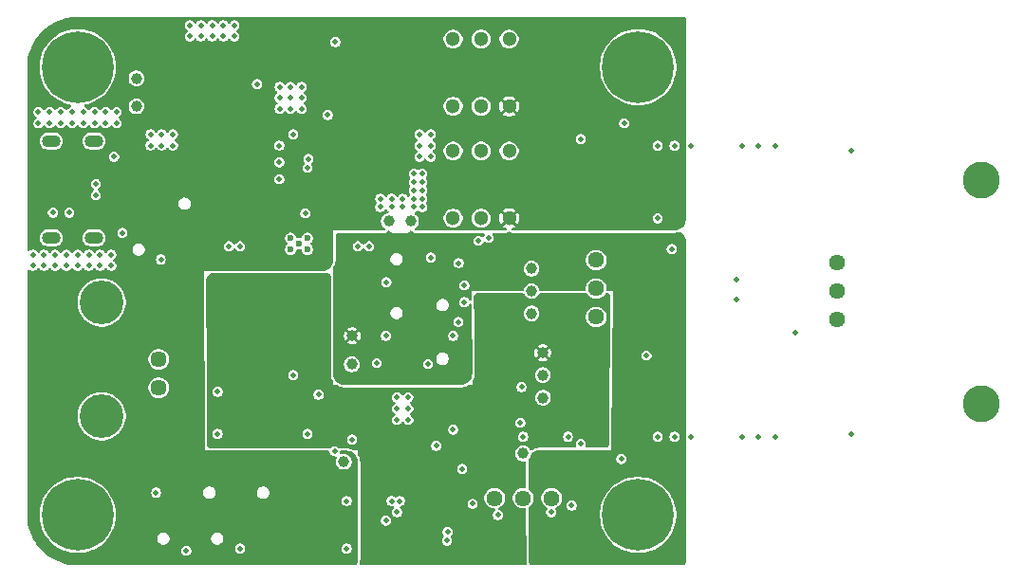
<source format=gbr>
%TF.GenerationSoftware,KiCad,Pcbnew,9.0.0*%
%TF.CreationDate,2025-04-26T17:32:35+02:00*%
%TF.ProjectId,Differential_Probe,44696666-6572-4656-9e74-69616c5f5072,rev?*%
%TF.SameCoordinates,Original*%
%TF.FileFunction,Copper,L3,Inr*%
%TF.FilePolarity,Positive*%
%FSLAX46Y46*%
G04 Gerber Fmt 4.6, Leading zero omitted, Abs format (unit mm)*
G04 Created by KiCad (PCBNEW 9.0.0) date 2025-04-26 17:32:35*
%MOMM*%
%LPD*%
G01*
G04 APERTURE LIST*
%TA.AperFunction,ComponentPad*%
%ADD10C,1.000000*%
%TD*%
%TA.AperFunction,ComponentPad*%
%ADD11C,0.800000*%
%TD*%
%TA.AperFunction,ComponentPad*%
%ADD12C,6.400000*%
%TD*%
%TA.AperFunction,ComponentPad*%
%ADD13C,1.300000*%
%TD*%
%TA.AperFunction,HeatsinkPad*%
%ADD14C,0.500000*%
%TD*%
%TA.AperFunction,ComponentPad*%
%ADD15C,1.440000*%
%TD*%
%TA.AperFunction,ComponentPad*%
%ADD16C,3.300000*%
%TD*%
%TA.AperFunction,ComponentPad*%
%ADD17C,1.446000*%
%TD*%
%TA.AperFunction,ComponentPad*%
%ADD18C,3.900000*%
%TD*%
%TA.AperFunction,HeatsinkPad*%
%ADD19O,1.700000X1.100000*%
%TD*%
%TA.AperFunction,ComponentPad*%
%ADD20C,0.600000*%
%TD*%
%TA.AperFunction,ViaPad*%
%ADD21C,0.500000*%
%TD*%
G04 APERTURE END LIST*
D10*
%TO.N,-12V*%
%TO.C,TP111*%
X129500000Y-129000000D03*
%TD*%
D11*
%TO.N,N/C*%
%TO.C,REF\u002A\u002A*%
X152600000Y-145000000D03*
X153302944Y-143302944D03*
X153302944Y-146697056D03*
X155000000Y-142600000D03*
D12*
%TO.N,GND*%
X155000000Y-145000000D03*
D11*
%TO.N,N/C*%
X155000000Y-147400000D03*
X156697056Y-143302944D03*
X156697056Y-146697056D03*
X157400000Y-145000000D03*
%TD*%
D10*
%TO.N,Net-(U106--)*%
%TO.C,TP107*%
X144750000Y-139500000D03*
%TD*%
%TO.N,/Amplifier/Single_ended_input*%
%TO.C,TP105*%
X146520000Y-134520000D03*
%TD*%
D13*
%TO.N,Net-(SW101-A)*%
%TO.C,SW101*%
X138500000Y-108500000D03*
%TO.N,/Buttons_indication/x10_attenuation*%
X141000000Y-108500000D03*
%TO.N,+5V*%
X143500000Y-108500000D03*
%TO.N,N/C*%
X143500000Y-102500000D03*
X141000000Y-102500000D03*
X138500000Y-102500000D03*
%TD*%
D14*
%TO.N,GND*%
%TO.C,U102*%
X123025000Y-108712500D03*
X124000000Y-108712500D03*
X124975000Y-108712500D03*
X123025000Y-107737500D03*
X124000000Y-107737500D03*
X124975000Y-107737500D03*
X123025000Y-106762500D03*
X124000000Y-106762500D03*
X124975000Y-106762500D03*
%TD*%
D15*
%TO.N,Net-(R104-Pad1)*%
%TO.C,RV101*%
X172750000Y-122440000D03*
%TO.N,GND*%
X172750000Y-124980000D03*
%TO.N,Net-(R110-Pad2)*%
X172750000Y-127520000D03*
%TD*%
D10*
%TO.N,GND*%
%TO.C,GND*%
X132750000Y-118750000D03*
%TD*%
%TO.N,GND*%
%TO.C,GND*%
X129450000Y-131550000D03*
%TD*%
%TO.N,+15V*%
%TO.C,TP108*%
X110250000Y-108500000D03*
%TD*%
%TO.N,-15V*%
%TO.C,TP109*%
X134750000Y-118750000D03*
%TD*%
%TO.N,/Amplifier/Att_N*%
%TO.C,TP104*%
X145500000Y-127000000D03*
%TD*%
%TO.N,GND*%
%TO.C,GND*%
X146500000Y-132500000D03*
%TD*%
D15*
%TO.N,Net-(R120-Pad1)*%
%TO.C,RV102*%
X151250000Y-122240000D03*
%TO.N,GND*%
X151250000Y-124780000D03*
%TO.N,Net-(R123-Pad2)*%
X151250000Y-127320000D03*
%TD*%
D10*
%TO.N,+12V*%
%TO.C,TP110*%
X146500000Y-130500000D03*
%TD*%
D11*
%TO.N,N/C*%
%TO.C,REF\u002A\u002A*%
X102600000Y-145000000D03*
X103302944Y-143302944D03*
X103302944Y-146697056D03*
X105000000Y-142600000D03*
D12*
%TO.N,GND*%
X105000000Y-145000000D03*
D11*
%TO.N,N/C*%
X105000000Y-147400000D03*
X106697056Y-143302944D03*
X106697056Y-146697056D03*
X107400000Y-145000000D03*
%TD*%
D10*
%TO.N,GND*%
%TO.C,GND*%
X145500000Y-125000000D03*
%TD*%
%TO.N,GND*%
%TO.C,GND*%
X110250000Y-106000000D03*
%TD*%
%TO.N,/Amplifier/Att_P*%
%TO.C,TP103*%
X145500000Y-123000000D03*
%TD*%
D15*
%TO.N,Net-(R157-Pad2)*%
%TO.C,RV103*%
X147290000Y-143500000D03*
%TO.N,Net-(U106-+)*%
X144750000Y-143500000D03*
%TO.N,Net-(R158-Pad1)*%
X142210000Y-143500000D03*
%TD*%
D13*
%TO.N,unconnected-(SW102-A-Pad1)*%
%TO.C,SW102*%
X138500000Y-118500000D03*
%TO.N,/Amplifier/BW_Limit*%
X141000000Y-118500000D03*
%TO.N,+5V*%
X143500000Y-118500000D03*
%TO.N,N/C*%
X143500000Y-112500000D03*
X141000000Y-112500000D03*
X138500000Y-112500000D03*
%TD*%
D16*
%TO.N,/Input_attenuator/INPUT_N*%
%TO.C,J103*%
X185640000Y-135080000D03*
%TD*%
D11*
%TO.N,N/C*%
%TO.C,REF\u002A\u002A*%
X102600000Y-105000000D03*
X103302944Y-103302944D03*
X103302944Y-106697056D03*
X105000000Y-102600000D03*
D12*
%TO.N,GND*%
X105000000Y-105000000D03*
D11*
%TO.N,N/C*%
X105000000Y-107400000D03*
X106697056Y-103302944D03*
X106697056Y-106697056D03*
X107400000Y-105000000D03*
%TD*%
D16*
%TO.N,/Input_attenuator/INPUT_P*%
%TO.C,J101*%
X185640000Y-115080000D03*
%TD*%
D17*
%TO.N,/Amplifier/Output*%
%TO.C,J102*%
X112230000Y-131100000D03*
%TO.N,GND*%
X112230000Y-133640000D03*
D18*
%TO.N,N/C*%
X107150000Y-126020000D03*
X107150000Y-136180000D03*
%TD*%
D19*
%TO.N,GND*%
%TO.C,J104*%
X106450000Y-111610000D03*
X102650000Y-111610000D03*
X106450000Y-120250000D03*
X102650000Y-120250000D03*
%TD*%
D11*
%TO.N,N/C*%
%TO.C,REF\u002A\u002A*%
X152600000Y-105000000D03*
X153302944Y-103302944D03*
X153302944Y-106697056D03*
X155000000Y-102600000D03*
D12*
%TO.N,GND*%
X155000000Y-105000000D03*
D11*
%TO.N,N/C*%
X155000000Y-107400000D03*
%TO.N,GND*%
X156697056Y-103302944D03*
%TO.N,N/C*%
X156697056Y-106697056D03*
X157400000Y-105000000D03*
%TD*%
D10*
%TO.N,Net-(R136-Pad1)*%
%TO.C,TP106*%
X128750000Y-140250000D03*
%TD*%
D20*
%TO.N,GND*%
%TO.C,U101*%
X125500000Y-120275000D03*
X124000000Y-120275000D03*
X124750000Y-120775000D03*
X125500000Y-121275000D03*
X124000000Y-121275000D03*
%TD*%
D21*
%TO.N,GND*%
X133500000Y-134500000D03*
X103500000Y-109000000D03*
X109000000Y-119800000D03*
X115000000Y-101250000D03*
X102500000Y-110000000D03*
X117500000Y-134000000D03*
X144500000Y-136750000D03*
X116000000Y-102250000D03*
X116000000Y-101250000D03*
X167250000Y-138010000D03*
X156750000Y-118500000D03*
X112000000Y-143000000D03*
X123000000Y-115000000D03*
X108000000Y-122750000D03*
X105500000Y-110000000D03*
X127933411Y-139316589D03*
X117000000Y-101250000D03*
X104500000Y-110000000D03*
X132500000Y-129000000D03*
X117500000Y-137750000D03*
X139000000Y-122500000D03*
X156750000Y-112010000D03*
X107000000Y-121750000D03*
X149075000Y-144152500D03*
X135500000Y-111000000D03*
X164250000Y-112010000D03*
X159750000Y-138010000D03*
X101500000Y-109000000D03*
X125600000Y-113200000D03*
X102000000Y-122750000D03*
X138500000Y-137375000D03*
X136500000Y-111000000D03*
X108000000Y-121750000D03*
X121000000Y-106500000D03*
X102000000Y-121750000D03*
X119000000Y-102250000D03*
X106000000Y-122750000D03*
X133500000Y-136500000D03*
X139510000Y-125990000D03*
X107500000Y-110000000D03*
X134500000Y-135500000D03*
X103000000Y-122750000D03*
X101500000Y-110000000D03*
X147250000Y-144750000D03*
X105500000Y-109000000D03*
X118000000Y-102250000D03*
X106500000Y-109000000D03*
X140250000Y-144000000D03*
X134500000Y-134500000D03*
X167250000Y-112010000D03*
X108250000Y-113000000D03*
X117000000Y-102250000D03*
X119000000Y-101250000D03*
X125500000Y-137750000D03*
X159750000Y-112010000D03*
X130000000Y-121000000D03*
X107500000Y-109000000D03*
X139500000Y-124500000D03*
X104250000Y-118000000D03*
X158000000Y-121237500D03*
X133500000Y-144750000D03*
X137000000Y-138825000D03*
X103000000Y-121750000D03*
X133500000Y-135500000D03*
X125300000Y-118050000D03*
X133750000Y-143750000D03*
X174000000Y-112500000D03*
X104500000Y-109000000D03*
X135500000Y-112000000D03*
X129000000Y-143750000D03*
X108500000Y-110000000D03*
X101000000Y-121750000D03*
X153500000Y-140000000D03*
X169000000Y-128737500D03*
X102800000Y-118000000D03*
X124250000Y-132500000D03*
X133000000Y-143750000D03*
X105000000Y-121750000D03*
X134500000Y-136500000D03*
X158250000Y-112010000D03*
X136500000Y-112000000D03*
X149900000Y-111410000D03*
X158250000Y-138010000D03*
X118500000Y-121000000D03*
X165750000Y-138010000D03*
X142500000Y-145000000D03*
X174000000Y-137750000D03*
X108500000Y-109000000D03*
X129000000Y-148000000D03*
X102500000Y-109000000D03*
X105000000Y-122750000D03*
X104000000Y-121750000D03*
X164260000Y-138000000D03*
X103500000Y-110000000D03*
X101000000Y-122750000D03*
X144600000Y-133570000D03*
X165750000Y-112010000D03*
X136500000Y-113000000D03*
X118000000Y-101250000D03*
X139313051Y-140873899D03*
X153750000Y-110000000D03*
X156750000Y-138010000D03*
X123000000Y-113500000D03*
X131675000Y-131425000D03*
X106000000Y-121750000D03*
X104000000Y-122750000D03*
X149900000Y-138660000D03*
X125500000Y-114000000D03*
X123000000Y-112000000D03*
X119500000Y-121000000D03*
X129500000Y-138250000D03*
X115000000Y-102250000D03*
X132550000Y-124200000D03*
X106500000Y-110000000D03*
X140750000Y-120500000D03*
X135500000Y-113000000D03*
X131000000Y-121000000D03*
X136250000Y-131500000D03*
X107000000Y-122750000D03*
X138975500Y-127750000D03*
%TO.N,+15V*%
X113500000Y-111000000D03*
X112500000Y-112000000D03*
X112500000Y-111000000D03*
X111500000Y-112000000D03*
X111500000Y-111000000D03*
X113500000Y-112000000D03*
%TO.N,-15V*%
X133000000Y-117500000D03*
X135000000Y-116000000D03*
X134000000Y-117500000D03*
X128000000Y-102750000D03*
X135750000Y-114500000D03*
X135000000Y-116750000D03*
X135000000Y-117500000D03*
X135000000Y-114500000D03*
X132000000Y-117500000D03*
X135750000Y-117500000D03*
X134000000Y-116750000D03*
X135750000Y-115250000D03*
X135000000Y-115250000D03*
X132000000Y-116750000D03*
X135750000Y-116750000D03*
X135750000Y-116000000D03*
X133000000Y-116750000D03*
%TO.N,/Amplifier/Att_N*%
X163750000Y-125750000D03*
%TO.N,+5V*%
X115250000Y-122000000D03*
X128800000Y-111400000D03*
X114250000Y-119000000D03*
X116250000Y-120000000D03*
X115250000Y-121000000D03*
X128972182Y-147250000D03*
X116250000Y-119000000D03*
X116250000Y-122000000D03*
X114250000Y-120000000D03*
X117750000Y-144250000D03*
X114250000Y-122000000D03*
X115250000Y-119000000D03*
X123000000Y-141500000D03*
X122000000Y-148000000D03*
X115250000Y-120000000D03*
X109200000Y-118800000D03*
X116250000Y-121000000D03*
X114250000Y-121000000D03*
%TO.N,/Amplifier/BW_Limit*%
X126500000Y-134250000D03*
%TO.N,+12V*%
X147800000Y-132700000D03*
X142250000Y-139000000D03*
X120500000Y-131000000D03*
X136000000Y-141000000D03*
X141675000Y-120250000D03*
X128500000Y-136500000D03*
X122500000Y-130000000D03*
X142500000Y-129250000D03*
X122500000Y-129000000D03*
X121500000Y-129000000D03*
X139000000Y-141500000D03*
X121500000Y-131000000D03*
X142000000Y-149000000D03*
X120500000Y-130000000D03*
X120500000Y-129000000D03*
X121500000Y-130000000D03*
X129250000Y-137375000D03*
X122500000Y-131000000D03*
%TO.N,-12V*%
X131000000Y-128000000D03*
X150500000Y-144000000D03*
X130000000Y-126000000D03*
X130000000Y-127000000D03*
X142500000Y-120874500D03*
X151840000Y-147887500D03*
X157350000Y-120150000D03*
X149250000Y-140000000D03*
X129000000Y-127000000D03*
X128250000Y-132000000D03*
X130000000Y-128000000D03*
X129000000Y-128000000D03*
X129000000Y-126000000D03*
X131000000Y-126000000D03*
X131000000Y-127000000D03*
X138750000Y-132500000D03*
%TO.N,Net-(U102-ENN)*%
X127310000Y-109277500D03*
X124250000Y-111000000D03*
%TO.N,Net-(D101-A)*%
X138500000Y-129000000D03*
%TO.N,Net-(D102-A)*%
X114700000Y-148200000D03*
%TO.N,Net-(D112-K)*%
X112425000Y-122175000D03*
%TO.N,Net-(D113-A)*%
X136500000Y-122000000D03*
%TO.N,Net-(J104-CC1)*%
X106630000Y-115430000D03*
%TO.N,Net-(J104-CC2)*%
X106630000Y-116430000D03*
%TO.N,/Amplifier/Att_P*%
X163750000Y-124000000D03*
%TO.N,Net-(D111-A)*%
X119500000Y-148000000D03*
%TO.N,Net-(D111-K)*%
X132500000Y-145500000D03*
%TO.N,/Buttons_indication/x10_attenuation*%
X155750000Y-130750000D03*
%TO.N,Net-(U104B--)*%
X137950000Y-147300000D03*
%TO.N,Net-(U104B-+)*%
X144750000Y-137999000D03*
%TO.N,Net-(U104A--)*%
X148750000Y-138000000D03*
%TO.N,Net-(U104A-+)*%
X138000000Y-146500000D03*
%TD*%
%TA.AperFunction,Conductor*%
%TO.N,+12V*%
G36*
X127300945Y-123359332D02*
G01*
X127344804Y-123382775D01*
X127365008Y-123396276D01*
X127487684Y-123496953D01*
X127497666Y-123505145D01*
X127514853Y-123522332D01*
X127566353Y-123585084D01*
X127593666Y-123649392D01*
X127594500Y-123663748D01*
X127594500Y-124167747D01*
X127594500Y-124467747D01*
X127594500Y-126203946D01*
X127594500Y-126903946D01*
X127594500Y-127717747D01*
X127594500Y-128459394D01*
X127594500Y-128946365D01*
X127594500Y-129540605D01*
X127594500Y-131003946D01*
X127594500Y-131501248D01*
X127594500Y-132393907D01*
X127594747Y-132403989D01*
X127594748Y-132404001D01*
X127595344Y-132416158D01*
X127596085Y-132426188D01*
X127613506Y-132603069D01*
X127613509Y-132603095D01*
X127616462Y-132623008D01*
X127616464Y-132623018D01*
X127621203Y-132646845D01*
X127621214Y-132646891D01*
X127626095Y-132666382D01*
X127626108Y-132666430D01*
X127659532Y-132776613D01*
X127675924Y-132830651D01*
X127682720Y-132849645D01*
X127687211Y-132860486D01*
X127692024Y-132872105D01*
X127700638Y-132890317D01*
X127700650Y-132890340D01*
X127781526Y-133041650D01*
X127781552Y-133041695D01*
X127782350Y-133043026D01*
X127800000Y-133106788D01*
X127800000Y-133400000D01*
X128093212Y-133400000D01*
X128156955Y-133417638D01*
X128158329Y-133418462D01*
X128158355Y-133418476D01*
X128158366Y-133418482D01*
X128309659Y-133499350D01*
X128309668Y-133499355D01*
X128326186Y-133507167D01*
X128327897Y-133507976D01*
X128347052Y-133515911D01*
X128348597Y-133516551D01*
X128350355Y-133517279D01*
X128369348Y-133524075D01*
X128533571Y-133573891D01*
X128533596Y-133573897D01*
X128533597Y-133573898D01*
X128541311Y-133575830D01*
X128553135Y-133578792D01*
X128576976Y-133583534D01*
X128592368Y-133585816D01*
X128596908Y-133586490D01*
X128596913Y-133586490D01*
X128596922Y-133586492D01*
X128732386Y-133599834D01*
X128773816Y-133603915D01*
X128783837Y-133604655D01*
X128783856Y-133604655D01*
X128783857Y-133604656D01*
X128796011Y-133605253D01*
X128806093Y-133605500D01*
X128806107Y-133605500D01*
X139192559Y-133605500D01*
X139199775Y-133605321D01*
X139202668Y-133605250D01*
X139214873Y-133604648D01*
X139224975Y-133603900D01*
X139370283Y-133589528D01*
X139402573Y-133586335D01*
X139402580Y-133586334D01*
X139422612Y-133583350D01*
X139438375Y-133580201D01*
X139446521Y-133578574D01*
X139446528Y-133578572D01*
X139446549Y-133578568D01*
X139460714Y-133575004D01*
X139466174Y-133573631D01*
X139466182Y-133573628D01*
X139466188Y-133573627D01*
X139631029Y-133523400D01*
X139650084Y-133516551D01*
X139664166Y-133510691D01*
X144149500Y-133510691D01*
X144149500Y-133629309D01*
X144180201Y-133743886D01*
X144239511Y-133846613D01*
X144323387Y-133930489D01*
X144426114Y-133989799D01*
X144540691Y-134020500D01*
X144540694Y-134020500D01*
X144659306Y-134020500D01*
X144659309Y-134020500D01*
X144773886Y-133989799D01*
X144876613Y-133930489D01*
X144960489Y-133846613D01*
X145019799Y-133743886D01*
X145050500Y-133629309D01*
X145050500Y-133510691D01*
X145019799Y-133396114D01*
X144960489Y-133293387D01*
X144876613Y-133209511D01*
X144773886Y-133150201D01*
X144659309Y-133119500D01*
X144540691Y-133119500D01*
X144426114Y-133150201D01*
X144426112Y-133150201D01*
X144426112Y-133150202D01*
X144323387Y-133209511D01*
X144323384Y-133209513D01*
X144239513Y-133293384D01*
X144239511Y-133293387D01*
X144180201Y-133396114D01*
X144149500Y-133510691D01*
X139664166Y-133510691D01*
X139672620Y-133507173D01*
X139690913Y-133498480D01*
X139842722Y-133416934D01*
X139842729Y-133416929D01*
X139842749Y-133416919D01*
X139843939Y-133416242D01*
X139905291Y-133400000D01*
X140205263Y-133400000D01*
X140205263Y-133399999D01*
X140205237Y-133396112D01*
X140203289Y-133100032D01*
X140219101Y-133038703D01*
X140219100Y-133038703D01*
X140219103Y-133038696D01*
X140219141Y-133038551D01*
X140219800Y-133037375D01*
X140219814Y-133037352D01*
X140300357Y-132885014D01*
X140308929Y-132866665D01*
X140318159Y-132844067D01*
X140324884Y-132824965D01*
X140374024Y-132659796D01*
X140378835Y-132640125D01*
X140383459Y-132616158D01*
X140386311Y-132596110D01*
X140388813Y-132568995D01*
X145799499Y-132568995D01*
X145826418Y-132704322D01*
X145826421Y-132704332D01*
X145879221Y-132831804D01*
X145879228Y-132831817D01*
X145955885Y-132946541D01*
X145955888Y-132946545D01*
X146053454Y-133044111D01*
X146053458Y-133044114D01*
X146168182Y-133120771D01*
X146168195Y-133120778D01*
X146239232Y-133150202D01*
X146295672Y-133173580D01*
X146295676Y-133173580D01*
X146295677Y-133173581D01*
X146431004Y-133200500D01*
X146431007Y-133200500D01*
X146568995Y-133200500D01*
X146660041Y-133182389D01*
X146704328Y-133173580D01*
X146831811Y-133120775D01*
X146946542Y-133044114D01*
X147044114Y-132946542D01*
X147120775Y-132831811D01*
X147121256Y-132830651D01*
X147173578Y-132704332D01*
X147173580Y-132704328D01*
X147200500Y-132568993D01*
X147200500Y-132431007D01*
X147200500Y-132431004D01*
X147173581Y-132295677D01*
X147173580Y-132295676D01*
X147173580Y-132295672D01*
X147143639Y-132223387D01*
X147120778Y-132168195D01*
X147120771Y-132168182D01*
X147044114Y-132053458D01*
X147044111Y-132053454D01*
X146946545Y-131955888D01*
X146946541Y-131955885D01*
X146831817Y-131879228D01*
X146831804Y-131879221D01*
X146704332Y-131826421D01*
X146704322Y-131826418D01*
X146568995Y-131799500D01*
X146568993Y-131799500D01*
X146431007Y-131799500D01*
X146431005Y-131799500D01*
X146295677Y-131826418D01*
X146295667Y-131826421D01*
X146168195Y-131879221D01*
X146168182Y-131879228D01*
X146053458Y-131955885D01*
X146053454Y-131955888D01*
X145955888Y-132053454D01*
X145955885Y-132053458D01*
X145879228Y-132168182D01*
X145879221Y-132168195D01*
X145826421Y-132295667D01*
X145826418Y-132295677D01*
X145799500Y-132431004D01*
X145799500Y-132431007D01*
X145799500Y-132568993D01*
X145799500Y-132568995D01*
X145799499Y-132568995D01*
X140388813Y-132568995D01*
X140402709Y-132418396D01*
X140402762Y-132417595D01*
X140402833Y-132416564D01*
X140403389Y-132408303D01*
X140403390Y-132408292D01*
X140403912Y-132396083D01*
X140404096Y-132385953D01*
X140395413Y-131066131D01*
X140391203Y-130426126D01*
X145750000Y-130426126D01*
X145750000Y-130573873D01*
X145778820Y-130718759D01*
X145778822Y-130718767D01*
X145835358Y-130855256D01*
X145888473Y-130934749D01*
X145888474Y-130934750D01*
X146256881Y-130566342D01*
X146288060Y-130641614D01*
X146358386Y-130711940D01*
X146433657Y-130743118D01*
X146065249Y-131111525D01*
X146065249Y-131111526D01*
X146144743Y-131164642D01*
X146281232Y-131221177D01*
X146281240Y-131221179D01*
X146426126Y-131249999D01*
X146426129Y-131250000D01*
X146573871Y-131250000D01*
X146573873Y-131249999D01*
X146718759Y-131221179D01*
X146718767Y-131221177D01*
X146855255Y-131164642D01*
X146934749Y-131111525D01*
X146566342Y-130743117D01*
X146641614Y-130711940D01*
X146711940Y-130641614D01*
X146743118Y-130566342D01*
X147111525Y-130934749D01*
X147164642Y-130855255D01*
X147221177Y-130718767D01*
X147221179Y-130718759D01*
X147249999Y-130573873D01*
X147250000Y-130573871D01*
X147250000Y-130426128D01*
X147249999Y-130426126D01*
X147221179Y-130281240D01*
X147221177Y-130281232D01*
X147164642Y-130144743D01*
X147111525Y-130065249D01*
X146743117Y-130433656D01*
X146711940Y-130358386D01*
X146641614Y-130288060D01*
X146566342Y-130256882D01*
X146934750Y-129888474D01*
X146934749Y-129888473D01*
X146855256Y-129835358D01*
X146718767Y-129778822D01*
X146718759Y-129778820D01*
X146573872Y-129750000D01*
X146426128Y-129750000D01*
X146281240Y-129778820D01*
X146281232Y-129778822D01*
X146144741Y-129835359D01*
X146065249Y-129888472D01*
X146065248Y-129888473D01*
X146433657Y-130256881D01*
X146358386Y-130288060D01*
X146288060Y-130358386D01*
X146256882Y-130433657D01*
X145888473Y-130065248D01*
X145888472Y-130065249D01*
X145835359Y-130144741D01*
X145778822Y-130281232D01*
X145778820Y-130281240D01*
X145750000Y-130426126D01*
X140391203Y-130426126D01*
X140391168Y-130420855D01*
X140387975Y-129935500D01*
X140369117Y-127068995D01*
X144799499Y-127068995D01*
X144826418Y-127204322D01*
X144826421Y-127204332D01*
X144879221Y-127331804D01*
X144879228Y-127331817D01*
X144955885Y-127446541D01*
X144955888Y-127446545D01*
X145053454Y-127544111D01*
X145053458Y-127544114D01*
X145168182Y-127620771D01*
X145168195Y-127620778D01*
X145295667Y-127673578D01*
X145295672Y-127673580D01*
X145295676Y-127673580D01*
X145295677Y-127673581D01*
X145431004Y-127700500D01*
X145431007Y-127700500D01*
X145568995Y-127700500D01*
X145660041Y-127682389D01*
X145704328Y-127673580D01*
X145831811Y-127620775D01*
X145946542Y-127544114D01*
X146044114Y-127446542D01*
X146120775Y-127331811D01*
X146163222Y-127229334D01*
X150329500Y-127229334D01*
X150329500Y-127410665D01*
X150364872Y-127588492D01*
X150364874Y-127588500D01*
X150434261Y-127756017D01*
X150434266Y-127756026D01*
X150535000Y-127906784D01*
X150535003Y-127906788D01*
X150663211Y-128034996D01*
X150663215Y-128034999D01*
X150813973Y-128135733D01*
X150813979Y-128135736D01*
X150813980Y-128135737D01*
X150981500Y-128205126D01*
X151159334Y-128240499D01*
X151159338Y-128240500D01*
X151159339Y-128240500D01*
X151340662Y-128240500D01*
X151340663Y-128240499D01*
X151518500Y-128205126D01*
X151686020Y-128135737D01*
X151836785Y-128034999D01*
X151964999Y-127906785D01*
X152065737Y-127756020D01*
X152135126Y-127588500D01*
X152170500Y-127410661D01*
X152170500Y-127229339D01*
X152135126Y-127051500D01*
X152065737Y-126883980D01*
X152065736Y-126883979D01*
X152065733Y-126883973D01*
X151964999Y-126733215D01*
X151964996Y-126733211D01*
X151836788Y-126605003D01*
X151836784Y-126605000D01*
X151686026Y-126504266D01*
X151686017Y-126504261D01*
X151518500Y-126434874D01*
X151518492Y-126434872D01*
X151340665Y-126399500D01*
X151340661Y-126399500D01*
X151159339Y-126399500D01*
X151159334Y-126399500D01*
X150981507Y-126434872D01*
X150981499Y-126434874D01*
X150813982Y-126504261D01*
X150813973Y-126504266D01*
X150663215Y-126605000D01*
X150663211Y-126605003D01*
X150535003Y-126733211D01*
X150535000Y-126733215D01*
X150434266Y-126883973D01*
X150434261Y-126883982D01*
X150364874Y-127051499D01*
X150364872Y-127051507D01*
X150329500Y-127229334D01*
X146163222Y-127229334D01*
X146173580Y-127204328D01*
X146200500Y-127068993D01*
X146200500Y-126931007D01*
X146200500Y-126931004D01*
X146173581Y-126795677D01*
X146173580Y-126795676D01*
X146173580Y-126795672D01*
X146147708Y-126733211D01*
X146120778Y-126668195D01*
X146120771Y-126668182D01*
X146044114Y-126553458D01*
X146044111Y-126553454D01*
X145946545Y-126455888D01*
X145946541Y-126455885D01*
X145831817Y-126379228D01*
X145831804Y-126379221D01*
X145704332Y-126326421D01*
X145704322Y-126326418D01*
X145568995Y-126299500D01*
X145568993Y-126299500D01*
X145431007Y-126299500D01*
X145431005Y-126299500D01*
X145295677Y-126326418D01*
X145295667Y-126326421D01*
X145168195Y-126379221D01*
X145168182Y-126379228D01*
X145053458Y-126455885D01*
X145053454Y-126455888D01*
X144955888Y-126553454D01*
X144955885Y-126553458D01*
X144879228Y-126668182D01*
X144879221Y-126668195D01*
X144826421Y-126795667D01*
X144826418Y-126795677D01*
X144799500Y-126931004D01*
X144799500Y-126931007D01*
X144799500Y-127068993D01*
X144799500Y-127068995D01*
X144799499Y-127068995D01*
X140369117Y-127068995D01*
X140368174Y-126925731D01*
X140363590Y-126229085D01*
X140363590Y-126229068D01*
X140360636Y-126195676D01*
X140353819Y-126155936D01*
X140353815Y-126155914D01*
X140318673Y-126071479D01*
X140308299Y-126056911D01*
X140285447Y-125990886D01*
X140300690Y-125925165D01*
X140333193Y-125866151D01*
X140352436Y-125798983D01*
X140360379Y-125741034D01*
X140358458Y-125449067D01*
X140365342Y-125425039D01*
X140368144Y-125400202D01*
X140376394Y-125386460D01*
X140377701Y-125381901D01*
X140386312Y-125369943D01*
X140439428Y-125304731D01*
X140456627Y-125287417D01*
X140521490Y-125233872D01*
X140585721Y-125206375D01*
X140600430Y-125205500D01*
X144684020Y-125205500D01*
X144684021Y-125205499D01*
X144707798Y-125204119D01*
X144727811Y-125201786D01*
X144796675Y-125213575D01*
X144848237Y-125260725D01*
X144856728Y-125277499D01*
X144879223Y-125331807D01*
X144879228Y-125331817D01*
X144955885Y-125446541D01*
X144955888Y-125446545D01*
X145053454Y-125544111D01*
X145053458Y-125544114D01*
X145168182Y-125620771D01*
X145168195Y-125620778D01*
X145295667Y-125673578D01*
X145295672Y-125673580D01*
X145295676Y-125673580D01*
X145295677Y-125673581D01*
X145431004Y-125700500D01*
X145431007Y-125700500D01*
X145568995Y-125700500D01*
X145660041Y-125682389D01*
X145704328Y-125673580D01*
X145831811Y-125620775D01*
X145946542Y-125544114D01*
X146044114Y-125446542D01*
X146120775Y-125331811D01*
X146144264Y-125275102D01*
X146188104Y-125220700D01*
X146254398Y-125198634D01*
X146276468Y-125199817D01*
X146315988Y-125205500D01*
X146315989Y-125205500D01*
X150205491Y-125205500D01*
X150205500Y-125205500D01*
X150249184Y-125200803D01*
X150275940Y-125194982D01*
X150300702Y-125189596D01*
X150316017Y-125185853D01*
X150385813Y-125189058D01*
X150442796Y-125229489D01*
X150448559Y-125237416D01*
X150535000Y-125366784D01*
X150535003Y-125366788D01*
X150663211Y-125494996D01*
X150663215Y-125494999D01*
X150813973Y-125595733D01*
X150813979Y-125595736D01*
X150813980Y-125595737D01*
X150981500Y-125665126D01*
X151159334Y-125700499D01*
X151159338Y-125700500D01*
X151159339Y-125700500D01*
X151340662Y-125700500D01*
X151340663Y-125700499D01*
X151518500Y-125665126D01*
X151686020Y-125595737D01*
X151836785Y-125494999D01*
X151964999Y-125366785D01*
X152053671Y-125234077D01*
X152068665Y-125221546D01*
X152079980Y-125205609D01*
X152094924Y-125199601D01*
X152107283Y-125189273D01*
X152126674Y-125186837D01*
X152144807Y-125179548D01*
X152167551Y-125181703D01*
X152176608Y-125180566D01*
X152180064Y-125181176D01*
X152185948Y-125182301D01*
X152236602Y-125197175D01*
X152294500Y-125205500D01*
X152307259Y-125205500D01*
X152318800Y-125207707D01*
X152339848Y-125218519D01*
X152362548Y-125225185D01*
X152374616Y-125234011D01*
X152440744Y-125288794D01*
X152457956Y-125306189D01*
X152512035Y-125372889D01*
X152538965Y-125437361D01*
X152539709Y-125452293D01*
X152510257Y-128240499D01*
X152484398Y-130688520D01*
X152484089Y-130717747D01*
X152460828Y-132919797D01*
X152407709Y-137948519D01*
X152407709Y-137948520D01*
X152407400Y-137977748D01*
X152399085Y-138764761D01*
X152391921Y-138788236D01*
X152388935Y-138812602D01*
X152380086Y-138827021D01*
X152378693Y-138831589D01*
X152370476Y-138842684D01*
X152321620Y-138901499D01*
X152304459Y-138918480D01*
X152245131Y-138966714D01*
X152180696Y-138993731D01*
X152166908Y-138994500D01*
X150438362Y-138994500D01*
X150371323Y-138974815D01*
X150325568Y-138922011D01*
X150315624Y-138852853D01*
X150318587Y-138838406D01*
X150319797Y-138833888D01*
X150319799Y-138833886D01*
X150350500Y-138719309D01*
X150350500Y-138600691D01*
X150319799Y-138486114D01*
X150260489Y-138383387D01*
X150176613Y-138299511D01*
X150073886Y-138240201D01*
X149959309Y-138209500D01*
X149840691Y-138209500D01*
X149726114Y-138240201D01*
X149726112Y-138240201D01*
X149726112Y-138240202D01*
X149623387Y-138299511D01*
X149623384Y-138299513D01*
X149539513Y-138383384D01*
X149539511Y-138383387D01*
X149492674Y-138464511D01*
X149480201Y-138486114D01*
X149449500Y-138600691D01*
X149449500Y-138719309D01*
X149480201Y-138833886D01*
X149480202Y-138833888D01*
X149481413Y-138838406D01*
X149479750Y-138908256D01*
X149440588Y-138966119D01*
X149376360Y-138993623D01*
X149361638Y-138994500D01*
X146206196Y-138994500D01*
X146196104Y-138994748D01*
X146183929Y-138995348D01*
X146173806Y-138996097D01*
X145996383Y-139013628D01*
X145996378Y-139013629D01*
X145988622Y-139014783D01*
X145976358Y-139016609D01*
X145970347Y-139017808D01*
X145952451Y-139021380D01*
X145932840Y-139026309D01*
X145932805Y-139026318D01*
X145768149Y-139076438D01*
X145768097Y-139076455D01*
X145749089Y-139083280D01*
X145749087Y-139083280D01*
X145726598Y-139092628D01*
X145708298Y-139101315D01*
X145708273Y-139101327D01*
X145556584Y-139182717D01*
X145555264Y-139183469D01*
X145555245Y-139183436D01*
X145555231Y-139183444D01*
X145554946Y-139182914D01*
X145541194Y-139186734D01*
X145528368Y-139194977D01*
X145493433Y-139200000D01*
X145458310Y-139200000D01*
X145391271Y-139180315D01*
X145355208Y-139144891D01*
X145294114Y-139053458D01*
X145294111Y-139053454D01*
X145196545Y-138955888D01*
X145196541Y-138955885D01*
X145081817Y-138879228D01*
X145081804Y-138879221D01*
X144954332Y-138826421D01*
X144954322Y-138826418D01*
X144818995Y-138799500D01*
X144818993Y-138799500D01*
X144681007Y-138799500D01*
X144681005Y-138799500D01*
X144545677Y-138826418D01*
X144545667Y-138826421D01*
X144418195Y-138879221D01*
X144418182Y-138879228D01*
X144303458Y-138955885D01*
X144303454Y-138955888D01*
X144205888Y-139053454D01*
X144205885Y-139053458D01*
X144129228Y-139168182D01*
X144129221Y-139168195D01*
X144076421Y-139295667D01*
X144076418Y-139295677D01*
X144049500Y-139431004D01*
X144049500Y-139431007D01*
X144049500Y-139568993D01*
X144049500Y-139568995D01*
X144049499Y-139568995D01*
X144076418Y-139704322D01*
X144076421Y-139704332D01*
X144129221Y-139831804D01*
X144129228Y-139831817D01*
X144205885Y-139946541D01*
X144205888Y-139946545D01*
X144303454Y-140044111D01*
X144303458Y-140044114D01*
X144418182Y-140120771D01*
X144418195Y-140120778D01*
X144501617Y-140155332D01*
X144545672Y-140173580D01*
X144545676Y-140173580D01*
X144545677Y-140173581D01*
X144681004Y-140200500D01*
X144681007Y-140200500D01*
X144818994Y-140200500D01*
X144832642Y-140197784D01*
X144846989Y-140194931D01*
X144916581Y-140201157D01*
X144971759Y-140244020D01*
X144995004Y-140309909D01*
X144995180Y-140315917D01*
X145006101Y-142460682D01*
X144986758Y-142527820D01*
X144934188Y-142573844D01*
X144865081Y-142584139D01*
X144857917Y-142582931D01*
X144840667Y-142579500D01*
X144840661Y-142579500D01*
X144659339Y-142579500D01*
X144659334Y-142579500D01*
X144481507Y-142614872D01*
X144481499Y-142614874D01*
X144313982Y-142684261D01*
X144313973Y-142684266D01*
X144163215Y-142785000D01*
X144163211Y-142785003D01*
X144035003Y-142913211D01*
X144035000Y-142913215D01*
X143934266Y-143063973D01*
X143934261Y-143063982D01*
X143864874Y-143231499D01*
X143864872Y-143231507D01*
X143829500Y-143409334D01*
X143829500Y-143590665D01*
X143864872Y-143768492D01*
X143864874Y-143768500D01*
X143934261Y-143936017D01*
X143934266Y-143936026D01*
X144035000Y-144086784D01*
X144035003Y-144086788D01*
X144163211Y-144214996D01*
X144163215Y-144214999D01*
X144313973Y-144315733D01*
X144313979Y-144315736D01*
X144313980Y-144315737D01*
X144481500Y-144385126D01*
X144655805Y-144419797D01*
X144659334Y-144420499D01*
X144659338Y-144420500D01*
X144659339Y-144420500D01*
X144840660Y-144420500D01*
X144840661Y-144420500D01*
X144868480Y-144414966D01*
X144938069Y-144421192D01*
X144993248Y-144464053D01*
X145016494Y-144529943D01*
X145016670Y-144535952D01*
X145039404Y-149000043D01*
X145039701Y-149010101D01*
X145040354Y-149022211D01*
X145041145Y-149032276D01*
X145059346Y-149208441D01*
X145059350Y-149208470D01*
X145062391Y-149228335D01*
X145067216Y-149252043D01*
X145067223Y-149252073D01*
X145072187Y-149271540D01*
X145072195Y-149271567D01*
X145092960Y-149339015D01*
X145093872Y-149408878D01*
X145056868Y-149468145D01*
X144993697Y-149497997D01*
X144974449Y-149499500D01*
X130270384Y-149499500D01*
X130203345Y-149479815D01*
X130157590Y-149427011D01*
X130147646Y-149357853D01*
X130151721Y-149339511D01*
X130173891Y-149266428D01*
X130178792Y-149246864D01*
X130183534Y-149223023D01*
X130186492Y-149203077D01*
X130203913Y-149026204D01*
X130204656Y-149016143D01*
X130205253Y-149003989D01*
X130205500Y-148993907D01*
X130205500Y-147240691D01*
X137499500Y-147240691D01*
X137499500Y-147359309D01*
X137530201Y-147473886D01*
X137589511Y-147576613D01*
X137673387Y-147660489D01*
X137776114Y-147719799D01*
X137890691Y-147750500D01*
X137890694Y-147750500D01*
X138009306Y-147750500D01*
X138009309Y-147750500D01*
X138123886Y-147719799D01*
X138226613Y-147660489D01*
X138310489Y-147576613D01*
X138369799Y-147473886D01*
X138400500Y-147359309D01*
X138400500Y-147240691D01*
X138369799Y-147126114D01*
X138310489Y-147023387D01*
X138299780Y-147012678D01*
X138266297Y-146951353D01*
X138271284Y-146881662D01*
X138299779Y-146837322D01*
X138360489Y-146776613D01*
X138419799Y-146673886D01*
X138450500Y-146559309D01*
X138450500Y-146440691D01*
X138419799Y-146326114D01*
X138360489Y-146223387D01*
X138276613Y-146139511D01*
X138173886Y-146080201D01*
X138059309Y-146049500D01*
X137940691Y-146049500D01*
X137826114Y-146080201D01*
X137826112Y-146080201D01*
X137826112Y-146080202D01*
X137723387Y-146139511D01*
X137723384Y-146139513D01*
X137639513Y-146223384D01*
X137639511Y-146223387D01*
X137580201Y-146326114D01*
X137549500Y-146440691D01*
X137549500Y-146559309D01*
X137580201Y-146673886D01*
X137639511Y-146776613D01*
X137639513Y-146776615D01*
X137650217Y-146787319D01*
X137683702Y-146848642D01*
X137678718Y-146918334D01*
X137650217Y-146962681D01*
X137589513Y-147023384D01*
X137589512Y-147023386D01*
X137589511Y-147023387D01*
X137530201Y-147126114D01*
X137499500Y-147240691D01*
X130205500Y-147240691D01*
X130205500Y-145440691D01*
X132049500Y-145440691D01*
X132049500Y-145559309D01*
X132080201Y-145673886D01*
X132139511Y-145776613D01*
X132223387Y-145860489D01*
X132326114Y-145919799D01*
X132440691Y-145950500D01*
X132440694Y-145950500D01*
X132559306Y-145950500D01*
X132559309Y-145950500D01*
X132673886Y-145919799D01*
X132776613Y-145860489D01*
X132860489Y-145776613D01*
X132919799Y-145673886D01*
X132950500Y-145559309D01*
X132950500Y-145440691D01*
X132919799Y-145326114D01*
X132860489Y-145223387D01*
X132776613Y-145139511D01*
X132673886Y-145080201D01*
X132559309Y-145049500D01*
X132440691Y-145049500D01*
X132326114Y-145080201D01*
X132326112Y-145080201D01*
X132326112Y-145080202D01*
X132223387Y-145139511D01*
X132223384Y-145139513D01*
X132139513Y-145223384D01*
X132139511Y-145223387D01*
X132108780Y-145276615D01*
X132080201Y-145326114D01*
X132049500Y-145440691D01*
X130205500Y-145440691D01*
X130205500Y-143690691D01*
X132549500Y-143690691D01*
X132549500Y-143809309D01*
X132580201Y-143923886D01*
X132639511Y-144026613D01*
X132723387Y-144110489D01*
X132826114Y-144169799D01*
X132940691Y-144200500D01*
X132940694Y-144200500D01*
X133059307Y-144200500D01*
X133059309Y-144200500D01*
X133094632Y-144191035D01*
X133164481Y-144192696D01*
X133222344Y-144231858D01*
X133249849Y-144296086D01*
X133238263Y-144364989D01*
X133214408Y-144398490D01*
X133139511Y-144473387D01*
X133080201Y-144576114D01*
X133049500Y-144690691D01*
X133049500Y-144809309D01*
X133080201Y-144923886D01*
X133139511Y-145026613D01*
X133223387Y-145110489D01*
X133326114Y-145169799D01*
X133440691Y-145200500D01*
X133440694Y-145200500D01*
X133559306Y-145200500D01*
X133559309Y-145200500D01*
X133673886Y-145169799D01*
X133776613Y-145110489D01*
X133860489Y-145026613D01*
X133919799Y-144923886D01*
X133950500Y-144809309D01*
X133950500Y-144690691D01*
X133919799Y-144576114D01*
X133860489Y-144473387D01*
X133786322Y-144399220D01*
X133752837Y-144337897D01*
X133757821Y-144268205D01*
X133799693Y-144212272D01*
X133841907Y-144191765D01*
X133923886Y-144169799D01*
X134026613Y-144110489D01*
X134110489Y-144026613D01*
X134160097Y-143940691D01*
X139799500Y-143940691D01*
X139799500Y-144059309D01*
X139830201Y-144173886D01*
X139889511Y-144276613D01*
X139973387Y-144360489D01*
X140076114Y-144419799D01*
X140190691Y-144450500D01*
X140190694Y-144450500D01*
X140309306Y-144450500D01*
X140309309Y-144450500D01*
X140423886Y-144419799D01*
X140526613Y-144360489D01*
X140610489Y-144276613D01*
X140669799Y-144173886D01*
X140700500Y-144059309D01*
X140700500Y-143940691D01*
X140669799Y-143826114D01*
X140610489Y-143723387D01*
X140526613Y-143639511D01*
X140423886Y-143580201D01*
X140309309Y-143549500D01*
X140190691Y-143549500D01*
X140076114Y-143580201D01*
X140076112Y-143580201D01*
X140076112Y-143580202D01*
X139973387Y-143639511D01*
X139973384Y-143639513D01*
X139889513Y-143723384D01*
X139889511Y-143723387D01*
X139839905Y-143809307D01*
X139830201Y-143826114D01*
X139799500Y-143940691D01*
X134160097Y-143940691D01*
X134169799Y-143923886D01*
X134200500Y-143809309D01*
X134200500Y-143690691D01*
X134169799Y-143576114D01*
X134110489Y-143473387D01*
X134046436Y-143409334D01*
X141289500Y-143409334D01*
X141289500Y-143590665D01*
X141324872Y-143768492D01*
X141324874Y-143768500D01*
X141394261Y-143936017D01*
X141394266Y-143936026D01*
X141495000Y-144086784D01*
X141495003Y-144086788D01*
X141623211Y-144214996D01*
X141623215Y-144214999D01*
X141773973Y-144315733D01*
X141773979Y-144315736D01*
X141773980Y-144315737D01*
X141941500Y-144385126D01*
X142115805Y-144419797D01*
X142119334Y-144420499D01*
X142119338Y-144420500D01*
X142143516Y-144420500D01*
X142210555Y-144440185D01*
X142256310Y-144492989D01*
X142266254Y-144562147D01*
X142237229Y-144625703D01*
X142228910Y-144633540D01*
X142229134Y-144633764D01*
X142139513Y-144723384D01*
X142139511Y-144723387D01*
X142080201Y-144826114D01*
X142049500Y-144940691D01*
X142049500Y-145059309D01*
X142080201Y-145173886D01*
X142139511Y-145276613D01*
X142223387Y-145360489D01*
X142326114Y-145419799D01*
X142440691Y-145450500D01*
X142440694Y-145450500D01*
X142559306Y-145450500D01*
X142559309Y-145450500D01*
X142673886Y-145419799D01*
X142776613Y-145360489D01*
X142860489Y-145276613D01*
X142919799Y-145173886D01*
X142950500Y-145059309D01*
X142950500Y-144940691D01*
X142919799Y-144826114D01*
X142860489Y-144723387D01*
X142776613Y-144639511D01*
X142673886Y-144580201D01*
X142622123Y-144566331D01*
X142562465Y-144529966D01*
X142531936Y-144467119D01*
X142540231Y-144397744D01*
X142584717Y-144343866D01*
X142606762Y-144331998D01*
X142646020Y-144315737D01*
X142796785Y-144214999D01*
X142924999Y-144086785D01*
X143025737Y-143936020D01*
X143095126Y-143768500D01*
X143130500Y-143590661D01*
X143130500Y-143409339D01*
X143095126Y-143231500D01*
X143025737Y-143063980D01*
X143025736Y-143063979D01*
X143025733Y-143063973D01*
X142924999Y-142913215D01*
X142924996Y-142913211D01*
X142796788Y-142785003D01*
X142796784Y-142785000D01*
X142646026Y-142684266D01*
X142646017Y-142684261D01*
X142478500Y-142614874D01*
X142478492Y-142614872D01*
X142300665Y-142579500D01*
X142300661Y-142579500D01*
X142119339Y-142579500D01*
X142119334Y-142579500D01*
X141941507Y-142614872D01*
X141941499Y-142614874D01*
X141773982Y-142684261D01*
X141773973Y-142684266D01*
X141623215Y-142785000D01*
X141623211Y-142785003D01*
X141495003Y-142913211D01*
X141495000Y-142913215D01*
X141394266Y-143063973D01*
X141394261Y-143063982D01*
X141324874Y-143231499D01*
X141324872Y-143231507D01*
X141289500Y-143409334D01*
X134046436Y-143409334D01*
X134026613Y-143389511D01*
X133923886Y-143330201D01*
X133809309Y-143299500D01*
X133690691Y-143299500D01*
X133576114Y-143330201D01*
X133576112Y-143330201D01*
X133576112Y-143330202D01*
X133473387Y-143389511D01*
X133473386Y-143389511D01*
X133462679Y-143400219D01*
X133401354Y-143433702D01*
X133331663Y-143428715D01*
X133287321Y-143400219D01*
X133276613Y-143389511D01*
X133173886Y-143330201D01*
X133059309Y-143299500D01*
X132940691Y-143299500D01*
X132826114Y-143330201D01*
X132826112Y-143330201D01*
X132826112Y-143330202D01*
X132723387Y-143389511D01*
X132723384Y-143389513D01*
X132639513Y-143473384D01*
X132639511Y-143473387D01*
X132580201Y-143576114D01*
X132549500Y-143690691D01*
X130205500Y-143690691D01*
X130205500Y-140814590D01*
X138862551Y-140814590D01*
X138862551Y-140933208D01*
X138893252Y-141047785D01*
X138952562Y-141150512D01*
X139036438Y-141234388D01*
X139139165Y-141293698D01*
X139253742Y-141324399D01*
X139253745Y-141324399D01*
X139372357Y-141324399D01*
X139372360Y-141324399D01*
X139486937Y-141293698D01*
X139589664Y-141234388D01*
X139673540Y-141150512D01*
X139732850Y-141047785D01*
X139763551Y-140933208D01*
X139763551Y-140814590D01*
X139732850Y-140700013D01*
X139673540Y-140597286D01*
X139589664Y-140513410D01*
X139486937Y-140454100D01*
X139372360Y-140423399D01*
X139253742Y-140423399D01*
X139139165Y-140454100D01*
X139139163Y-140454100D01*
X139139163Y-140454101D01*
X139036438Y-140513410D01*
X139036435Y-140513412D01*
X138952564Y-140597283D01*
X138952562Y-140597286D01*
X138893252Y-140700013D01*
X138862551Y-140814590D01*
X130205500Y-140814590D01*
X130205500Y-140256026D01*
X130205253Y-140245944D01*
X130204656Y-140233790D01*
X130204655Y-140233770D01*
X130203915Y-140223745D01*
X130193773Y-140120775D01*
X130186493Y-140046861D01*
X130185638Y-140041097D01*
X130183537Y-140026928D01*
X130178788Y-140003055D01*
X130173891Y-139983508D01*
X130127878Y-139831817D01*
X130124082Y-139819301D01*
X130117288Y-139800313D01*
X130107986Y-139777855D01*
X130099364Y-139759624D01*
X130099357Y-139759609D01*
X130018488Y-139608309D01*
X130018482Y-139608299D01*
X130018477Y-139608289D01*
X130017635Y-139606885D01*
X130000000Y-139543146D01*
X130000000Y-139249999D01*
X129706852Y-139249980D01*
X129643120Y-139232344D01*
X129641714Y-139231501D01*
X129569988Y-139193158D01*
X129490398Y-139150611D01*
X129490369Y-139150596D01*
X129472149Y-139141978D01*
X129472138Y-139141973D01*
X129449729Y-139132689D01*
X129449698Y-139132677D01*
X129430707Y-139125880D01*
X129331476Y-139095773D01*
X129266495Y-139076057D01*
X129266482Y-139076053D01*
X129266471Y-139076050D01*
X129246955Y-139071160D01*
X129224386Y-139066669D01*
X129223110Y-139066415D01*
X129223106Y-139066414D01*
X129223099Y-139066413D01*
X129203161Y-139063453D01*
X129203150Y-139063452D01*
X129026288Y-139046022D01*
X129026280Y-139046021D01*
X129026276Y-139046021D01*
X129023744Y-139045833D01*
X129016214Y-139045277D01*
X129004114Y-139044682D01*
X129004112Y-139044681D01*
X129004093Y-139044681D01*
X128999049Y-139044557D01*
X128993984Y-139044432D01*
X128507931Y-139044401D01*
X128507929Y-139044401D01*
X128484681Y-139046899D01*
X128479520Y-139047344D01*
X128475005Y-139047638D01*
X128470189Y-139047603D01*
X128468598Y-139048056D01*
X128468136Y-139048087D01*
X128463401Y-139049277D01*
X128436480Y-139055133D01*
X128436477Y-139055134D01*
X128397980Y-139063507D01*
X128328288Y-139058520D01*
X128283945Y-139030021D01*
X128210026Y-138956102D01*
X128210024Y-138956100D01*
X128107297Y-138896790D01*
X127992720Y-138866089D01*
X127874102Y-138866089D01*
X127759525Y-138896790D01*
X127759523Y-138896790D01*
X127759523Y-138896791D01*
X127656798Y-138956100D01*
X127656794Y-138956103D01*
X127579712Y-139033184D01*
X127518389Y-139066669D01*
X127457089Y-139064477D01*
X127416837Y-139052655D01*
X127416835Y-139052654D01*
X127416833Y-139052654D01*
X127358936Y-139044326D01*
X127358934Y-139044325D01*
X127358930Y-139044325D01*
X116818558Y-139043634D01*
X116794618Y-139036603D01*
X116769838Y-139033659D01*
X116756071Y-139025281D01*
X116751520Y-139023945D01*
X116739688Y-139015312D01*
X116737645Y-139013628D01*
X116675359Y-138962278D01*
X116658161Y-138944992D01*
X116599829Y-138873500D01*
X116572699Y-138809113D01*
X116571909Y-138796047D01*
X116571683Y-138765691D01*
X136549500Y-138765691D01*
X136549500Y-138884309D01*
X136580201Y-138998886D01*
X136639511Y-139101613D01*
X136723387Y-139185489D01*
X136826114Y-139244799D01*
X136940691Y-139275500D01*
X136940694Y-139275500D01*
X137059306Y-139275500D01*
X137059309Y-139275500D01*
X137173886Y-139244799D01*
X137276613Y-139185489D01*
X137360489Y-139101613D01*
X137419799Y-138998886D01*
X137450500Y-138884309D01*
X137450500Y-138765691D01*
X137419799Y-138651114D01*
X137360489Y-138548387D01*
X137276613Y-138464511D01*
X137173886Y-138405201D01*
X137059309Y-138374500D01*
X136940691Y-138374500D01*
X136826114Y-138405201D01*
X136826112Y-138405201D01*
X136826112Y-138405202D01*
X136723387Y-138464511D01*
X136723384Y-138464513D01*
X136639513Y-138548384D01*
X136639511Y-138548387D01*
X136580201Y-138651114D01*
X136549500Y-138765691D01*
X116571683Y-138765691D01*
X116563662Y-137690691D01*
X117049500Y-137690691D01*
X117049500Y-137809309D01*
X117080201Y-137923886D01*
X117139511Y-138026613D01*
X117223387Y-138110489D01*
X117326114Y-138169799D01*
X117440691Y-138200500D01*
X117440694Y-138200500D01*
X117559306Y-138200500D01*
X117559309Y-138200500D01*
X117673886Y-138169799D01*
X117776613Y-138110489D01*
X117860489Y-138026613D01*
X117919799Y-137923886D01*
X117950500Y-137809309D01*
X117950500Y-137690691D01*
X125049500Y-137690691D01*
X125049500Y-137809309D01*
X125080201Y-137923886D01*
X125139511Y-138026613D01*
X125223387Y-138110489D01*
X125326114Y-138169799D01*
X125440691Y-138200500D01*
X125440694Y-138200500D01*
X125559306Y-138200500D01*
X125559309Y-138200500D01*
X125595916Y-138190691D01*
X129049500Y-138190691D01*
X129049500Y-138309309D01*
X129080201Y-138423886D01*
X129139511Y-138526613D01*
X129223387Y-138610489D01*
X129326114Y-138669799D01*
X129440691Y-138700500D01*
X129440694Y-138700500D01*
X129559306Y-138700500D01*
X129559309Y-138700500D01*
X129673886Y-138669799D01*
X129776613Y-138610489D01*
X129860489Y-138526613D01*
X129919799Y-138423886D01*
X129950500Y-138309309D01*
X129950500Y-138190691D01*
X129919799Y-138076114D01*
X129860489Y-137973387D01*
X129826793Y-137939691D01*
X144299500Y-137939691D01*
X144299500Y-138058309D01*
X144330201Y-138172886D01*
X144389511Y-138275613D01*
X144473387Y-138359489D01*
X144576114Y-138418799D01*
X144690691Y-138449500D01*
X144690694Y-138449500D01*
X144809306Y-138449500D01*
X144809309Y-138449500D01*
X144923886Y-138418799D01*
X145026613Y-138359489D01*
X145110489Y-138275613D01*
X145169799Y-138172886D01*
X145200500Y-138058309D01*
X145200500Y-137940691D01*
X148299500Y-137940691D01*
X148299500Y-138059309D01*
X148330201Y-138173886D01*
X148389511Y-138276613D01*
X148473387Y-138360489D01*
X148576114Y-138419799D01*
X148690691Y-138450500D01*
X148690694Y-138450500D01*
X148809306Y-138450500D01*
X148809309Y-138450500D01*
X148923886Y-138419799D01*
X149026613Y-138360489D01*
X149110489Y-138276613D01*
X149169799Y-138173886D01*
X149200500Y-138059309D01*
X149200500Y-137940691D01*
X149169799Y-137826114D01*
X149110489Y-137723387D01*
X149026613Y-137639511D01*
X148923886Y-137580201D01*
X148809309Y-137549500D01*
X148690691Y-137549500D01*
X148576114Y-137580201D01*
X148576112Y-137580201D01*
X148576112Y-137580202D01*
X148473387Y-137639511D01*
X148473384Y-137639513D01*
X148389513Y-137723384D01*
X148389511Y-137723387D01*
X148330780Y-137825112D01*
X148330201Y-137826114D01*
X148299500Y-137940691D01*
X145200500Y-137940691D01*
X145200500Y-137939691D01*
X145169799Y-137825114D01*
X145110489Y-137722387D01*
X145026613Y-137638511D01*
X144923886Y-137579201D01*
X144809309Y-137548500D01*
X144690691Y-137548500D01*
X144576114Y-137579201D01*
X144576112Y-137579201D01*
X144576112Y-137579202D01*
X144473387Y-137638511D01*
X144473384Y-137638513D01*
X144389513Y-137722384D01*
X144389511Y-137722387D01*
X144347704Y-137794799D01*
X144330201Y-137825114D01*
X144299500Y-137939691D01*
X129826793Y-137939691D01*
X129776613Y-137889511D01*
X129673886Y-137830201D01*
X129559309Y-137799500D01*
X129440691Y-137799500D01*
X129326114Y-137830201D01*
X129326112Y-137830201D01*
X129326112Y-137830202D01*
X129223387Y-137889511D01*
X129223384Y-137889513D01*
X129139513Y-137973384D01*
X129139511Y-137973387D01*
X129083053Y-138071175D01*
X129080201Y-138076114D01*
X129049500Y-138190691D01*
X125595916Y-138190691D01*
X125673886Y-138169799D01*
X125776613Y-138110489D01*
X125860489Y-138026613D01*
X125919799Y-137923886D01*
X125950500Y-137809309D01*
X125950500Y-137690691D01*
X125919799Y-137576114D01*
X125860489Y-137473387D01*
X125776613Y-137389511D01*
X125673886Y-137330201D01*
X125619734Y-137315691D01*
X138049500Y-137315691D01*
X138049500Y-137434309D01*
X138080201Y-137548886D01*
X138139511Y-137651613D01*
X138223387Y-137735489D01*
X138326114Y-137794799D01*
X138440691Y-137825500D01*
X138440694Y-137825500D01*
X138559306Y-137825500D01*
X138559309Y-137825500D01*
X138673886Y-137794799D01*
X138776613Y-137735489D01*
X138860489Y-137651613D01*
X138919799Y-137548886D01*
X138950500Y-137434309D01*
X138950500Y-137315691D01*
X138919799Y-137201114D01*
X138860489Y-137098387D01*
X138776613Y-137014511D01*
X138673886Y-136955201D01*
X138559309Y-136924500D01*
X138440691Y-136924500D01*
X138326114Y-136955201D01*
X138326112Y-136955201D01*
X138326112Y-136955202D01*
X138223387Y-137014511D01*
X138223384Y-137014513D01*
X138139513Y-137098384D01*
X138139511Y-137098387D01*
X138080201Y-137201114D01*
X138049500Y-137315691D01*
X125619734Y-137315691D01*
X125559309Y-137299500D01*
X125440691Y-137299500D01*
X125326114Y-137330201D01*
X125326112Y-137330201D01*
X125326112Y-137330202D01*
X125223387Y-137389511D01*
X125223384Y-137389513D01*
X125139513Y-137473384D01*
X125139511Y-137473387D01*
X125080201Y-137576114D01*
X125049500Y-137690691D01*
X117950500Y-137690691D01*
X117919799Y-137576114D01*
X117860489Y-137473387D01*
X117776613Y-137389511D01*
X117673886Y-137330201D01*
X117559309Y-137299500D01*
X117440691Y-137299500D01*
X117326114Y-137330201D01*
X117326112Y-137330201D01*
X117326112Y-137330202D01*
X117223387Y-137389511D01*
X117223384Y-137389513D01*
X117139513Y-137473384D01*
X117139511Y-137473387D01*
X117080201Y-137576114D01*
X117049500Y-137690691D01*
X116563662Y-137690691D01*
X116535682Y-133940691D01*
X117049500Y-133940691D01*
X117049500Y-134059309D01*
X117080201Y-134173886D01*
X117139511Y-134276613D01*
X117223387Y-134360489D01*
X117326114Y-134419799D01*
X117440691Y-134450500D01*
X117440694Y-134450500D01*
X117559306Y-134450500D01*
X117559309Y-134450500D01*
X117673886Y-134419799D01*
X117776613Y-134360489D01*
X117860489Y-134276613D01*
X117910097Y-134190691D01*
X126049500Y-134190691D01*
X126049500Y-134309309D01*
X126080201Y-134423886D01*
X126139511Y-134526613D01*
X126223387Y-134610489D01*
X126326114Y-134669799D01*
X126440691Y-134700500D01*
X126440694Y-134700500D01*
X126559306Y-134700500D01*
X126559309Y-134700500D01*
X126673886Y-134669799D01*
X126776613Y-134610489D01*
X126860489Y-134526613D01*
X126910097Y-134440691D01*
X133049500Y-134440691D01*
X133049500Y-134559309D01*
X133080201Y-134673886D01*
X133139511Y-134776613D01*
X133223387Y-134860489D01*
X133279027Y-134892613D01*
X133327242Y-134943181D01*
X133340464Y-135011788D01*
X133314496Y-135076653D01*
X133279027Y-135107387D01*
X133223387Y-135139511D01*
X133223384Y-135139513D01*
X133139513Y-135223384D01*
X133139511Y-135223387D01*
X133080201Y-135326114D01*
X133049500Y-135440691D01*
X133049500Y-135559309D01*
X133080201Y-135673886D01*
X133139511Y-135776613D01*
X133223387Y-135860489D01*
X133279027Y-135892613D01*
X133327242Y-135943181D01*
X133340464Y-136011788D01*
X133314496Y-136076653D01*
X133279027Y-136107387D01*
X133223387Y-136139511D01*
X133223384Y-136139513D01*
X133139513Y-136223384D01*
X133139511Y-136223387D01*
X133080201Y-136326114D01*
X133049500Y-136440691D01*
X133049500Y-136559309D01*
X133080201Y-136673886D01*
X133139511Y-136776613D01*
X133223387Y-136860489D01*
X133326114Y-136919799D01*
X133440691Y-136950500D01*
X133440694Y-136950500D01*
X133559306Y-136950500D01*
X133559309Y-136950500D01*
X133673886Y-136919799D01*
X133776613Y-136860489D01*
X133860489Y-136776613D01*
X133892613Y-136720972D01*
X133943180Y-136672757D01*
X134011787Y-136659535D01*
X134076652Y-136685503D01*
X134107386Y-136720972D01*
X134139511Y-136776613D01*
X134223387Y-136860489D01*
X134326114Y-136919799D01*
X134440691Y-136950500D01*
X134440694Y-136950500D01*
X134559306Y-136950500D01*
X134559309Y-136950500D01*
X134673886Y-136919799D01*
X134776613Y-136860489D01*
X134860489Y-136776613D01*
X134910097Y-136690691D01*
X144049500Y-136690691D01*
X144049500Y-136809309D01*
X144080201Y-136923886D01*
X144139511Y-137026613D01*
X144223387Y-137110489D01*
X144326114Y-137169799D01*
X144440691Y-137200500D01*
X144440694Y-137200500D01*
X144559306Y-137200500D01*
X144559309Y-137200500D01*
X144673886Y-137169799D01*
X144776613Y-137110489D01*
X144860489Y-137026613D01*
X144919799Y-136923886D01*
X144950500Y-136809309D01*
X144950500Y-136690691D01*
X144919799Y-136576114D01*
X144860489Y-136473387D01*
X144776613Y-136389511D01*
X144673886Y-136330201D01*
X144559309Y-136299500D01*
X144440691Y-136299500D01*
X144326114Y-136330201D01*
X144326112Y-136330201D01*
X144326112Y-136330202D01*
X144223387Y-136389511D01*
X144223384Y-136389513D01*
X144139513Y-136473384D01*
X144139511Y-136473387D01*
X144089905Y-136559307D01*
X144080201Y-136576114D01*
X144049500Y-136690691D01*
X134910097Y-136690691D01*
X134919799Y-136673886D01*
X134950500Y-136559309D01*
X134950500Y-136440691D01*
X134919799Y-136326114D01*
X134860489Y-136223387D01*
X134776613Y-136139511D01*
X134720972Y-136107386D01*
X134672757Y-136056820D01*
X134659535Y-135988213D01*
X134685503Y-135923348D01*
X134720973Y-135892613D01*
X134776613Y-135860489D01*
X134860489Y-135776613D01*
X134919799Y-135673886D01*
X134950500Y-135559309D01*
X134950500Y-135440691D01*
X134919799Y-135326114D01*
X134860489Y-135223387D01*
X134776613Y-135139511D01*
X134720972Y-135107386D01*
X134672757Y-135056820D01*
X134659535Y-134988213D01*
X134685503Y-134923348D01*
X134720973Y-134892613D01*
X134776613Y-134860489D01*
X134860489Y-134776613D01*
X134919799Y-134673886D01*
X134942546Y-134588995D01*
X145819499Y-134588995D01*
X145846418Y-134724322D01*
X145846421Y-134724332D01*
X145899221Y-134851804D01*
X145899228Y-134851817D01*
X145975885Y-134966541D01*
X145975888Y-134966545D01*
X146073454Y-135064111D01*
X146073458Y-135064114D01*
X146188182Y-135140771D01*
X146188195Y-135140778D01*
X146315667Y-135193578D01*
X146315672Y-135193580D01*
X146315676Y-135193580D01*
X146315677Y-135193581D01*
X146451004Y-135220500D01*
X146451007Y-135220500D01*
X146588995Y-135220500D01*
X146680041Y-135202389D01*
X146724328Y-135193580D01*
X146851811Y-135140775D01*
X146966542Y-135064114D01*
X147064114Y-134966542D01*
X147140775Y-134851811D01*
X147193580Y-134724328D01*
X147205367Y-134665073D01*
X147220500Y-134588995D01*
X147220500Y-134451004D01*
X147193581Y-134315677D01*
X147193580Y-134315676D01*
X147193580Y-134315672D01*
X147160165Y-134235000D01*
X147140778Y-134188195D01*
X147140771Y-134188182D01*
X147064114Y-134073458D01*
X147064111Y-134073454D01*
X146966545Y-133975888D01*
X146966541Y-133975885D01*
X146851817Y-133899228D01*
X146851804Y-133899221D01*
X146724332Y-133846421D01*
X146724322Y-133846418D01*
X146588995Y-133819500D01*
X146588993Y-133819500D01*
X146451007Y-133819500D01*
X146451005Y-133819500D01*
X146315677Y-133846418D01*
X146315667Y-133846421D01*
X146188195Y-133899221D01*
X146188182Y-133899228D01*
X146073458Y-133975885D01*
X146073454Y-133975888D01*
X145975888Y-134073454D01*
X145975885Y-134073458D01*
X145899228Y-134188182D01*
X145899221Y-134188195D01*
X145846421Y-134315667D01*
X145846418Y-134315677D01*
X145819500Y-134451004D01*
X145819500Y-134451007D01*
X145819500Y-134588993D01*
X145819500Y-134588995D01*
X145819499Y-134588995D01*
X134942546Y-134588995D01*
X134950500Y-134559309D01*
X134950500Y-134440691D01*
X134919799Y-134326114D01*
X134860489Y-134223387D01*
X134776613Y-134139511D01*
X134673886Y-134080201D01*
X134559309Y-134049500D01*
X134440691Y-134049500D01*
X134326114Y-134080201D01*
X134326112Y-134080201D01*
X134326112Y-134080202D01*
X134223387Y-134139511D01*
X134223384Y-134139513D01*
X134139513Y-134223384D01*
X134139511Y-134223387D01*
X134107387Y-134279027D01*
X134056819Y-134327242D01*
X133988212Y-134340464D01*
X133923347Y-134314496D01*
X133892613Y-134279027D01*
X133886407Y-134268278D01*
X133860489Y-134223387D01*
X133776613Y-134139511D01*
X133673886Y-134080201D01*
X133559309Y-134049500D01*
X133440691Y-134049500D01*
X133326114Y-134080201D01*
X133326112Y-134080201D01*
X133326112Y-134080202D01*
X133223387Y-134139511D01*
X133223384Y-134139513D01*
X133139513Y-134223384D01*
X133139511Y-134223387D01*
X133086233Y-134315667D01*
X133080201Y-134326114D01*
X133049500Y-134440691D01*
X126910097Y-134440691D01*
X126919799Y-134423886D01*
X126950500Y-134309309D01*
X126950500Y-134190691D01*
X126919799Y-134076114D01*
X126860489Y-133973387D01*
X126776613Y-133889511D01*
X126673886Y-133830201D01*
X126559309Y-133799500D01*
X126440691Y-133799500D01*
X126326114Y-133830201D01*
X126326112Y-133830201D01*
X126326112Y-133830202D01*
X126223387Y-133889511D01*
X126223384Y-133889513D01*
X126139513Y-133973384D01*
X126139511Y-133973387D01*
X126089905Y-134059307D01*
X126080201Y-134076114D01*
X126049500Y-134190691D01*
X117910097Y-134190691D01*
X117919799Y-134173886D01*
X117950500Y-134059309D01*
X117950500Y-133940691D01*
X117919799Y-133826114D01*
X117860489Y-133723387D01*
X117776613Y-133639511D01*
X117673886Y-133580201D01*
X117559309Y-133549500D01*
X117440691Y-133549500D01*
X117326114Y-133580201D01*
X117326112Y-133580201D01*
X117326112Y-133580202D01*
X117223387Y-133639511D01*
X117223384Y-133639513D01*
X117139513Y-133723384D01*
X117139511Y-133723387D01*
X117084020Y-133819500D01*
X117080201Y-133826114D01*
X117049500Y-133940691D01*
X116535682Y-133940691D01*
X116524490Y-132440691D01*
X123799500Y-132440691D01*
X123799500Y-132559309D01*
X123830201Y-132673886D01*
X123889511Y-132776613D01*
X123973387Y-132860489D01*
X124076114Y-132919799D01*
X124190691Y-132950500D01*
X124190694Y-132950500D01*
X124309306Y-132950500D01*
X124309309Y-132950500D01*
X124423886Y-132919799D01*
X124526613Y-132860489D01*
X124610489Y-132776613D01*
X124669799Y-132673886D01*
X124700500Y-132559309D01*
X124700500Y-132440691D01*
X124669799Y-132326114D01*
X124610489Y-132223387D01*
X124526613Y-132139511D01*
X124423886Y-132080201D01*
X124309309Y-132049500D01*
X124190691Y-132049500D01*
X124076114Y-132080201D01*
X124076112Y-132080201D01*
X124076112Y-132080202D01*
X123973387Y-132139511D01*
X123973384Y-132139513D01*
X123889513Y-132223384D01*
X123889511Y-132223387D01*
X123830201Y-132326114D01*
X123799500Y-132440691D01*
X116524490Y-132440691D01*
X116461948Y-124058339D01*
X116462599Y-124044715D01*
X116463837Y-124032718D01*
X116468664Y-124008992D01*
X116518993Y-123845475D01*
X116528339Y-123823149D01*
X116609510Y-123672537D01*
X116623025Y-123652447D01*
X116731924Y-123520513D01*
X116749094Y-123503428D01*
X116829283Y-123437911D01*
X116893650Y-123410741D01*
X116907906Y-123409938D01*
X117246900Y-123410422D01*
X117246919Y-123410424D01*
X117258695Y-123410440D01*
X117258696Y-123410441D01*
X126792182Y-123424060D01*
X126802279Y-123423826D01*
X126814445Y-123423245D01*
X126824511Y-123422516D01*
X127001566Y-123405317D01*
X127021537Y-123402381D01*
X127045406Y-123397664D01*
X127064992Y-123392783D01*
X127206644Y-123349991D01*
X127276509Y-123349449D01*
X127300945Y-123359332D01*
G37*
%TD.AperFunction*%
%TD*%
%TA.AperFunction,Conductor*%
%TO.N,-12V*%
G36*
X132838952Y-119619685D02*
G01*
X132873802Y-119657503D01*
X132875486Y-119656347D01*
X132879427Y-119662086D01*
X132925186Y-119714895D01*
X132940837Y-119730868D01*
X132942772Y-119732843D01*
X132942773Y-119732844D01*
X132942775Y-119732845D01*
X133016167Y-119773898D01*
X133022589Y-119777490D01*
X133089628Y-119797175D01*
X133147526Y-119805500D01*
X133147530Y-119805500D01*
X134352474Y-119805500D01*
X134379902Y-119803661D01*
X134412707Y-119799243D01*
X134493277Y-119770415D01*
X134498759Y-119767029D01*
X134505647Y-119762774D01*
X134552720Y-119733696D01*
X134573258Y-119719202D01*
X134630098Y-119647554D01*
X134630098Y-119647553D01*
X134630589Y-119646935D01*
X134632863Y-119645330D01*
X134634020Y-119642797D01*
X134661247Y-119625299D01*
X134687675Y-119606649D01*
X134691170Y-119606068D01*
X134692798Y-119605023D01*
X134727733Y-119600000D01*
X134771913Y-119600000D01*
X134838952Y-119619685D01*
X134873802Y-119657503D01*
X134875486Y-119656347D01*
X134879427Y-119662086D01*
X134925186Y-119714895D01*
X134940837Y-119730868D01*
X134942772Y-119732843D01*
X134942773Y-119732844D01*
X134942775Y-119732845D01*
X135016167Y-119773898D01*
X135022589Y-119777490D01*
X135089628Y-119797175D01*
X135147526Y-119805500D01*
X141196666Y-119805500D01*
X141263705Y-119825185D01*
X141309460Y-119877989D01*
X141319404Y-119947147D01*
X141304053Y-119991500D01*
X141301429Y-119996046D01*
X141255200Y-120076114D01*
X141255200Y-120076115D01*
X141249084Y-120098941D01*
X141212719Y-120158601D01*
X141149871Y-120189129D01*
X141080496Y-120180834D01*
X141041629Y-120154527D01*
X141026615Y-120139513D01*
X141026613Y-120139511D01*
X140923886Y-120080201D01*
X140809309Y-120049500D01*
X140690691Y-120049500D01*
X140576114Y-120080201D01*
X140576112Y-120080201D01*
X140576112Y-120080202D01*
X140473387Y-120139511D01*
X140473384Y-120139513D01*
X140389513Y-120223384D01*
X140389511Y-120223387D01*
X140330201Y-120326114D01*
X140299500Y-120440691D01*
X140299500Y-120559309D01*
X140330201Y-120673886D01*
X140389511Y-120776613D01*
X140473387Y-120860489D01*
X140576114Y-120919799D01*
X140690691Y-120950500D01*
X140690694Y-120950500D01*
X140809306Y-120950500D01*
X140809309Y-120950500D01*
X140923886Y-120919799D01*
X141026613Y-120860489D01*
X141110489Y-120776613D01*
X141169799Y-120673886D01*
X141175915Y-120651058D01*
X141212277Y-120591401D01*
X141275123Y-120560870D01*
X141344499Y-120569163D01*
X141383370Y-120595472D01*
X141398387Y-120610489D01*
X141501114Y-120669799D01*
X141615691Y-120700500D01*
X141615694Y-120700500D01*
X141734306Y-120700500D01*
X141734309Y-120700500D01*
X141848886Y-120669799D01*
X141951613Y-120610489D01*
X142035489Y-120526613D01*
X142094799Y-120423886D01*
X142125500Y-120309309D01*
X142125500Y-120190691D01*
X142094799Y-120076114D01*
X142045946Y-119991500D01*
X142029474Y-119923601D01*
X142052326Y-119857574D01*
X142107247Y-119814383D01*
X142153334Y-119805500D01*
X143180425Y-119805500D01*
X143180431Y-119805500D01*
X143227690Y-119799992D01*
X143283195Y-119786876D01*
X143296844Y-119783150D01*
X143375969Y-119737287D01*
X143415116Y-119700838D01*
X143477594Y-119669564D01*
X143547064Y-119677031D01*
X143593325Y-119710389D01*
X143596811Y-119714412D01*
X143597230Y-119714896D01*
X143612880Y-119730868D01*
X143614815Y-119732843D01*
X143614816Y-119732844D01*
X143614818Y-119732845D01*
X143688210Y-119773898D01*
X143694632Y-119777490D01*
X143761671Y-119797175D01*
X143819569Y-119805500D01*
X143819573Y-119805500D01*
X158246464Y-119805500D01*
X158246478Y-119805500D01*
X158256560Y-119805253D01*
X158268714Y-119804656D01*
X158268716Y-119804655D01*
X158268733Y-119804655D01*
X158278754Y-119803915D01*
X158278772Y-119803913D01*
X158278775Y-119803913D01*
X158455648Y-119786492D01*
X158475594Y-119783534D01*
X158499435Y-119778792D01*
X158515228Y-119774835D01*
X158518972Y-119773898D01*
X158518972Y-119773897D01*
X158518999Y-119773891D01*
X158683222Y-119724075D01*
X158684854Y-119723490D01*
X158718439Y-119721529D01*
X158751940Y-119718833D01*
X158753695Y-119719469D01*
X158754601Y-119719417D01*
X158785110Y-119730868D01*
X158844802Y-119762774D01*
X158865011Y-119776278D01*
X158997666Y-119885145D01*
X159014854Y-119902333D01*
X159123722Y-120034989D01*
X159137227Y-120055201D01*
X159218121Y-120206543D01*
X159227424Y-120229001D01*
X159277240Y-120393224D01*
X159281982Y-120417065D01*
X159299403Y-120593938D01*
X159300000Y-120606092D01*
X159300000Y-137948824D01*
X159299500Y-137950691D01*
X159299500Y-138069309D01*
X159300000Y-138071175D01*
X159300000Y-148993907D01*
X159299403Y-149006061D01*
X159281982Y-149182934D01*
X159277240Y-149206775D01*
X159227424Y-149370998D01*
X159218122Y-149393454D01*
X159196477Y-149433951D01*
X159147516Y-149483796D01*
X159087118Y-149499500D01*
X145457603Y-149499500D01*
X145390564Y-149479815D01*
X145348450Y-149434335D01*
X145328285Y-149396924D01*
X145318927Y-149374575D01*
X145268594Y-149211088D01*
X145263762Y-149187345D01*
X145263306Y-149182934D01*
X145245556Y-149011132D01*
X145244902Y-148999021D01*
X145238463Y-147734596D01*
X145221273Y-144359088D01*
X145240615Y-144291955D01*
X145276376Y-144255362D01*
X145336785Y-144214999D01*
X145464999Y-144086785D01*
X145565737Y-143936020D01*
X145635126Y-143768500D01*
X145670500Y-143590661D01*
X145670500Y-143409339D01*
X145670499Y-143409334D01*
X146369500Y-143409334D01*
X146369500Y-143590665D01*
X146404872Y-143768492D01*
X146404874Y-143768500D01*
X146474261Y-143936017D01*
X146474266Y-143936026D01*
X146575000Y-144086784D01*
X146575003Y-144086788D01*
X146703211Y-144214996D01*
X146703215Y-144214999D01*
X146848735Y-144312233D01*
X146893540Y-144365845D01*
X146902247Y-144435170D01*
X146887231Y-144477335D01*
X146830202Y-144576110D01*
X146830201Y-144576114D01*
X146799500Y-144690691D01*
X146799500Y-144809309D01*
X146830201Y-144923886D01*
X146889511Y-145026613D01*
X146973387Y-145110489D01*
X147076114Y-145169799D01*
X147190691Y-145200500D01*
X147190694Y-145200500D01*
X147309306Y-145200500D01*
X147309309Y-145200500D01*
X147423886Y-145169799D01*
X147526613Y-145110489D01*
X147610489Y-145026613D01*
X147669799Y-144923886D01*
X147694167Y-144832944D01*
X151599500Y-144832944D01*
X151599500Y-145167056D01*
X151600173Y-145173886D01*
X151632247Y-145499548D01*
X151632250Y-145499565D01*
X151697425Y-145827230D01*
X151697428Y-145827241D01*
X151794418Y-146146977D01*
X151922278Y-146455656D01*
X151922280Y-146455661D01*
X152079769Y-146750303D01*
X152079780Y-146750321D01*
X152265393Y-147028109D01*
X152265403Y-147028123D01*
X152477361Y-147286395D01*
X152713604Y-147522638D01*
X152713609Y-147522642D01*
X152713610Y-147522643D01*
X152971882Y-147734601D01*
X153249685Y-147920224D01*
X153249694Y-147920229D01*
X153249696Y-147920230D01*
X153544338Y-148077719D01*
X153544340Y-148077719D01*
X153544346Y-148077723D01*
X153853024Y-148205582D01*
X154172749Y-148302569D01*
X154172755Y-148302570D01*
X154172758Y-148302571D01*
X154172769Y-148302574D01*
X154378243Y-148343444D01*
X154500441Y-148367751D01*
X154832944Y-148400500D01*
X154832947Y-148400500D01*
X155167053Y-148400500D01*
X155167056Y-148400500D01*
X155499559Y-148367751D01*
X155686360Y-148330594D01*
X155827230Y-148302574D01*
X155827241Y-148302571D01*
X155827241Y-148302570D01*
X155827251Y-148302569D01*
X156146976Y-148205582D01*
X156455654Y-148077723D01*
X156750315Y-147920224D01*
X157028118Y-147734601D01*
X157286390Y-147522643D01*
X157522643Y-147286390D01*
X157734601Y-147028118D01*
X157920224Y-146750315D01*
X158077723Y-146455654D01*
X158205582Y-146146976D01*
X158302569Y-145827251D01*
X158302571Y-145827241D01*
X158302574Y-145827230D01*
X158343462Y-145621668D01*
X158367751Y-145499559D01*
X158400500Y-145167056D01*
X158400500Y-144832944D01*
X158367751Y-144500441D01*
X158339634Y-144359088D01*
X158302574Y-144172769D01*
X158302571Y-144172758D01*
X158302570Y-144172755D01*
X158302569Y-144172749D01*
X158205582Y-143853024D01*
X158077723Y-143544346D01*
X157973736Y-143349800D01*
X157920230Y-143249696D01*
X157920229Y-143249694D01*
X157920224Y-143249685D01*
X157734601Y-142971882D01*
X157522643Y-142713610D01*
X157522642Y-142713609D01*
X157522638Y-142713604D01*
X157286395Y-142477361D01*
X157028123Y-142265403D01*
X157028122Y-142265402D01*
X157028118Y-142265399D01*
X156750315Y-142079776D01*
X156750310Y-142079773D01*
X156750303Y-142079769D01*
X156455661Y-141922280D01*
X156455656Y-141922278D01*
X156449671Y-141919799D01*
X156282845Y-141850697D01*
X156146977Y-141794418D01*
X155827241Y-141697428D01*
X155827230Y-141697425D01*
X155499565Y-141632250D01*
X155499548Y-141632247D01*
X155236797Y-141606369D01*
X155167056Y-141599500D01*
X154832944Y-141599500D01*
X154763203Y-141606369D01*
X154500451Y-141632247D01*
X154500434Y-141632250D01*
X154172769Y-141697425D01*
X154172758Y-141697428D01*
X153853022Y-141794418D01*
X153544343Y-141922278D01*
X153544338Y-141922280D01*
X153249696Y-142079769D01*
X153249678Y-142079780D01*
X152971890Y-142265393D01*
X152971876Y-142265403D01*
X152713604Y-142477361D01*
X152477361Y-142713604D01*
X152265403Y-142971876D01*
X152265393Y-142971890D01*
X152079780Y-143249678D01*
X152079769Y-143249696D01*
X151922280Y-143544338D01*
X151922278Y-143544343D01*
X151794418Y-143853022D01*
X151697428Y-144172758D01*
X151697425Y-144172769D01*
X151632250Y-144500434D01*
X151632247Y-144500451D01*
X151606883Y-144757982D01*
X151599500Y-144832944D01*
X147694167Y-144832944D01*
X147700500Y-144809309D01*
X147700500Y-144690691D01*
X147669799Y-144576114D01*
X147630029Y-144507232D01*
X147613557Y-144439333D01*
X147636409Y-144373306D01*
X147689965Y-144330671D01*
X147726020Y-144315737D01*
X147876785Y-144214999D01*
X147998593Y-144093191D01*
X148624500Y-144093191D01*
X148624500Y-144211809D01*
X148655201Y-144326386D01*
X148714511Y-144429113D01*
X148798387Y-144512989D01*
X148901114Y-144572299D01*
X149015691Y-144603000D01*
X149015694Y-144603000D01*
X149134306Y-144603000D01*
X149134309Y-144603000D01*
X149248886Y-144572299D01*
X149351613Y-144512989D01*
X149435489Y-144429113D01*
X149494799Y-144326386D01*
X149525500Y-144211809D01*
X149525500Y-144093191D01*
X149494799Y-143978614D01*
X149435489Y-143875887D01*
X149351613Y-143792011D01*
X149248886Y-143732701D01*
X149134309Y-143702000D01*
X149015691Y-143702000D01*
X148901114Y-143732701D01*
X148901112Y-143732701D01*
X148901112Y-143732702D01*
X148798387Y-143792011D01*
X148798384Y-143792013D01*
X148714513Y-143875884D01*
X148714511Y-143875887D01*
X148686799Y-143923886D01*
X148655201Y-143978614D01*
X148624500Y-144093191D01*
X147998593Y-144093191D01*
X148004999Y-144086785D01*
X148045205Y-144026613D01*
X148052181Y-144016173D01*
X148105733Y-143936026D01*
X148105733Y-143936025D01*
X148105737Y-143936020D01*
X148175126Y-143768500D01*
X148210500Y-143590661D01*
X148210500Y-143409339D01*
X148175126Y-143231500D01*
X148105737Y-143063980D01*
X148105736Y-143063979D01*
X148105733Y-143063973D01*
X148004999Y-142913215D01*
X148004996Y-142913211D01*
X147876788Y-142785003D01*
X147876784Y-142785000D01*
X147726026Y-142684266D01*
X147726017Y-142684261D01*
X147558500Y-142614874D01*
X147558492Y-142614872D01*
X147380665Y-142579500D01*
X147380661Y-142579500D01*
X147199339Y-142579500D01*
X147199334Y-142579500D01*
X147021507Y-142614872D01*
X147021499Y-142614874D01*
X146853982Y-142684261D01*
X146853973Y-142684266D01*
X146703215Y-142785000D01*
X146703211Y-142785003D01*
X146575003Y-142913211D01*
X146575000Y-142913215D01*
X146474266Y-143063973D01*
X146474261Y-143063982D01*
X146404874Y-143231499D01*
X146404872Y-143231507D01*
X146369500Y-143409334D01*
X145670499Y-143409334D01*
X145635126Y-143231500D01*
X145565737Y-143063980D01*
X145565736Y-143063979D01*
X145565733Y-143063973D01*
X145464999Y-142913215D01*
X145464996Y-142913211D01*
X145336788Y-142785003D01*
X145336780Y-142784997D01*
X145267607Y-142738777D01*
X145222801Y-142685165D01*
X145212499Y-142636310D01*
X145200150Y-140211207D01*
X145200688Y-140199016D01*
X145203042Y-140173887D01*
X145212957Y-140068032D01*
X145238807Y-140003126D01*
X145248728Y-139991927D01*
X145294114Y-139946542D01*
X145298024Y-139940691D01*
X153049500Y-139940691D01*
X153049500Y-140059309D01*
X153080201Y-140173886D01*
X153139511Y-140276613D01*
X153223387Y-140360489D01*
X153326114Y-140419799D01*
X153440691Y-140450500D01*
X153440694Y-140450500D01*
X153559306Y-140450500D01*
X153559309Y-140450500D01*
X153673886Y-140419799D01*
X153776613Y-140360489D01*
X153860489Y-140276613D01*
X153919799Y-140173886D01*
X153950500Y-140059309D01*
X153950500Y-139940691D01*
X153919799Y-139826114D01*
X153860489Y-139723387D01*
X153776613Y-139639511D01*
X153673886Y-139580201D01*
X153559309Y-139549500D01*
X153440691Y-139549500D01*
X153326114Y-139580201D01*
X153326112Y-139580201D01*
X153326112Y-139580202D01*
X153223387Y-139639511D01*
X153223384Y-139639513D01*
X153139513Y-139723384D01*
X153139511Y-139723387D01*
X153084135Y-139819301D01*
X153080201Y-139826114D01*
X153049500Y-139940691D01*
X145298024Y-139940691D01*
X145321304Y-139905850D01*
X145349486Y-139863673D01*
X145370771Y-139831817D01*
X145370771Y-139831816D01*
X145370775Y-139831811D01*
X145423580Y-139704328D01*
X145450500Y-139568993D01*
X145450500Y-139568992D01*
X145450899Y-139566987D01*
X145456993Y-139554055D01*
X145458247Y-139543026D01*
X145476436Y-139512791D01*
X145483463Y-139504179D01*
X145500649Y-139486906D01*
X145633496Y-139377385D01*
X145653739Y-139363802D01*
X145805459Y-139282395D01*
X145827963Y-139273041D01*
X145992671Y-139222906D01*
X146016580Y-139218134D01*
X146194024Y-139200601D01*
X146206217Y-139200000D01*
X152600000Y-139200000D01*
X152613198Y-137950691D01*
X156299500Y-137950691D01*
X156299500Y-138069309D01*
X156330201Y-138183886D01*
X156389511Y-138286613D01*
X156473387Y-138370489D01*
X156576114Y-138429799D01*
X156690691Y-138460500D01*
X156690694Y-138460500D01*
X156809306Y-138460500D01*
X156809309Y-138460500D01*
X156923886Y-138429799D01*
X157026613Y-138370489D01*
X157110489Y-138286613D01*
X157169799Y-138183886D01*
X157200500Y-138069309D01*
X157200500Y-137950691D01*
X157799500Y-137950691D01*
X157799500Y-138069309D01*
X157830201Y-138183886D01*
X157889511Y-138286613D01*
X157973387Y-138370489D01*
X158076114Y-138429799D01*
X158190691Y-138460500D01*
X158190694Y-138460500D01*
X158309306Y-138460500D01*
X158309309Y-138460500D01*
X158423886Y-138429799D01*
X158526613Y-138370489D01*
X158610489Y-138286613D01*
X158669799Y-138183886D01*
X158700500Y-138069309D01*
X158700500Y-137950691D01*
X158669799Y-137836114D01*
X158610489Y-137733387D01*
X158526613Y-137649511D01*
X158423886Y-137590201D01*
X158309309Y-137559500D01*
X158190691Y-137559500D01*
X158076114Y-137590201D01*
X158076112Y-137590201D01*
X158076112Y-137590202D01*
X157973387Y-137649511D01*
X157973384Y-137649513D01*
X157889513Y-137733384D01*
X157889511Y-137733387D01*
X157835975Y-137826114D01*
X157830201Y-137836114D01*
X157799500Y-137950691D01*
X157200500Y-137950691D01*
X157169799Y-137836114D01*
X157110489Y-137733387D01*
X157026613Y-137649511D01*
X156923886Y-137590201D01*
X156809309Y-137559500D01*
X156690691Y-137559500D01*
X156576114Y-137590201D01*
X156576112Y-137590201D01*
X156576112Y-137590202D01*
X156473387Y-137649511D01*
X156473384Y-137649513D01*
X156389513Y-137733384D01*
X156389511Y-137733387D01*
X156335975Y-137826114D01*
X156330201Y-137836114D01*
X156299500Y-137950691D01*
X152613198Y-137950691D01*
X152614408Y-137836112D01*
X152665999Y-132952147D01*
X152677372Y-131875500D01*
X152689887Y-130690691D01*
X155299500Y-130690691D01*
X155299500Y-130809309D01*
X155330201Y-130923886D01*
X155389511Y-131026613D01*
X155473387Y-131110489D01*
X155576114Y-131169799D01*
X155690691Y-131200500D01*
X155690694Y-131200500D01*
X155809306Y-131200500D01*
X155809309Y-131200500D01*
X155923886Y-131169799D01*
X156026613Y-131110489D01*
X156110489Y-131026613D01*
X156169799Y-130923886D01*
X156200500Y-130809309D01*
X156200500Y-130690691D01*
X156169799Y-130576114D01*
X156110489Y-130473387D01*
X156026613Y-130389511D01*
X155923886Y-130330201D01*
X155809309Y-130299500D01*
X155690691Y-130299500D01*
X155576114Y-130330201D01*
X155576112Y-130330201D01*
X155576112Y-130330202D01*
X155473387Y-130389511D01*
X155473384Y-130389513D01*
X155389513Y-130473384D01*
X155389511Y-130473387D01*
X155355358Y-130532542D01*
X155330201Y-130576114D01*
X155299500Y-130690691D01*
X152689887Y-130690691D01*
X152739325Y-126010563D01*
X152750000Y-125000000D01*
X152294500Y-125000000D01*
X152227461Y-124980315D01*
X152181706Y-124927511D01*
X152170500Y-124876000D01*
X152170500Y-124689338D01*
X152170499Y-124689334D01*
X152166292Y-124668182D01*
X152135126Y-124511500D01*
X152065737Y-124343980D01*
X152065736Y-124343979D01*
X152065733Y-124343973D01*
X151964999Y-124193215D01*
X151964996Y-124193211D01*
X151836788Y-124065003D01*
X151836784Y-124065000D01*
X151686026Y-123964266D01*
X151686017Y-123964261D01*
X151518500Y-123894874D01*
X151518492Y-123894872D01*
X151340665Y-123859500D01*
X151340661Y-123859500D01*
X151159339Y-123859500D01*
X151159334Y-123859500D01*
X150981507Y-123894872D01*
X150981499Y-123894874D01*
X150813982Y-123964261D01*
X150813973Y-123964266D01*
X150663215Y-124065000D01*
X150663211Y-124065003D01*
X150535003Y-124193211D01*
X150535000Y-124193215D01*
X150434266Y-124343973D01*
X150434261Y-124343982D01*
X150364874Y-124511499D01*
X150364872Y-124511507D01*
X150329500Y-124689334D01*
X150329500Y-124876000D01*
X150309815Y-124943039D01*
X150257011Y-124988794D01*
X150205500Y-125000000D01*
X146315988Y-125000000D01*
X146248949Y-124980315D01*
X146203194Y-124927511D01*
X146194371Y-124900192D01*
X146173581Y-124795677D01*
X146173580Y-124795676D01*
X146173580Y-124795672D01*
X146148372Y-124734814D01*
X146120778Y-124668195D01*
X146120771Y-124668182D01*
X146044114Y-124553458D01*
X146044111Y-124553454D01*
X145946545Y-124455888D01*
X145946541Y-124455885D01*
X145831817Y-124379228D01*
X145831804Y-124379221D01*
X145704332Y-124326421D01*
X145704322Y-124326418D01*
X145568995Y-124299500D01*
X145568993Y-124299500D01*
X145431007Y-124299500D01*
X145431005Y-124299500D01*
X145295677Y-124326418D01*
X145295667Y-124326421D01*
X145168195Y-124379221D01*
X145168182Y-124379228D01*
X145053458Y-124455885D01*
X145053454Y-124455888D01*
X144955888Y-124553454D01*
X144955885Y-124553458D01*
X144879228Y-124668182D01*
X144879221Y-124668195D01*
X144826421Y-124795667D01*
X144826418Y-124795677D01*
X144805629Y-124900192D01*
X144773244Y-124962103D01*
X144712528Y-124996677D01*
X144684012Y-125000000D01*
X140149999Y-125000000D01*
X140154883Y-125742386D01*
X140135640Y-125809554D01*
X140083138Y-125855655D01*
X140014047Y-125866053D01*
X139950301Y-125837447D01*
X139923499Y-125805203D01*
X139870489Y-125713387D01*
X139786613Y-125629511D01*
X139683886Y-125570201D01*
X139569309Y-125539500D01*
X139450691Y-125539500D01*
X139336114Y-125570201D01*
X139336112Y-125570201D01*
X139336112Y-125570202D01*
X139233387Y-125629511D01*
X139233384Y-125629513D01*
X139149513Y-125713384D01*
X139149511Y-125713387D01*
X139096501Y-125805203D01*
X139090201Y-125816114D01*
X139059500Y-125930691D01*
X139059500Y-126049309D01*
X139090201Y-126163886D01*
X139149511Y-126266613D01*
X139233387Y-126350489D01*
X139336114Y-126409799D01*
X139450691Y-126440500D01*
X139450694Y-126440500D01*
X139569306Y-126440500D01*
X139569309Y-126440500D01*
X139683886Y-126409799D01*
X139786613Y-126350489D01*
X139870489Y-126266613D01*
X139926710Y-126169235D01*
X139977277Y-126121020D01*
X140045884Y-126107798D01*
X140110749Y-126133766D01*
X140151277Y-126190680D01*
X140158094Y-126230420D01*
X140198600Y-132387305D01*
X140198078Y-132399514D01*
X140181680Y-132577228D01*
X140177056Y-132601195D01*
X140127916Y-132766364D01*
X140118686Y-132788962D01*
X140038143Y-132941300D01*
X140024666Y-132961651D01*
X139915835Y-133095268D01*
X139898631Y-133112586D01*
X139765739Y-133222288D01*
X139745477Y-133235899D01*
X139593668Y-133317445D01*
X139571132Y-133326823D01*
X139406291Y-133377050D01*
X139382354Y-133381832D01*
X139204749Y-133399398D01*
X139192544Y-133400000D01*
X128806093Y-133400000D01*
X128793939Y-133399403D01*
X128617065Y-133381982D01*
X128593224Y-133377240D01*
X128429001Y-133327424D01*
X128406543Y-133318121D01*
X128255201Y-133237227D01*
X128234989Y-133223722D01*
X128102333Y-133114854D01*
X128085145Y-133097666D01*
X127976277Y-132965010D01*
X127962772Y-132944798D01*
X127881877Y-132793453D01*
X127872575Y-132770998D01*
X127822757Y-132606769D01*
X127818018Y-132582941D01*
X127800597Y-132406061D01*
X127800000Y-132393907D01*
X127800000Y-131618995D01*
X128749499Y-131618995D01*
X128776418Y-131754322D01*
X128776421Y-131754332D01*
X128829221Y-131881804D01*
X128829228Y-131881817D01*
X128905885Y-131996541D01*
X128905888Y-131996545D01*
X129003454Y-132094111D01*
X129003458Y-132094114D01*
X129118182Y-132170771D01*
X129118195Y-132170778D01*
X129245206Y-132223387D01*
X129245672Y-132223580D01*
X129245676Y-132223580D01*
X129245677Y-132223581D01*
X129381004Y-132250500D01*
X129381007Y-132250500D01*
X129518995Y-132250500D01*
X129610041Y-132232389D01*
X129654328Y-132223580D01*
X129781811Y-132170775D01*
X129896542Y-132094114D01*
X129994114Y-131996542D01*
X130070775Y-131881811D01*
X130123580Y-131754328D01*
X130139581Y-131673886D01*
X130150500Y-131618995D01*
X130150500Y-131481004D01*
X130150499Y-131481002D01*
X130130758Y-131381755D01*
X130127562Y-131365691D01*
X131224500Y-131365691D01*
X131224500Y-131484309D01*
X131255201Y-131598886D01*
X131314511Y-131701613D01*
X131398387Y-131785489D01*
X131501114Y-131844799D01*
X131615691Y-131875500D01*
X131615694Y-131875500D01*
X131734306Y-131875500D01*
X131734309Y-131875500D01*
X131848886Y-131844799D01*
X131951613Y-131785489D01*
X132035489Y-131701613D01*
X132094799Y-131598886D01*
X132125500Y-131484309D01*
X132125500Y-131440691D01*
X135799500Y-131440691D01*
X135799500Y-131559309D01*
X135830201Y-131673886D01*
X135889511Y-131776613D01*
X135973387Y-131860489D01*
X136076114Y-131919799D01*
X136190691Y-131950500D01*
X136190694Y-131950500D01*
X136309306Y-131950500D01*
X136309309Y-131950500D01*
X136423886Y-131919799D01*
X136526613Y-131860489D01*
X136610489Y-131776613D01*
X136669799Y-131673886D01*
X136700500Y-131559309D01*
X136700500Y-131440691D01*
X136669799Y-131326114D01*
X136610489Y-131223387D01*
X136526613Y-131139511D01*
X136423886Y-131080201D01*
X136309309Y-131049500D01*
X136190691Y-131049500D01*
X136076114Y-131080201D01*
X136076112Y-131080201D01*
X136076112Y-131080202D01*
X135973387Y-131139511D01*
X135973384Y-131139513D01*
X135889513Y-131223384D01*
X135889511Y-131223387D01*
X135830201Y-131326114D01*
X135799500Y-131440691D01*
X132125500Y-131440691D01*
X132125500Y-131365691D01*
X132094799Y-131251114D01*
X132035489Y-131148387D01*
X131951613Y-131064511D01*
X131848886Y-131005201D01*
X131743240Y-130976893D01*
X136994700Y-130976893D01*
X136994700Y-131123107D01*
X136999096Y-131139513D01*
X137032542Y-131264339D01*
X137058575Y-131309428D01*
X137105649Y-131390962D01*
X137209038Y-131494351D01*
X137335662Y-131567458D01*
X137476893Y-131605300D01*
X137476895Y-131605300D01*
X137623105Y-131605300D01*
X137623107Y-131605300D01*
X137764338Y-131567458D01*
X137890962Y-131494351D01*
X137994351Y-131390962D01*
X138067458Y-131264338D01*
X138105300Y-131123107D01*
X138105300Y-130976893D01*
X138067458Y-130835662D01*
X137994351Y-130709038D01*
X137890962Y-130605649D01*
X137827472Y-130568993D01*
X137764339Y-130532542D01*
X137693722Y-130513621D01*
X137623107Y-130494700D01*
X137476893Y-130494700D01*
X137335660Y-130532542D01*
X137209038Y-130605649D01*
X137209035Y-130605651D01*
X137105651Y-130709035D01*
X137105649Y-130709038D01*
X137032542Y-130835660D01*
X137002832Y-130946542D01*
X136994700Y-130976893D01*
X131743240Y-130976893D01*
X131734309Y-130974500D01*
X131615691Y-130974500D01*
X131501114Y-131005201D01*
X131501112Y-131005201D01*
X131501112Y-131005202D01*
X131398387Y-131064511D01*
X131398384Y-131064513D01*
X131314513Y-131148384D01*
X131314511Y-131148387D01*
X131255201Y-131251114D01*
X131224500Y-131365691D01*
X130127562Y-131365691D01*
X130123581Y-131345677D01*
X130123580Y-131345676D01*
X130123580Y-131345672D01*
X130115478Y-131326112D01*
X130070778Y-131218195D01*
X130070771Y-131218182D01*
X129994114Y-131103458D01*
X129994111Y-131103454D01*
X129896545Y-131005888D01*
X129896541Y-131005885D01*
X129781817Y-130929228D01*
X129781804Y-130929221D01*
X129654332Y-130876421D01*
X129654322Y-130876418D01*
X129518995Y-130849500D01*
X129518993Y-130849500D01*
X129381007Y-130849500D01*
X129381005Y-130849500D01*
X129245677Y-130876418D01*
X129245667Y-130876421D01*
X129118195Y-130929221D01*
X129118182Y-130929228D01*
X129003458Y-131005885D01*
X129003454Y-131005888D01*
X128905888Y-131103454D01*
X128905885Y-131103458D01*
X128829228Y-131218182D01*
X128829221Y-131218195D01*
X128776421Y-131345667D01*
X128776418Y-131345677D01*
X128749500Y-131481004D01*
X128749500Y-131481007D01*
X128749500Y-131618993D01*
X128749500Y-131618995D01*
X128749499Y-131618995D01*
X127800000Y-131618995D01*
X127800000Y-128926126D01*
X128750000Y-128926126D01*
X128750000Y-129073873D01*
X128778820Y-129218759D01*
X128778822Y-129218767D01*
X128835358Y-129355256D01*
X128888473Y-129434749D01*
X128888474Y-129434750D01*
X129256881Y-129066342D01*
X129288060Y-129141614D01*
X129358386Y-129211940D01*
X129433657Y-129243118D01*
X129065249Y-129611525D01*
X129065249Y-129611526D01*
X129144743Y-129664642D01*
X129281232Y-129721177D01*
X129281240Y-129721179D01*
X129426126Y-129749999D01*
X129426129Y-129750000D01*
X129573871Y-129750000D01*
X129573873Y-129749999D01*
X129718759Y-129721179D01*
X129718767Y-129721177D01*
X129855255Y-129664642D01*
X129934749Y-129611525D01*
X129566342Y-129243117D01*
X129641614Y-129211940D01*
X129711940Y-129141614D01*
X129743118Y-129066342D01*
X130111525Y-129434749D01*
X130164642Y-129355255D01*
X130221177Y-129218767D01*
X130221179Y-129218759D01*
X130249999Y-129073873D01*
X130250000Y-129073871D01*
X130250000Y-128940691D01*
X132049500Y-128940691D01*
X132049500Y-129059309D01*
X132080201Y-129173886D01*
X132139511Y-129276613D01*
X132223387Y-129360489D01*
X132326114Y-129419799D01*
X132440691Y-129450500D01*
X132440694Y-129450500D01*
X132559306Y-129450500D01*
X132559309Y-129450500D01*
X132673886Y-129419799D01*
X132776613Y-129360489D01*
X132860489Y-129276613D01*
X132919799Y-129173886D01*
X132950500Y-129059309D01*
X132950500Y-128940691D01*
X138049500Y-128940691D01*
X138049500Y-129059309D01*
X138080201Y-129173886D01*
X138139511Y-129276613D01*
X138223387Y-129360489D01*
X138326114Y-129419799D01*
X138440691Y-129450500D01*
X138440694Y-129450500D01*
X138559306Y-129450500D01*
X138559309Y-129450500D01*
X138673886Y-129419799D01*
X138776613Y-129360489D01*
X138860489Y-129276613D01*
X138919799Y-129173886D01*
X138950500Y-129059309D01*
X138950500Y-128940691D01*
X138919799Y-128826114D01*
X138860489Y-128723387D01*
X138776613Y-128639511D01*
X138673886Y-128580201D01*
X138559309Y-128549500D01*
X138440691Y-128549500D01*
X138326114Y-128580201D01*
X138326112Y-128580201D01*
X138326112Y-128580202D01*
X138223387Y-128639511D01*
X138223384Y-128639513D01*
X138139513Y-128723384D01*
X138139511Y-128723387D01*
X138081870Y-128823224D01*
X138080201Y-128826114D01*
X138049500Y-128940691D01*
X132950500Y-128940691D01*
X132919799Y-128826114D01*
X132860489Y-128723387D01*
X132776613Y-128639511D01*
X132673886Y-128580201D01*
X132559309Y-128549500D01*
X132440691Y-128549500D01*
X132326114Y-128580201D01*
X132326112Y-128580201D01*
X132326112Y-128580202D01*
X132223387Y-128639511D01*
X132223384Y-128639513D01*
X132139513Y-128723384D01*
X132139511Y-128723387D01*
X132081870Y-128823224D01*
X132080201Y-128826114D01*
X132049500Y-128940691D01*
X130250000Y-128940691D01*
X130250000Y-128926128D01*
X130249999Y-128926126D01*
X130221179Y-128781240D01*
X130221177Y-128781232D01*
X130164642Y-128644743D01*
X130111525Y-128565249D01*
X129743117Y-128933656D01*
X129711940Y-128858386D01*
X129641614Y-128788060D01*
X129566342Y-128756882D01*
X129934750Y-128388474D01*
X129934749Y-128388473D01*
X129855256Y-128335358D01*
X129718767Y-128278822D01*
X129718759Y-128278820D01*
X129573872Y-128250000D01*
X129426128Y-128250000D01*
X129281240Y-128278820D01*
X129281232Y-128278822D01*
X129144741Y-128335359D01*
X129065249Y-128388472D01*
X129065248Y-128388473D01*
X129433657Y-128756881D01*
X129358386Y-128788060D01*
X129288060Y-128858386D01*
X129256882Y-128933657D01*
X128888473Y-128565248D01*
X128888472Y-128565249D01*
X128835359Y-128644741D01*
X128778822Y-128781232D01*
X128778820Y-128781240D01*
X128750000Y-128926126D01*
X127800000Y-128926126D01*
X127800000Y-127690691D01*
X138525000Y-127690691D01*
X138525000Y-127809309D01*
X138555701Y-127923886D01*
X138615011Y-128026613D01*
X138698887Y-128110489D01*
X138801614Y-128169799D01*
X138916191Y-128200500D01*
X138916194Y-128200500D01*
X139034806Y-128200500D01*
X139034809Y-128200500D01*
X139149386Y-128169799D01*
X139252113Y-128110489D01*
X139335989Y-128026613D01*
X139395299Y-127923886D01*
X139426000Y-127809309D01*
X139426000Y-127690691D01*
X139395299Y-127576114D01*
X139335989Y-127473387D01*
X139252113Y-127389511D01*
X139149386Y-127330201D01*
X139034809Y-127299500D01*
X138916191Y-127299500D01*
X138801614Y-127330201D01*
X138801612Y-127330201D01*
X138801612Y-127330202D01*
X138698887Y-127389511D01*
X138698884Y-127389513D01*
X138615013Y-127473384D01*
X138615011Y-127473387D01*
X138555701Y-127576114D01*
X138525000Y-127690691D01*
X127800000Y-127690691D01*
X127800000Y-126876893D01*
X132894700Y-126876893D01*
X132894700Y-127023106D01*
X132932542Y-127164339D01*
X132955630Y-127204328D01*
X133005649Y-127290962D01*
X133109038Y-127394351D01*
X133235662Y-127467458D01*
X133376893Y-127505300D01*
X133376895Y-127505300D01*
X133523105Y-127505300D01*
X133523107Y-127505300D01*
X133664338Y-127467458D01*
X133790962Y-127394351D01*
X133894351Y-127290962D01*
X133967458Y-127164338D01*
X134005300Y-127023107D01*
X134005300Y-126876893D01*
X133967458Y-126735662D01*
X133894351Y-126609038D01*
X133790962Y-126505649D01*
X133678122Y-126440500D01*
X133664339Y-126432542D01*
X133579451Y-126409797D01*
X133523107Y-126394700D01*
X133376893Y-126394700D01*
X133235660Y-126432542D01*
X133109038Y-126505649D01*
X133109035Y-126505651D01*
X133005651Y-126609035D01*
X133005649Y-126609038D01*
X132932542Y-126735660D01*
X132894700Y-126876893D01*
X127800000Y-126876893D01*
X127800000Y-126176893D01*
X136994700Y-126176893D01*
X136994700Y-126323107D01*
X137013621Y-126393722D01*
X137032542Y-126464339D01*
X137055593Y-126504263D01*
X137105649Y-126590962D01*
X137209038Y-126694351D01*
X137335662Y-126767458D01*
X137476893Y-126805300D01*
X137476895Y-126805300D01*
X137623105Y-126805300D01*
X137623107Y-126805300D01*
X137764338Y-126767458D01*
X137890962Y-126694351D01*
X137994351Y-126590962D01*
X138067458Y-126464338D01*
X138105300Y-126323107D01*
X138105300Y-126176893D01*
X138067458Y-126035662D01*
X137994351Y-125909038D01*
X137890962Y-125805649D01*
X137827650Y-125769095D01*
X137764339Y-125732542D01*
X137644753Y-125700500D01*
X137623107Y-125694700D01*
X137476893Y-125694700D01*
X137335660Y-125732542D01*
X137209038Y-125805649D01*
X137209035Y-125805651D01*
X137105651Y-125909035D01*
X137105649Y-125909038D01*
X137032542Y-126035660D01*
X137002581Y-126147481D01*
X136994700Y-126176893D01*
X127800000Y-126176893D01*
X127800000Y-124140691D01*
X132099500Y-124140691D01*
X132099500Y-124259309D01*
X132130201Y-124373886D01*
X132189511Y-124476613D01*
X132273387Y-124560489D01*
X132376114Y-124619799D01*
X132490691Y-124650500D01*
X132490694Y-124650500D01*
X132609306Y-124650500D01*
X132609309Y-124650500D01*
X132723886Y-124619799D01*
X132826613Y-124560489D01*
X132910489Y-124476613D01*
X132931229Y-124440691D01*
X139049500Y-124440691D01*
X139049500Y-124559309D01*
X139080201Y-124673886D01*
X139139511Y-124776613D01*
X139223387Y-124860489D01*
X139326114Y-124919799D01*
X139440691Y-124950500D01*
X139440694Y-124950500D01*
X139559306Y-124950500D01*
X139559309Y-124950500D01*
X139673886Y-124919799D01*
X139776613Y-124860489D01*
X139860489Y-124776613D01*
X139919799Y-124673886D01*
X139950500Y-124559309D01*
X139950500Y-124440691D01*
X139919799Y-124326114D01*
X139860489Y-124223387D01*
X139776613Y-124139511D01*
X139673886Y-124080201D01*
X139559309Y-124049500D01*
X139440691Y-124049500D01*
X139326114Y-124080201D01*
X139326112Y-124080201D01*
X139326112Y-124080202D01*
X139223387Y-124139511D01*
X139223384Y-124139513D01*
X139139513Y-124223384D01*
X139139511Y-124223387D01*
X139080201Y-124326114D01*
X139049500Y-124440691D01*
X132931229Y-124440691D01*
X132955116Y-124399317D01*
X132969795Y-124373894D01*
X132969797Y-124373890D01*
X132969798Y-124373887D01*
X132969799Y-124373886D01*
X133000500Y-124259309D01*
X133000500Y-124140691D01*
X132969799Y-124026114D01*
X132910489Y-123923387D01*
X132826613Y-123839511D01*
X132723886Y-123780201D01*
X132609309Y-123749500D01*
X132490691Y-123749500D01*
X132376114Y-123780201D01*
X132376112Y-123780201D01*
X132376112Y-123780202D01*
X132273387Y-123839511D01*
X132273384Y-123839513D01*
X132189513Y-123923384D01*
X132189511Y-123923387D01*
X132130201Y-124026114D01*
X132099500Y-124140691D01*
X127800000Y-124140691D01*
X127800000Y-123068995D01*
X144799499Y-123068995D01*
X144826418Y-123204322D01*
X144826421Y-123204332D01*
X144879221Y-123331804D01*
X144879228Y-123331817D01*
X144955885Y-123446541D01*
X144955888Y-123446545D01*
X145053454Y-123544111D01*
X145053458Y-123544114D01*
X145168182Y-123620771D01*
X145168195Y-123620778D01*
X145295667Y-123673578D01*
X145295672Y-123673580D01*
X145295676Y-123673580D01*
X145295677Y-123673581D01*
X145431004Y-123700500D01*
X145431007Y-123700500D01*
X145568995Y-123700500D01*
X145660041Y-123682389D01*
X145704328Y-123673580D01*
X145831811Y-123620775D01*
X145946542Y-123544114D01*
X146044114Y-123446542D01*
X146120775Y-123331811D01*
X146122748Y-123327049D01*
X146173578Y-123204332D01*
X146173580Y-123204328D01*
X146189334Y-123125127D01*
X146200500Y-123068995D01*
X146200500Y-122931004D01*
X146173581Y-122795677D01*
X146173580Y-122795676D01*
X146173580Y-122795672D01*
X146154976Y-122750758D01*
X146120778Y-122668195D01*
X146120771Y-122668182D01*
X146044114Y-122553458D01*
X146044111Y-122553454D01*
X145946545Y-122455888D01*
X145946541Y-122455885D01*
X145831817Y-122379228D01*
X145831804Y-122379221D01*
X145704332Y-122326421D01*
X145704322Y-122326418D01*
X145568995Y-122299500D01*
X145568993Y-122299500D01*
X145431007Y-122299500D01*
X145431005Y-122299500D01*
X145295677Y-122326418D01*
X145295667Y-122326421D01*
X145168195Y-122379221D01*
X145168182Y-122379228D01*
X145053458Y-122455885D01*
X145053454Y-122455888D01*
X144955888Y-122553454D01*
X144955885Y-122553458D01*
X144879228Y-122668182D01*
X144879221Y-122668195D01*
X144826421Y-122795667D01*
X144826418Y-122795677D01*
X144799500Y-122931004D01*
X144799500Y-122931007D01*
X144799500Y-123068993D01*
X144799500Y-123068995D01*
X144799499Y-123068995D01*
X127800000Y-123068995D01*
X127800000Y-122925321D01*
X127817498Y-122862147D01*
X127817412Y-122862101D01*
X127817417Y-122862090D01*
X127817385Y-122862072D01*
X127817647Y-122861609D01*
X127817671Y-122861524D01*
X127818130Y-122860759D01*
X127899166Y-122709315D01*
X127907804Y-122691072D01*
X127917123Y-122668597D01*
X127923929Y-122649593D01*
X127973833Y-122485239D01*
X127978742Y-122465661D01*
X127983493Y-122441799D01*
X127986458Y-122421832D01*
X128003911Y-122244796D01*
X128004654Y-122234725D01*
X128005252Y-122222560D01*
X128005500Y-122212470D01*
X128005500Y-122076893D01*
X132894700Y-122076893D01*
X132894700Y-122223107D01*
X132907148Y-122269565D01*
X132932542Y-122364339D01*
X132964563Y-122419799D01*
X133005649Y-122490962D01*
X133109038Y-122594351D01*
X133204695Y-122649579D01*
X133228981Y-122663601D01*
X133235662Y-122667458D01*
X133376893Y-122705300D01*
X133376895Y-122705300D01*
X133523105Y-122705300D01*
X133523107Y-122705300D01*
X133664338Y-122667458D01*
X133790962Y-122594351D01*
X133894351Y-122490962D01*
X133967458Y-122364338D01*
X134005300Y-122223107D01*
X134005300Y-122076893D01*
X133968805Y-121940691D01*
X136049500Y-121940691D01*
X136049500Y-122059309D01*
X136080201Y-122173886D01*
X136139511Y-122276613D01*
X136223387Y-122360489D01*
X136326114Y-122419799D01*
X136440691Y-122450500D01*
X136440694Y-122450500D01*
X136559306Y-122450500D01*
X136559309Y-122450500D01*
X136595916Y-122440691D01*
X138549500Y-122440691D01*
X138549500Y-122559309D01*
X138580201Y-122673886D01*
X138639511Y-122776613D01*
X138723387Y-122860489D01*
X138826114Y-122919799D01*
X138940691Y-122950500D01*
X138940694Y-122950500D01*
X139059306Y-122950500D01*
X139059309Y-122950500D01*
X139173886Y-122919799D01*
X139276613Y-122860489D01*
X139360489Y-122776613D01*
X139419799Y-122673886D01*
X139450500Y-122559309D01*
X139450500Y-122440691D01*
X139419799Y-122326114D01*
X139360489Y-122223387D01*
X139286436Y-122149334D01*
X150329500Y-122149334D01*
X150329500Y-122330665D01*
X150364872Y-122508492D01*
X150364874Y-122508500D01*
X150434261Y-122676017D01*
X150434266Y-122676026D01*
X150535000Y-122826784D01*
X150535003Y-122826788D01*
X150663211Y-122954996D01*
X150663215Y-122954999D01*
X150813973Y-123055733D01*
X150813979Y-123055736D01*
X150813980Y-123055737D01*
X150981500Y-123125126D01*
X151159334Y-123160499D01*
X151159338Y-123160500D01*
X151159339Y-123160500D01*
X151340662Y-123160500D01*
X151340663Y-123160499D01*
X151518500Y-123125126D01*
X151686020Y-123055737D01*
X151836785Y-122954999D01*
X151964999Y-122826785D01*
X152065737Y-122676020D01*
X152135126Y-122508500D01*
X152170500Y-122330661D01*
X152170500Y-122149339D01*
X152135126Y-121971500D01*
X152065737Y-121803980D01*
X152065736Y-121803979D01*
X152065733Y-121803973D01*
X151964999Y-121653215D01*
X151964996Y-121653211D01*
X151836788Y-121525003D01*
X151836784Y-121525000D01*
X151686026Y-121424266D01*
X151686017Y-121424261D01*
X151518500Y-121354874D01*
X151518492Y-121354872D01*
X151340665Y-121319500D01*
X151340661Y-121319500D01*
X151159339Y-121319500D01*
X151159334Y-121319500D01*
X150981507Y-121354872D01*
X150981499Y-121354874D01*
X150813982Y-121424261D01*
X150813973Y-121424266D01*
X150663215Y-121525000D01*
X150663211Y-121525003D01*
X150535003Y-121653211D01*
X150535000Y-121653215D01*
X150434266Y-121803973D01*
X150434261Y-121803982D01*
X150364874Y-121971499D01*
X150364872Y-121971507D01*
X150329500Y-122149334D01*
X139286436Y-122149334D01*
X139276613Y-122139511D01*
X139173886Y-122080201D01*
X139059309Y-122049500D01*
X138940691Y-122049500D01*
X138826114Y-122080201D01*
X138826112Y-122080201D01*
X138826112Y-122080202D01*
X138723387Y-122139511D01*
X138723384Y-122139513D01*
X138639513Y-122223384D01*
X138639511Y-122223387D01*
X138608780Y-122276615D01*
X138580201Y-122326114D01*
X138549500Y-122440691D01*
X136595916Y-122440691D01*
X136673886Y-122419799D01*
X136776613Y-122360489D01*
X136860489Y-122276613D01*
X136919799Y-122173886D01*
X136950500Y-122059309D01*
X136950500Y-121940691D01*
X136919799Y-121826114D01*
X136860489Y-121723387D01*
X136776613Y-121639511D01*
X136673886Y-121580201D01*
X136559309Y-121549500D01*
X136440691Y-121549500D01*
X136326114Y-121580201D01*
X136326112Y-121580201D01*
X136326112Y-121580202D01*
X136223387Y-121639511D01*
X136223384Y-121639513D01*
X136139513Y-121723384D01*
X136139511Y-121723387D01*
X136097152Y-121796755D01*
X136080201Y-121826114D01*
X136049500Y-121940691D01*
X133968805Y-121940691D01*
X133967458Y-121935662D01*
X133894351Y-121809038D01*
X133790962Y-121705649D01*
X133703988Y-121655434D01*
X133664339Y-121632542D01*
X133593722Y-121613621D01*
X133523107Y-121594700D01*
X133376893Y-121594700D01*
X133235660Y-121632542D01*
X133109038Y-121705649D01*
X133109035Y-121705651D01*
X133005651Y-121809035D01*
X133005649Y-121809038D01*
X132932542Y-121935660D01*
X132894700Y-122076893D01*
X128005500Y-122076893D01*
X128005500Y-120940691D01*
X129549500Y-120940691D01*
X129549500Y-121059309D01*
X129580201Y-121173886D01*
X129639511Y-121276613D01*
X129723387Y-121360489D01*
X129826114Y-121419799D01*
X129940691Y-121450500D01*
X129940694Y-121450500D01*
X130059306Y-121450500D01*
X130059309Y-121450500D01*
X130173886Y-121419799D01*
X130276613Y-121360489D01*
X130360489Y-121276613D01*
X130392613Y-121220972D01*
X130443180Y-121172757D01*
X130511787Y-121159535D01*
X130576652Y-121185503D01*
X130607386Y-121220972D01*
X130639511Y-121276613D01*
X130723387Y-121360489D01*
X130826114Y-121419799D01*
X130940691Y-121450500D01*
X130940694Y-121450500D01*
X131059306Y-121450500D01*
X131059309Y-121450500D01*
X131173886Y-121419799D01*
X131276613Y-121360489D01*
X131360489Y-121276613D01*
X131417313Y-121178191D01*
X157549500Y-121178191D01*
X157549500Y-121296809D01*
X157580201Y-121411386D01*
X157639511Y-121514113D01*
X157723387Y-121597989D01*
X157826114Y-121657299D01*
X157940691Y-121688000D01*
X157940694Y-121688000D01*
X158059306Y-121688000D01*
X158059309Y-121688000D01*
X158173886Y-121657299D01*
X158276613Y-121597989D01*
X158360489Y-121514113D01*
X158419799Y-121411386D01*
X158450500Y-121296809D01*
X158450500Y-121178191D01*
X158419799Y-121063614D01*
X158360489Y-120960887D01*
X158276613Y-120877011D01*
X158173886Y-120817701D01*
X158059309Y-120787000D01*
X157940691Y-120787000D01*
X157826114Y-120817701D01*
X157826112Y-120817701D01*
X157826112Y-120817702D01*
X157723387Y-120877011D01*
X157723384Y-120877013D01*
X157639513Y-120960884D01*
X157639511Y-120960887D01*
X157582687Y-121059309D01*
X157580201Y-121063614D01*
X157549500Y-121178191D01*
X131417313Y-121178191D01*
X131419799Y-121173886D01*
X131450500Y-121059309D01*
X131450500Y-120940691D01*
X131419799Y-120826114D01*
X131360489Y-120723387D01*
X131276613Y-120639511D01*
X131173886Y-120580201D01*
X131059309Y-120549500D01*
X130940691Y-120549500D01*
X130826114Y-120580201D01*
X130826112Y-120580201D01*
X130826112Y-120580202D01*
X130723387Y-120639511D01*
X130723384Y-120639513D01*
X130639513Y-120723384D01*
X130639511Y-120723387D01*
X130607387Y-120779027D01*
X130556819Y-120827242D01*
X130488212Y-120840464D01*
X130423347Y-120814496D01*
X130392613Y-120779027D01*
X130388380Y-120771696D01*
X130360489Y-120723387D01*
X130276613Y-120639511D01*
X130173886Y-120580201D01*
X130059309Y-120549500D01*
X129940691Y-120549500D01*
X129826114Y-120580201D01*
X129826112Y-120580201D01*
X129826112Y-120580202D01*
X129723387Y-120639511D01*
X129723384Y-120639513D01*
X129639513Y-120723384D01*
X129639511Y-120723387D01*
X129608780Y-120776615D01*
X129580201Y-120826114D01*
X129549500Y-120940691D01*
X128005500Y-120940691D01*
X128005500Y-120043748D01*
X128012492Y-120019933D01*
X128015367Y-119995274D01*
X128023845Y-119981271D01*
X128025185Y-119976709D01*
X128033636Y-119965096D01*
X128085149Y-119902328D01*
X128102328Y-119885149D01*
X128165086Y-119833646D01*
X128229397Y-119806334D01*
X128243750Y-119805500D01*
X132352474Y-119805500D01*
X132379902Y-119803661D01*
X132412707Y-119799243D01*
X132493277Y-119770415D01*
X132498759Y-119767029D01*
X132505647Y-119762774D01*
X132552720Y-119733696D01*
X132573258Y-119719202D01*
X132630098Y-119647554D01*
X132630098Y-119647553D01*
X132630589Y-119646935D01*
X132632863Y-119645330D01*
X132634020Y-119642797D01*
X132661247Y-119625299D01*
X132687675Y-119606649D01*
X132691170Y-119606068D01*
X132692798Y-119605023D01*
X132727733Y-119600000D01*
X132771913Y-119600000D01*
X132838952Y-119619685D01*
G37*
%TD.AperFunction*%
%TD*%
%TA.AperFunction,Conductor*%
%TO.N,+5V*%
G36*
X159195610Y-100520185D02*
G01*
X159241365Y-100572989D01*
X159252571Y-100624500D01*
X159252571Y-118593907D01*
X159251974Y-118606061D01*
X159234553Y-118782934D01*
X159229811Y-118806775D01*
X159179995Y-118970998D01*
X159170692Y-118993456D01*
X159089798Y-119144798D01*
X159076293Y-119165010D01*
X158967425Y-119297666D01*
X158950237Y-119314854D01*
X158817581Y-119423722D01*
X158797369Y-119437227D01*
X158646027Y-119518121D01*
X158623569Y-119527424D01*
X158459346Y-119577240D01*
X158435505Y-119581982D01*
X158258632Y-119599403D01*
X158246478Y-119600000D01*
X143819569Y-119600000D01*
X143752530Y-119580315D01*
X143706775Y-119527511D01*
X143696831Y-119458353D01*
X143725856Y-119394797D01*
X143772117Y-119361439D01*
X143926305Y-119297572D01*
X143926306Y-119297571D01*
X144042894Y-119219670D01*
X143680749Y-118857524D01*
X143745606Y-118820080D01*
X143820080Y-118745606D01*
X143857525Y-118680749D01*
X144219670Y-119042894D01*
X144297571Y-118926307D01*
X144365413Y-118762520D01*
X144365415Y-118762512D01*
X144399999Y-118588646D01*
X144400000Y-118588643D01*
X144400000Y-118440691D01*
X156299500Y-118440691D01*
X156299500Y-118559309D01*
X156330201Y-118673886D01*
X156389511Y-118776613D01*
X156473387Y-118860489D01*
X156576114Y-118919799D01*
X156690691Y-118950500D01*
X156690694Y-118950500D01*
X156809306Y-118950500D01*
X156809309Y-118950500D01*
X156923886Y-118919799D01*
X157026613Y-118860489D01*
X157110489Y-118776613D01*
X157169799Y-118673886D01*
X157200500Y-118559309D01*
X157200500Y-118440691D01*
X157169799Y-118326114D01*
X157110489Y-118223387D01*
X157026613Y-118139511D01*
X156923886Y-118080201D01*
X156809309Y-118049500D01*
X156690691Y-118049500D01*
X156576114Y-118080201D01*
X156576112Y-118080201D01*
X156576112Y-118080202D01*
X156473387Y-118139511D01*
X156473384Y-118139513D01*
X156389513Y-118223384D01*
X156389511Y-118223387D01*
X156331870Y-118323224D01*
X156330201Y-118326114D01*
X156299500Y-118440691D01*
X144400000Y-118440691D01*
X144400000Y-118411357D01*
X144399999Y-118411353D01*
X144365415Y-118237487D01*
X144365413Y-118237479D01*
X144297571Y-118073692D01*
X144297566Y-118073683D01*
X144219670Y-117957104D01*
X143857524Y-118319250D01*
X143820080Y-118254394D01*
X143745606Y-118179920D01*
X143680749Y-118142474D01*
X144042893Y-117780329D01*
X144042893Y-117780328D01*
X143926315Y-117702433D01*
X143926307Y-117702428D01*
X143762520Y-117634586D01*
X143762512Y-117634584D01*
X143588646Y-117600000D01*
X143411353Y-117600000D01*
X143237487Y-117634584D01*
X143237479Y-117634586D01*
X143073691Y-117702429D01*
X142957105Y-117780328D01*
X142957105Y-117780329D01*
X143319250Y-118142474D01*
X143254394Y-118179920D01*
X143179920Y-118254394D01*
X143142475Y-118319250D01*
X142780329Y-117957105D01*
X142780328Y-117957105D01*
X142702429Y-118073691D01*
X142634586Y-118237479D01*
X142634584Y-118237487D01*
X142600000Y-118411353D01*
X142600000Y-118588646D01*
X142634584Y-118762512D01*
X142634586Y-118762520D01*
X142702428Y-118926307D01*
X142702433Y-118926315D01*
X142780329Y-119042893D01*
X143142474Y-118680748D01*
X143179920Y-118745606D01*
X143254394Y-118820080D01*
X143319250Y-118857524D01*
X142957104Y-119219670D01*
X143073683Y-119297566D01*
X143073696Y-119297573D01*
X143227883Y-119361439D01*
X143282287Y-119405280D01*
X143304352Y-119471574D01*
X143287073Y-119539273D01*
X143235936Y-119586884D01*
X143180431Y-119600000D01*
X135147526Y-119600000D01*
X135080487Y-119580315D01*
X135034732Y-119527511D01*
X135024788Y-119458353D01*
X135053813Y-119394797D01*
X135078635Y-119372898D01*
X135161068Y-119317817D01*
X135196542Y-119294114D01*
X135294114Y-119196542D01*
X135370775Y-119081811D01*
X135423580Y-118954328D01*
X135442246Y-118860488D01*
X135450500Y-118818995D01*
X135450500Y-118681004D01*
X135423581Y-118545677D01*
X135423580Y-118545676D01*
X135423580Y-118545672D01*
X135404662Y-118499999D01*
X135387097Y-118457593D01*
X135370778Y-118418195D01*
X135370771Y-118418182D01*
X135369465Y-118416228D01*
X137649500Y-118416228D01*
X137649500Y-118583771D01*
X137682182Y-118748074D01*
X137682184Y-118748082D01*
X137746295Y-118902860D01*
X137839373Y-119042162D01*
X137957837Y-119160626D01*
X138011594Y-119196545D01*
X138097137Y-119253703D01*
X138251918Y-119317816D01*
X138411206Y-119349500D01*
X138416228Y-119350499D01*
X138416232Y-119350500D01*
X138416233Y-119350500D01*
X138583768Y-119350500D01*
X138583769Y-119350499D01*
X138748082Y-119317816D01*
X138902863Y-119253703D01*
X139042162Y-119160626D01*
X139160626Y-119042162D01*
X139253703Y-118902863D01*
X139317816Y-118748082D01*
X139350500Y-118583767D01*
X139350500Y-118416233D01*
X139350499Y-118416228D01*
X140149500Y-118416228D01*
X140149500Y-118583771D01*
X140182182Y-118748074D01*
X140182184Y-118748082D01*
X140246295Y-118902860D01*
X140339373Y-119042162D01*
X140457837Y-119160626D01*
X140511594Y-119196545D01*
X140597137Y-119253703D01*
X140751918Y-119317816D01*
X140911206Y-119349500D01*
X140916228Y-119350499D01*
X140916232Y-119350500D01*
X140916233Y-119350500D01*
X141083768Y-119350500D01*
X141083769Y-119350499D01*
X141248082Y-119317816D01*
X141402863Y-119253703D01*
X141542162Y-119160626D01*
X141660626Y-119042162D01*
X141753703Y-118902863D01*
X141817816Y-118748082D01*
X141850500Y-118583767D01*
X141850500Y-118416233D01*
X141849357Y-118410489D01*
X141839411Y-118360486D01*
X141817816Y-118251918D01*
X141753703Y-118097137D01*
X141713121Y-118036402D01*
X141660626Y-117957837D01*
X141542162Y-117839373D01*
X141402860Y-117746295D01*
X141248082Y-117682184D01*
X141248074Y-117682182D01*
X141083771Y-117649500D01*
X141083767Y-117649500D01*
X140916233Y-117649500D01*
X140916228Y-117649500D01*
X140751925Y-117682182D01*
X140751917Y-117682184D01*
X140597139Y-117746295D01*
X140457837Y-117839373D01*
X140339373Y-117957837D01*
X140246295Y-118097139D01*
X140182184Y-118251917D01*
X140182182Y-118251925D01*
X140149500Y-118416228D01*
X139350499Y-118416228D01*
X139317816Y-118251918D01*
X139253703Y-118097137D01*
X139213121Y-118036402D01*
X139160626Y-117957837D01*
X139042162Y-117839373D01*
X138902860Y-117746295D01*
X138748082Y-117682184D01*
X138748074Y-117682182D01*
X138583771Y-117649500D01*
X138583767Y-117649500D01*
X138416233Y-117649500D01*
X138416228Y-117649500D01*
X138251925Y-117682182D01*
X138251917Y-117682184D01*
X138097139Y-117746295D01*
X137957837Y-117839373D01*
X137839373Y-117957837D01*
X137746295Y-118097139D01*
X137682184Y-118251917D01*
X137682182Y-118251925D01*
X137649500Y-118416228D01*
X135369465Y-118416228D01*
X135294114Y-118303458D01*
X135294111Y-118303454D01*
X135196545Y-118205888D01*
X135196541Y-118205885D01*
X135112002Y-118149397D01*
X135067197Y-118095784D01*
X135058490Y-118026459D01*
X135088645Y-117963432D01*
X135120251Y-117938135D01*
X135133794Y-117930541D01*
X135173886Y-117919799D01*
X135276613Y-117860489D01*
X135299425Y-117837676D01*
X135314358Y-117829304D01*
X135332398Y-117825167D01*
X135348642Y-117816298D01*
X135365746Y-117817521D01*
X135382460Y-117813689D01*
X135399870Y-117819961D01*
X135418334Y-117821282D01*
X135437211Y-117833414D01*
X135448194Y-117837371D01*
X135452875Y-117843481D01*
X135462681Y-117849783D01*
X135473387Y-117860489D01*
X135576114Y-117919799D01*
X135690691Y-117950500D01*
X135690694Y-117950500D01*
X135809306Y-117950500D01*
X135809309Y-117950500D01*
X135923886Y-117919799D01*
X136026613Y-117860489D01*
X136110489Y-117776613D01*
X136169799Y-117673886D01*
X136200500Y-117559309D01*
X136200500Y-117440691D01*
X136169799Y-117326114D01*
X136110489Y-117223387D01*
X136099783Y-117212681D01*
X136066298Y-117151358D01*
X136071282Y-117081666D01*
X136099783Y-117037319D01*
X136110489Y-117026613D01*
X136169799Y-116923886D01*
X136200500Y-116809309D01*
X136200500Y-116690691D01*
X136169799Y-116576114D01*
X136110489Y-116473387D01*
X136099783Y-116462681D01*
X136066298Y-116401358D01*
X136071282Y-116331666D01*
X136099783Y-116287319D01*
X136110489Y-116276613D01*
X136169799Y-116173886D01*
X136200500Y-116059309D01*
X136200500Y-115940691D01*
X136169799Y-115826114D01*
X136110489Y-115723387D01*
X136099783Y-115712681D01*
X136066298Y-115651358D01*
X136071282Y-115581666D01*
X136099783Y-115537319D01*
X136110489Y-115526613D01*
X136169799Y-115423886D01*
X136200500Y-115309309D01*
X136200500Y-115190691D01*
X136169799Y-115076114D01*
X136110489Y-114973387D01*
X136099783Y-114962681D01*
X136066298Y-114901358D01*
X136071282Y-114831666D01*
X136099783Y-114787319D01*
X136110489Y-114776613D01*
X136169799Y-114673886D01*
X136200500Y-114559309D01*
X136200500Y-114440691D01*
X136169799Y-114326114D01*
X136110489Y-114223387D01*
X136026613Y-114139511D01*
X135923886Y-114080201D01*
X135809309Y-114049500D01*
X135690691Y-114049500D01*
X135576114Y-114080201D01*
X135576112Y-114080201D01*
X135576112Y-114080202D01*
X135473387Y-114139511D01*
X135473386Y-114139511D01*
X135462679Y-114150219D01*
X135401354Y-114183702D01*
X135331663Y-114178715D01*
X135287321Y-114150219D01*
X135276613Y-114139511D01*
X135173886Y-114080201D01*
X135059309Y-114049500D01*
X134940691Y-114049500D01*
X134826114Y-114080201D01*
X134826112Y-114080201D01*
X134826112Y-114080202D01*
X134723387Y-114139511D01*
X134723384Y-114139513D01*
X134639513Y-114223384D01*
X134639511Y-114223387D01*
X134608780Y-114276615D01*
X134580201Y-114326114D01*
X134549500Y-114440691D01*
X134549500Y-114559309D01*
X134580201Y-114673886D01*
X134639511Y-114776613D01*
X134650219Y-114787321D01*
X134683702Y-114848646D01*
X134678715Y-114918337D01*
X134650219Y-114962679D01*
X134639511Y-114973386D01*
X134639511Y-114973387D01*
X134584016Y-115069507D01*
X134580201Y-115076114D01*
X134549500Y-115190691D01*
X134549500Y-115309309D01*
X134580201Y-115423886D01*
X134639511Y-115526613D01*
X134650219Y-115537321D01*
X134683702Y-115598646D01*
X134678715Y-115668337D01*
X134650219Y-115712679D01*
X134639511Y-115723386D01*
X134639511Y-115723387D01*
X134580201Y-115826114D01*
X134549500Y-115940691D01*
X134549500Y-116059309D01*
X134580201Y-116173886D01*
X134639511Y-116276613D01*
X134650219Y-116287321D01*
X134683702Y-116348646D01*
X134678715Y-116418337D01*
X134665096Y-116444694D01*
X134658505Y-116454392D01*
X134639511Y-116473387D01*
X134605117Y-116532958D01*
X134602561Y-116536720D01*
X134578948Y-116556142D01*
X134556819Y-116577242D01*
X134552218Y-116578128D01*
X134548600Y-116581105D01*
X134518228Y-116584679D01*
X134488212Y-116590464D01*
X134483863Y-116588723D01*
X134479210Y-116589271D01*
X134451730Y-116575858D01*
X134423347Y-116564496D01*
X134419608Y-116560180D01*
X134416420Y-116558625D01*
X134412116Y-116551535D01*
X134392613Y-116529027D01*
X134360489Y-116473387D01*
X134276613Y-116389511D01*
X134173886Y-116330201D01*
X134059309Y-116299500D01*
X133940691Y-116299500D01*
X133826114Y-116330201D01*
X133826112Y-116330201D01*
X133826112Y-116330202D01*
X133723387Y-116389511D01*
X133723384Y-116389513D01*
X133639513Y-116473384D01*
X133639511Y-116473387D01*
X133607387Y-116529027D01*
X133556819Y-116577242D01*
X133488212Y-116590464D01*
X133423347Y-116564496D01*
X133392613Y-116529027D01*
X133360489Y-116473387D01*
X133276613Y-116389511D01*
X133173886Y-116330201D01*
X133059309Y-116299500D01*
X132940691Y-116299500D01*
X132826114Y-116330201D01*
X132826112Y-116330201D01*
X132826112Y-116330202D01*
X132723387Y-116389511D01*
X132723384Y-116389513D01*
X132639513Y-116473384D01*
X132639511Y-116473387D01*
X132607387Y-116529027D01*
X132556819Y-116577242D01*
X132488212Y-116590464D01*
X132423347Y-116564496D01*
X132392613Y-116529027D01*
X132360489Y-116473387D01*
X132276613Y-116389511D01*
X132173886Y-116330201D01*
X132059309Y-116299500D01*
X131940691Y-116299500D01*
X131826114Y-116330201D01*
X131826112Y-116330201D01*
X131826112Y-116330202D01*
X131723387Y-116389511D01*
X131723384Y-116389513D01*
X131639513Y-116473384D01*
X131639511Y-116473387D01*
X131589401Y-116560180D01*
X131580201Y-116576114D01*
X131549500Y-116690691D01*
X131549500Y-116809309D01*
X131580201Y-116923886D01*
X131639511Y-117026613D01*
X131650219Y-117037321D01*
X131683702Y-117098646D01*
X131678715Y-117168337D01*
X131650219Y-117212679D01*
X131639511Y-117223386D01*
X131639511Y-117223387D01*
X131580201Y-117326114D01*
X131549500Y-117440691D01*
X131549500Y-117559309D01*
X131580201Y-117673886D01*
X131639511Y-117776613D01*
X131723387Y-117860489D01*
X131826114Y-117919799D01*
X131940691Y-117950500D01*
X131940694Y-117950500D01*
X132059306Y-117950500D01*
X132059309Y-117950500D01*
X132173886Y-117919799D01*
X132276613Y-117860489D01*
X132360489Y-117776613D01*
X132392613Y-117720972D01*
X132443180Y-117672757D01*
X132511787Y-117659535D01*
X132576652Y-117685503D01*
X132596559Y-117705176D01*
X132602583Y-117712653D01*
X132639511Y-117776613D01*
X132714673Y-117851775D01*
X132718845Y-117856953D01*
X132729770Y-117883335D01*
X132743452Y-117908392D01*
X132742965Y-117915199D01*
X132745577Y-117921507D01*
X132740504Y-117949606D01*
X132738468Y-117978084D01*
X132734377Y-117983548D01*
X132733165Y-117990265D01*
X132713706Y-118011161D01*
X132696596Y-118034017D01*
X132689458Y-118037200D01*
X132685549Y-118041398D01*
X132672684Y-118044680D01*
X132646478Y-118056367D01*
X132545677Y-118076418D01*
X132545667Y-118076421D01*
X132418195Y-118129221D01*
X132418182Y-118129228D01*
X132303458Y-118205885D01*
X132303454Y-118205888D01*
X132205888Y-118303454D01*
X132205885Y-118303458D01*
X132129228Y-118418182D01*
X132129221Y-118418195D01*
X132076421Y-118545667D01*
X132076418Y-118545677D01*
X132049500Y-118681004D01*
X132049500Y-118681007D01*
X132049500Y-118818993D01*
X132049500Y-118818995D01*
X132049499Y-118818995D01*
X132076418Y-118954322D01*
X132076421Y-118954332D01*
X132129221Y-119081804D01*
X132129228Y-119081817D01*
X132205885Y-119196541D01*
X132205888Y-119196545D01*
X132303454Y-119294111D01*
X132303458Y-119294114D01*
X132421365Y-119372898D01*
X132466170Y-119426510D01*
X132474877Y-119495835D01*
X132444722Y-119558863D01*
X132385279Y-119595582D01*
X132352474Y-119600000D01*
X127800000Y-119600000D01*
X127800000Y-122212470D01*
X127799402Y-122224635D01*
X127781949Y-122401671D01*
X127777198Y-122425533D01*
X127727294Y-122589887D01*
X127717975Y-122612362D01*
X127636939Y-122763806D01*
X127623412Y-122784028D01*
X127514362Y-122916738D01*
X127497144Y-122933931D01*
X127364283Y-123042788D01*
X127344041Y-123056287D01*
X127192477Y-123137107D01*
X127169990Y-123146393D01*
X127005566Y-123196063D01*
X126981697Y-123200780D01*
X126804642Y-123217979D01*
X126792476Y-123218560D01*
X117485993Y-123205265D01*
X117258994Y-123204941D01*
X117258990Y-123204941D01*
X117258988Y-123204940D01*
X116250066Y-123203499D01*
X116250066Y-123203500D01*
X116369785Y-139249106D01*
X127358923Y-139249826D01*
X127425957Y-139269514D01*
X127471709Y-139322321D01*
X127481615Y-139367868D01*
X127481850Y-139367838D01*
X127482219Y-139370647D01*
X127482911Y-139373825D01*
X127482911Y-139375898D01*
X127513612Y-139490475D01*
X127572922Y-139593202D01*
X127656798Y-139677078D01*
X127759525Y-139736388D01*
X127874102Y-139767089D01*
X127874105Y-139767089D01*
X128000847Y-139767089D01*
X128000847Y-139769039D01*
X128059375Y-139778156D01*
X128111639Y-139824527D01*
X128130535Y-139891793D01*
X128121105Y-139937790D01*
X128076421Y-140045667D01*
X128076418Y-140045677D01*
X128049500Y-140181004D01*
X128049500Y-140181007D01*
X128049500Y-140318993D01*
X128049500Y-140318995D01*
X128049499Y-140318995D01*
X128076418Y-140454322D01*
X128076421Y-140454332D01*
X128129221Y-140581804D01*
X128129228Y-140581817D01*
X128205885Y-140696541D01*
X128205888Y-140696545D01*
X128303454Y-140794111D01*
X128303458Y-140794114D01*
X128418182Y-140870771D01*
X128418195Y-140870778D01*
X128545667Y-140923578D01*
X128545672Y-140923580D01*
X128545676Y-140923580D01*
X128545677Y-140923581D01*
X128681004Y-140950500D01*
X128681007Y-140950500D01*
X128818995Y-140950500D01*
X128910041Y-140932389D01*
X128954328Y-140923580D01*
X129081811Y-140870775D01*
X129196542Y-140794114D01*
X129294114Y-140696542D01*
X129370775Y-140581811D01*
X129423580Y-140454328D01*
X129433658Y-140403664D01*
X129450500Y-140318995D01*
X129450500Y-140181004D01*
X129423581Y-140045677D01*
X129423580Y-140045676D01*
X129423580Y-140045672D01*
X129417596Y-140031226D01*
X129370778Y-139918195D01*
X129370771Y-139918182D01*
X129294114Y-139803458D01*
X129294111Y-139803454D01*
X129196545Y-139705888D01*
X129196541Y-139705885D01*
X129081817Y-139629228D01*
X129081804Y-139629221D01*
X128954332Y-139576421D01*
X128954322Y-139576418D01*
X128818995Y-139549500D01*
X128818993Y-139549500D01*
X128681007Y-139549500D01*
X128681005Y-139549500D01*
X128545677Y-139576418D01*
X128545668Y-139576421D01*
X128535582Y-139580599D01*
X128524549Y-139581784D01*
X128514822Y-139587131D01*
X128490423Y-139585452D01*
X128466113Y-139588066D01*
X128456189Y-139583098D01*
X128445117Y-139582337D01*
X128425500Y-139567736D01*
X128403634Y-139556790D01*
X128397970Y-139547244D01*
X128389069Y-139540619D01*
X128380461Y-139517733D01*
X128367983Y-139496701D01*
X128367737Y-139483900D01*
X128364473Y-139475222D01*
X128367045Y-139447884D01*
X128366894Y-139440011D01*
X128367547Y-139436967D01*
X128383911Y-139375898D01*
X128383911Y-139360741D01*
X128386673Y-139347875D01*
X128397311Y-139328264D01*
X128403596Y-139306862D01*
X128413646Y-139298153D01*
X128419990Y-139286460D01*
X128439543Y-139275713D01*
X128456400Y-139261107D01*
X128472485Y-139257608D01*
X128481221Y-139252807D01*
X128491354Y-139253503D01*
X128507915Y-139249901D01*
X128993991Y-139249933D01*
X129006121Y-139250530D01*
X129182998Y-139267962D01*
X129206830Y-139272705D01*
X129371043Y-139322529D01*
X129393499Y-139331832D01*
X129544833Y-139412731D01*
X129565043Y-139426235D01*
X129697691Y-139535104D01*
X129714875Y-139552289D01*
X129817278Y-139677075D01*
X129823738Y-139684947D01*
X129837241Y-139705158D01*
X129901042Y-139824527D01*
X129918128Y-139856493D01*
X129927430Y-139878951D01*
X129977241Y-140043165D01*
X129981983Y-140067004D01*
X129999403Y-140243872D01*
X130000000Y-140256026D01*
X130000000Y-148993907D01*
X129999403Y-149006061D01*
X129981982Y-149182934D01*
X129977240Y-149206775D01*
X129927424Y-149370998D01*
X129918122Y-149393454D01*
X129896477Y-149433951D01*
X129847516Y-149483796D01*
X129787118Y-149499500D01*
X105002706Y-149499500D01*
X104997297Y-149499382D01*
X104613249Y-149482614D01*
X104602473Y-149481671D01*
X104224042Y-149431849D01*
X104213389Y-149429971D01*
X103840727Y-149347354D01*
X103830278Y-149344554D01*
X103466244Y-149229775D01*
X103456078Y-149226075D01*
X103103427Y-149080002D01*
X103093623Y-149075430D01*
X102755057Y-148899183D01*
X102745689Y-148893775D01*
X102423755Y-148688681D01*
X102414894Y-148682476D01*
X102112069Y-148450110D01*
X102103782Y-148443156D01*
X101822364Y-148185284D01*
X101814715Y-148177635D01*
X101556843Y-147896217D01*
X101549889Y-147887930D01*
X101317523Y-147585105D01*
X101311318Y-147576244D01*
X101277170Y-147522643D01*
X101106223Y-147254309D01*
X101100816Y-147244942D01*
X101063421Y-147173107D01*
X100924566Y-146906369D01*
X100919997Y-146896572D01*
X100915477Y-146885660D01*
X100773920Y-146543911D01*
X100770224Y-146533755D01*
X100655442Y-146169710D01*
X100652648Y-146159284D01*
X100570025Y-145786597D01*
X100568152Y-145775971D01*
X100518326Y-145397506D01*
X100517386Y-145386771D01*
X100500618Y-145002702D01*
X100500500Y-144997293D01*
X100500500Y-144832944D01*
X101599500Y-144832944D01*
X101599500Y-145167056D01*
X101609344Y-145267004D01*
X101632247Y-145499548D01*
X101632250Y-145499565D01*
X101697425Y-145827230D01*
X101697428Y-145827241D01*
X101794418Y-146146977D01*
X101922278Y-146455656D01*
X101922280Y-146455661D01*
X102079769Y-146750303D01*
X102079780Y-146750321D01*
X102265393Y-147028109D01*
X102265403Y-147028123D01*
X102477361Y-147286395D01*
X102713604Y-147522638D01*
X102713609Y-147522642D01*
X102713610Y-147522643D01*
X102971882Y-147734601D01*
X103249685Y-147920224D01*
X103249694Y-147920229D01*
X103249696Y-147920230D01*
X103544338Y-148077719D01*
X103544340Y-148077719D01*
X103544346Y-148077723D01*
X103853024Y-148205582D01*
X104172749Y-148302569D01*
X104172755Y-148302570D01*
X104172758Y-148302571D01*
X104172769Y-148302574D01*
X104378243Y-148343444D01*
X104500441Y-148367751D01*
X104832944Y-148400500D01*
X104832947Y-148400500D01*
X105167053Y-148400500D01*
X105167056Y-148400500D01*
X105499559Y-148367751D01*
X105661757Y-148335487D01*
X105827230Y-148302574D01*
X105827241Y-148302571D01*
X105827241Y-148302570D01*
X105827251Y-148302569D01*
X106146976Y-148205582D01*
X106303636Y-148140691D01*
X114249500Y-148140691D01*
X114249500Y-148259309D01*
X114280201Y-148373886D01*
X114339511Y-148476613D01*
X114423387Y-148560489D01*
X114526114Y-148619799D01*
X114640691Y-148650500D01*
X114640694Y-148650500D01*
X114759306Y-148650500D01*
X114759309Y-148650500D01*
X114873886Y-148619799D01*
X114976613Y-148560489D01*
X115060489Y-148476613D01*
X115119799Y-148373886D01*
X115150500Y-148259309D01*
X115150500Y-148140691D01*
X115119799Y-148026114D01*
X115070480Y-147940691D01*
X119049500Y-147940691D01*
X119049500Y-148059309D01*
X119080201Y-148173886D01*
X119139511Y-148276613D01*
X119223387Y-148360489D01*
X119326114Y-148419799D01*
X119440691Y-148450500D01*
X119440694Y-148450500D01*
X119559306Y-148450500D01*
X119559309Y-148450500D01*
X119673886Y-148419799D01*
X119776613Y-148360489D01*
X119860489Y-148276613D01*
X119919799Y-148173886D01*
X119950500Y-148059309D01*
X119950500Y-147940691D01*
X128549500Y-147940691D01*
X128549500Y-148059309D01*
X128580201Y-148173886D01*
X128639511Y-148276613D01*
X128723387Y-148360489D01*
X128826114Y-148419799D01*
X128940691Y-148450500D01*
X128940694Y-148450500D01*
X129059306Y-148450500D01*
X129059309Y-148450500D01*
X129173886Y-148419799D01*
X129276613Y-148360489D01*
X129360489Y-148276613D01*
X129419799Y-148173886D01*
X129450500Y-148059309D01*
X129450500Y-147940691D01*
X129419799Y-147826114D01*
X129360489Y-147723387D01*
X129276613Y-147639511D01*
X129173886Y-147580201D01*
X129059309Y-147549500D01*
X128940691Y-147549500D01*
X128826114Y-147580201D01*
X128826112Y-147580201D01*
X128826112Y-147580202D01*
X128723387Y-147639511D01*
X128723384Y-147639513D01*
X128639513Y-147723384D01*
X128639511Y-147723387D01*
X128606709Y-147780202D01*
X128580201Y-147826114D01*
X128549500Y-147940691D01*
X119950500Y-147940691D01*
X119919799Y-147826114D01*
X119860489Y-147723387D01*
X119776613Y-147639511D01*
X119673886Y-147580201D01*
X119559309Y-147549500D01*
X119440691Y-147549500D01*
X119326114Y-147580201D01*
X119326112Y-147580201D01*
X119326112Y-147580202D01*
X119223387Y-147639511D01*
X119223384Y-147639513D01*
X119139513Y-147723384D01*
X119139511Y-147723387D01*
X119106709Y-147780202D01*
X119080201Y-147826114D01*
X119049500Y-147940691D01*
X115070480Y-147940691D01*
X115060489Y-147923387D01*
X114976613Y-147839511D01*
X114873886Y-147780201D01*
X114759309Y-147749500D01*
X114640691Y-147749500D01*
X114526114Y-147780201D01*
X114526112Y-147780201D01*
X114526112Y-147780202D01*
X114423387Y-147839511D01*
X114423384Y-147839513D01*
X114339513Y-147923384D01*
X114339511Y-147923387D01*
X114280201Y-148026114D01*
X114249500Y-148140691D01*
X106303636Y-148140691D01*
X106455654Y-148077723D01*
X106552212Y-148026112D01*
X106557649Y-148023206D01*
X106632047Y-147983439D01*
X106750315Y-147920224D01*
X107028118Y-147734601D01*
X107286390Y-147522643D01*
X107522643Y-147286390D01*
X107734601Y-147028118D01*
X107735420Y-147026893D01*
X112094700Y-147026893D01*
X112094700Y-147173106D01*
X112132542Y-147314339D01*
X112158506Y-147359309D01*
X112205649Y-147440962D01*
X112309038Y-147544351D01*
X112435662Y-147617458D01*
X112576893Y-147655300D01*
X112576895Y-147655300D01*
X112723105Y-147655300D01*
X112723107Y-147655300D01*
X112864338Y-147617458D01*
X112990962Y-147544351D01*
X113094351Y-147440962D01*
X113167458Y-147314338D01*
X113205300Y-147173107D01*
X113205300Y-147026893D01*
X116894700Y-147026893D01*
X116894700Y-147173106D01*
X116932542Y-147314339D01*
X116958506Y-147359309D01*
X117005649Y-147440962D01*
X117109038Y-147544351D01*
X117235662Y-147617458D01*
X117376893Y-147655300D01*
X117376895Y-147655300D01*
X117523105Y-147655300D01*
X117523107Y-147655300D01*
X117664338Y-147617458D01*
X117790962Y-147544351D01*
X117894351Y-147440962D01*
X117967458Y-147314338D01*
X118005300Y-147173107D01*
X118005300Y-147026893D01*
X117967458Y-146885662D01*
X117894351Y-146759038D01*
X117790962Y-146655649D01*
X117727650Y-146619095D01*
X117664339Y-146582542D01*
X117593722Y-146563621D01*
X117523107Y-146544700D01*
X117376893Y-146544700D01*
X117235660Y-146582542D01*
X117109038Y-146655649D01*
X117109035Y-146655651D01*
X117005651Y-146759035D01*
X117005649Y-146759038D01*
X116932542Y-146885660D01*
X116894700Y-147026893D01*
X113205300Y-147026893D01*
X113167458Y-146885662D01*
X113094351Y-146759038D01*
X112990962Y-146655649D01*
X112927650Y-146619095D01*
X112864339Y-146582542D01*
X112793722Y-146563621D01*
X112723107Y-146544700D01*
X112576893Y-146544700D01*
X112435660Y-146582542D01*
X112309038Y-146655649D01*
X112309035Y-146655651D01*
X112205651Y-146759035D01*
X112205649Y-146759038D01*
X112132542Y-146885660D01*
X112094700Y-147026893D01*
X107735420Y-147026893D01*
X107819158Y-146901571D01*
X107829852Y-146885566D01*
X107920224Y-146750315D01*
X108077723Y-146455654D01*
X108205582Y-146146976D01*
X108302569Y-145827251D01*
X108302571Y-145827241D01*
X108302574Y-145827230D01*
X108335487Y-145661757D01*
X108367751Y-145499559D01*
X108400500Y-145167056D01*
X108400500Y-144832944D01*
X108367751Y-144500441D01*
X108333888Y-144330201D01*
X108302574Y-144172769D01*
X108302571Y-144172758D01*
X108302570Y-144172755D01*
X108302569Y-144172749D01*
X108205582Y-143853024D01*
X108138341Y-143690691D01*
X128549500Y-143690691D01*
X128549500Y-143809309D01*
X128580201Y-143923886D01*
X128639511Y-144026613D01*
X128723387Y-144110489D01*
X128826114Y-144169799D01*
X128940691Y-144200500D01*
X128940694Y-144200500D01*
X129059306Y-144200500D01*
X129059309Y-144200500D01*
X129173886Y-144169799D01*
X129276613Y-144110489D01*
X129360489Y-144026613D01*
X129419799Y-143923886D01*
X129450500Y-143809309D01*
X129450500Y-143690691D01*
X129419799Y-143576114D01*
X129360489Y-143473387D01*
X129276613Y-143389511D01*
X129173886Y-143330201D01*
X129059309Y-143299500D01*
X128940691Y-143299500D01*
X128826114Y-143330201D01*
X128826112Y-143330201D01*
X128826112Y-143330202D01*
X128723387Y-143389511D01*
X128723384Y-143389513D01*
X128639513Y-143473384D01*
X128639511Y-143473387D01*
X128580201Y-143576114D01*
X128549500Y-143690691D01*
X108138341Y-143690691D01*
X108077723Y-143544346D01*
X108027561Y-143450500D01*
X107920230Y-143249696D01*
X107920229Y-143249694D01*
X107920224Y-143249685D01*
X107734601Y-142971882D01*
X107709003Y-142940691D01*
X111549500Y-142940691D01*
X111549500Y-143059309D01*
X111580201Y-143173886D01*
X111639511Y-143276613D01*
X111723387Y-143360489D01*
X111826114Y-143419799D01*
X111940691Y-143450500D01*
X111940694Y-143450500D01*
X112059306Y-143450500D01*
X112059309Y-143450500D01*
X112173886Y-143419799D01*
X112276613Y-143360489D01*
X112360489Y-143276613D01*
X112419799Y-143173886D01*
X112450500Y-143059309D01*
X112450500Y-142940691D01*
X112446803Y-142926893D01*
X116194700Y-142926893D01*
X116194700Y-143073106D01*
X116232542Y-143214339D01*
X116252950Y-143249685D01*
X116305649Y-143340962D01*
X116409038Y-143444351D01*
X116535662Y-143517458D01*
X116676893Y-143555300D01*
X116676895Y-143555300D01*
X116823105Y-143555300D01*
X116823107Y-143555300D01*
X116964338Y-143517458D01*
X117090962Y-143444351D01*
X117194351Y-143340962D01*
X117267458Y-143214338D01*
X117305300Y-143073107D01*
X117305300Y-142926893D01*
X120994700Y-142926893D01*
X120994700Y-143073106D01*
X121032542Y-143214339D01*
X121052950Y-143249685D01*
X121105649Y-143340962D01*
X121209038Y-143444351D01*
X121335662Y-143517458D01*
X121476893Y-143555300D01*
X121476895Y-143555300D01*
X121623105Y-143555300D01*
X121623107Y-143555300D01*
X121764338Y-143517458D01*
X121890962Y-143444351D01*
X121994351Y-143340962D01*
X122067458Y-143214338D01*
X122105300Y-143073107D01*
X122105300Y-142926893D01*
X122067458Y-142785662D01*
X122067076Y-142785001D01*
X122025858Y-142713610D01*
X121994351Y-142659038D01*
X121890962Y-142555649D01*
X121827650Y-142519095D01*
X121764339Y-142482542D01*
X121693722Y-142463621D01*
X121623107Y-142444700D01*
X121476893Y-142444700D01*
X121335660Y-142482542D01*
X121209038Y-142555649D01*
X121209035Y-142555651D01*
X121105651Y-142659035D01*
X121105649Y-142659038D01*
X121032542Y-142785660D01*
X120994700Y-142926893D01*
X117305300Y-142926893D01*
X117267458Y-142785662D01*
X117267076Y-142785001D01*
X117225858Y-142713610D01*
X117194351Y-142659038D01*
X117090962Y-142555649D01*
X117027650Y-142519095D01*
X116964339Y-142482542D01*
X116893722Y-142463621D01*
X116823107Y-142444700D01*
X116676893Y-142444700D01*
X116535660Y-142482542D01*
X116409038Y-142555649D01*
X116409035Y-142555651D01*
X116305651Y-142659035D01*
X116305649Y-142659038D01*
X116232542Y-142785660D01*
X116194700Y-142926893D01*
X112446803Y-142926893D01*
X112419799Y-142826114D01*
X112360489Y-142723387D01*
X112276613Y-142639511D01*
X112173886Y-142580201D01*
X112059309Y-142549500D01*
X111940691Y-142549500D01*
X111826114Y-142580201D01*
X111826112Y-142580201D01*
X111826112Y-142580202D01*
X111723387Y-142639511D01*
X111723384Y-142639513D01*
X111639513Y-142723384D01*
X111639511Y-142723387D01*
X111590494Y-142808287D01*
X111580201Y-142826114D01*
X111549500Y-142940691D01*
X107709003Y-142940691D01*
X107522643Y-142713610D01*
X107522642Y-142713609D01*
X107522638Y-142713604D01*
X107286395Y-142477361D01*
X107028123Y-142265403D01*
X107028122Y-142265402D01*
X107028118Y-142265399D01*
X106750315Y-142079776D01*
X106750310Y-142079773D01*
X106750303Y-142079769D01*
X106455661Y-141922280D01*
X106455656Y-141922278D01*
X106449671Y-141919799D01*
X106282845Y-141850697D01*
X106146977Y-141794418D01*
X105827241Y-141697428D01*
X105827230Y-141697425D01*
X105499565Y-141632250D01*
X105499548Y-141632247D01*
X105236797Y-141606369D01*
X105167056Y-141599500D01*
X104832944Y-141599500D01*
X104763203Y-141606369D01*
X104500451Y-141632247D01*
X104500434Y-141632250D01*
X104172769Y-141697425D01*
X104172758Y-141697428D01*
X103853022Y-141794418D01*
X103544343Y-141922278D01*
X103544338Y-141922280D01*
X103249696Y-142079769D01*
X103249678Y-142079780D01*
X102971890Y-142265393D01*
X102971876Y-142265403D01*
X102713604Y-142477361D01*
X102477361Y-142713604D01*
X102265403Y-142971876D01*
X102265393Y-142971890D01*
X102079780Y-143249678D01*
X102079769Y-143249696D01*
X101922280Y-143544338D01*
X101922278Y-143544343D01*
X101794418Y-143853022D01*
X101697428Y-144172758D01*
X101697425Y-144172769D01*
X101632250Y-144500434D01*
X101632247Y-144500451D01*
X101606883Y-144757982D01*
X101599500Y-144832944D01*
X100500500Y-144832944D01*
X100500500Y-136039041D01*
X104999500Y-136039041D01*
X104999500Y-136320958D01*
X105036295Y-136600439D01*
X105109259Y-136872743D01*
X105217135Y-137133179D01*
X105217140Y-137133190D01*
X105358083Y-137377309D01*
X105358088Y-137377317D01*
X105529700Y-137600965D01*
X105529704Y-137600970D01*
X105729029Y-137800295D01*
X105729033Y-137800298D01*
X105729035Y-137800300D01*
X105952683Y-137971912D01*
X105952690Y-137971916D01*
X106196809Y-138112859D01*
X106196814Y-138112861D01*
X106196817Y-138112863D01*
X106457261Y-138220742D01*
X106729558Y-138293704D01*
X107009049Y-138330500D01*
X107009056Y-138330500D01*
X107290944Y-138330500D01*
X107290951Y-138330500D01*
X107570442Y-138293704D01*
X107842739Y-138220742D01*
X108103183Y-138112863D01*
X108347317Y-137971912D01*
X108570965Y-137800300D01*
X108770300Y-137600965D01*
X108941912Y-137377317D01*
X109082863Y-137133183D01*
X109190742Y-136872739D01*
X109263704Y-136600442D01*
X109300500Y-136320951D01*
X109300500Y-136039049D01*
X109263704Y-135759558D01*
X109190742Y-135487261D01*
X109082863Y-135226817D01*
X109082861Y-135226814D01*
X109082859Y-135226809D01*
X108941916Y-134982690D01*
X108941912Y-134982683D01*
X108770300Y-134759035D01*
X108770298Y-134759033D01*
X108770295Y-134759029D01*
X108570970Y-134559704D01*
X108527845Y-134526613D01*
X108347317Y-134388088D01*
X108347311Y-134388084D01*
X108347309Y-134388083D01*
X108103190Y-134247140D01*
X108103179Y-134247135D01*
X107842743Y-134139259D01*
X107570439Y-134066295D01*
X107290958Y-134029500D01*
X107290951Y-134029500D01*
X107009049Y-134029500D01*
X107009041Y-134029500D01*
X106729560Y-134066295D01*
X106457256Y-134139259D01*
X106196820Y-134247135D01*
X106196809Y-134247140D01*
X105952690Y-134388083D01*
X105952682Y-134388089D01*
X105729029Y-134559704D01*
X105529704Y-134759029D01*
X105458510Y-134851811D01*
X105370474Y-134966542D01*
X105358089Y-134982682D01*
X105358083Y-134982690D01*
X105217140Y-135226809D01*
X105217135Y-135226820D01*
X105109259Y-135487256D01*
X105036295Y-135759560D01*
X104999500Y-136039041D01*
X100500500Y-136039041D01*
X100500500Y-133730959D01*
X111306499Y-133730959D01*
X111341988Y-133909369D01*
X111341991Y-133909379D01*
X111411601Y-134077434D01*
X111411608Y-134077447D01*
X111512670Y-134228696D01*
X111512673Y-134228700D01*
X111641299Y-134357326D01*
X111641303Y-134357329D01*
X111792552Y-134458391D01*
X111792565Y-134458398D01*
X111957252Y-134526613D01*
X111960625Y-134528010D01*
X111960629Y-134528010D01*
X111960630Y-134528011D01*
X112139040Y-134563500D01*
X112139043Y-134563500D01*
X112320959Y-134563500D01*
X112440990Y-134539623D01*
X112499375Y-134528010D01*
X112667441Y-134458395D01*
X112818697Y-134357329D01*
X112947329Y-134228697D01*
X113048395Y-134077441D01*
X113055906Y-134059309D01*
X113091495Y-133973387D01*
X113118010Y-133909375D01*
X113134572Y-133826114D01*
X113153500Y-133730959D01*
X113153500Y-133549040D01*
X113118011Y-133370630D01*
X113118010Y-133370629D01*
X113118010Y-133370625D01*
X113051275Y-133209511D01*
X113048398Y-133202565D01*
X113048391Y-133202552D01*
X112947329Y-133051303D01*
X112947326Y-133051299D01*
X112818700Y-132922673D01*
X112818696Y-132922670D01*
X112667447Y-132821608D01*
X112667434Y-132821601D01*
X112499379Y-132751991D01*
X112499369Y-132751988D01*
X112320959Y-132716500D01*
X112320957Y-132716500D01*
X112139043Y-132716500D01*
X112139041Y-132716500D01*
X111960630Y-132751988D01*
X111960620Y-132751991D01*
X111792565Y-132821601D01*
X111792552Y-132821608D01*
X111641303Y-132922670D01*
X111641299Y-132922673D01*
X111512673Y-133051299D01*
X111512670Y-133051303D01*
X111411608Y-133202552D01*
X111411601Y-133202565D01*
X111341991Y-133370620D01*
X111341988Y-133370630D01*
X111306500Y-133549040D01*
X111306500Y-133549043D01*
X111306500Y-133730957D01*
X111306500Y-133730959D01*
X111306499Y-133730959D01*
X100500500Y-133730959D01*
X100500500Y-131190959D01*
X111306499Y-131190959D01*
X111341988Y-131369369D01*
X111341991Y-131369379D01*
X111411601Y-131537434D01*
X111411608Y-131537447D01*
X111512670Y-131688696D01*
X111512673Y-131688700D01*
X111641299Y-131817326D01*
X111641303Y-131817329D01*
X111792552Y-131918391D01*
X111792565Y-131918398D01*
X111960620Y-131988008D01*
X111960625Y-131988010D01*
X111960629Y-131988010D01*
X111960630Y-131988011D01*
X112139040Y-132023500D01*
X112139043Y-132023500D01*
X112320959Y-132023500D01*
X112456482Y-131996542D01*
X112499375Y-131988010D01*
X112629360Y-131934168D01*
X112667434Y-131918398D01*
X112667434Y-131918397D01*
X112667441Y-131918395D01*
X112818697Y-131817329D01*
X112947329Y-131688697D01*
X113048395Y-131537441D01*
X113118010Y-131369375D01*
X113136462Y-131276613D01*
X113153500Y-131190959D01*
X113153500Y-131009040D01*
X113118011Y-130830630D01*
X113118010Y-130830629D01*
X113118010Y-130830625D01*
X113118008Y-130830620D01*
X113048398Y-130662565D01*
X113048391Y-130662552D01*
X112947329Y-130511303D01*
X112947326Y-130511299D01*
X112818700Y-130382673D01*
X112818696Y-130382670D01*
X112667447Y-130281608D01*
X112667434Y-130281601D01*
X112499379Y-130211991D01*
X112499369Y-130211988D01*
X112320959Y-130176500D01*
X112320957Y-130176500D01*
X112139043Y-130176500D01*
X112139041Y-130176500D01*
X111960630Y-130211988D01*
X111960620Y-130211991D01*
X111792565Y-130281601D01*
X111792552Y-130281608D01*
X111641303Y-130382670D01*
X111641299Y-130382673D01*
X111512673Y-130511299D01*
X111512670Y-130511303D01*
X111411608Y-130662552D01*
X111411601Y-130662565D01*
X111341991Y-130830620D01*
X111341988Y-130830630D01*
X111306500Y-131009040D01*
X111306500Y-131009043D01*
X111306500Y-131190957D01*
X111306500Y-131190959D01*
X111306499Y-131190959D01*
X100500500Y-131190959D01*
X100500500Y-125879041D01*
X104999500Y-125879041D01*
X104999500Y-126160958D01*
X105036295Y-126440439D01*
X105109259Y-126712743D01*
X105217135Y-126973179D01*
X105217140Y-126973190D01*
X105358083Y-127217309D01*
X105358088Y-127217317D01*
X105490218Y-127389511D01*
X105529704Y-127440970D01*
X105729029Y-127640295D01*
X105729033Y-127640298D01*
X105729035Y-127640300D01*
X105952683Y-127811912D01*
X105952690Y-127811916D01*
X106196809Y-127952859D01*
X106196814Y-127952861D01*
X106196817Y-127952863D01*
X106457261Y-128060742D01*
X106729558Y-128133704D01*
X107009049Y-128170500D01*
X107009056Y-128170500D01*
X107290944Y-128170500D01*
X107290951Y-128170500D01*
X107570442Y-128133704D01*
X107842739Y-128060742D01*
X108103183Y-127952863D01*
X108347317Y-127811912D01*
X108570965Y-127640300D01*
X108770300Y-127440965D01*
X108941912Y-127217317D01*
X109082863Y-126973183D01*
X109190742Y-126712739D01*
X109263704Y-126440442D01*
X109300500Y-126160951D01*
X109300500Y-125879049D01*
X109263704Y-125599558D01*
X109190742Y-125327261D01*
X109082863Y-125066817D01*
X109082861Y-125066814D01*
X109082859Y-125066809D01*
X108941916Y-124822690D01*
X108941912Y-124822683D01*
X108770300Y-124599035D01*
X108770298Y-124599033D01*
X108770295Y-124599029D01*
X108570970Y-124399704D01*
X108570965Y-124399700D01*
X108347317Y-124228088D01*
X108347311Y-124228084D01*
X108347309Y-124228083D01*
X108103190Y-124087140D01*
X108103179Y-124087135D01*
X107842743Y-123979259D01*
X107570439Y-123906295D01*
X107290958Y-123869500D01*
X107290951Y-123869500D01*
X107009049Y-123869500D01*
X107009041Y-123869500D01*
X106729560Y-123906295D01*
X106457256Y-123979259D01*
X106196820Y-124087135D01*
X106196809Y-124087140D01*
X105952690Y-124228083D01*
X105952682Y-124228089D01*
X105729029Y-124399704D01*
X105529704Y-124599029D01*
X105460407Y-124689339D01*
X105378815Y-124795672D01*
X105358089Y-124822682D01*
X105358083Y-124822690D01*
X105217140Y-125066809D01*
X105217135Y-125066820D01*
X105109259Y-125327256D01*
X105036295Y-125599560D01*
X104999500Y-125879041D01*
X100500500Y-125879041D01*
X100500500Y-123186964D01*
X100520185Y-123119925D01*
X100572989Y-123074170D01*
X100642147Y-123064226D01*
X100705703Y-123093251D01*
X100712181Y-123099283D01*
X100723387Y-123110489D01*
X100826114Y-123169799D01*
X100940691Y-123200500D01*
X100940694Y-123200500D01*
X101059306Y-123200500D01*
X101059309Y-123200500D01*
X101173886Y-123169799D01*
X101276613Y-123110489D01*
X101360489Y-123026613D01*
X101392613Y-122970972D01*
X101443180Y-122922757D01*
X101511787Y-122909535D01*
X101576652Y-122935503D01*
X101607386Y-122970972D01*
X101639511Y-123026613D01*
X101723387Y-123110489D01*
X101826114Y-123169799D01*
X101940691Y-123200500D01*
X101940694Y-123200500D01*
X102059306Y-123200500D01*
X102059309Y-123200500D01*
X102173886Y-123169799D01*
X102276613Y-123110489D01*
X102360489Y-123026613D01*
X102392613Y-122970972D01*
X102443180Y-122922757D01*
X102511787Y-122909535D01*
X102576652Y-122935503D01*
X102607386Y-122970972D01*
X102639511Y-123026613D01*
X102723387Y-123110489D01*
X102826114Y-123169799D01*
X102940691Y-123200500D01*
X102940694Y-123200500D01*
X103059306Y-123200500D01*
X103059309Y-123200500D01*
X103173886Y-123169799D01*
X103276613Y-123110489D01*
X103360489Y-123026613D01*
X103392613Y-122970972D01*
X103443180Y-122922757D01*
X103511787Y-122909535D01*
X103576652Y-122935503D01*
X103607386Y-122970972D01*
X103639511Y-123026613D01*
X103723387Y-123110489D01*
X103826114Y-123169799D01*
X103940691Y-123200500D01*
X103940694Y-123200500D01*
X104059306Y-123200500D01*
X104059309Y-123200500D01*
X104173886Y-123169799D01*
X104276613Y-123110489D01*
X104360489Y-123026613D01*
X104392613Y-122970972D01*
X104443180Y-122922757D01*
X104511787Y-122909535D01*
X104576652Y-122935503D01*
X104607386Y-122970972D01*
X104639511Y-123026613D01*
X104723387Y-123110489D01*
X104826114Y-123169799D01*
X104940691Y-123200500D01*
X104940694Y-123200500D01*
X105059306Y-123200500D01*
X105059309Y-123200500D01*
X105173886Y-123169799D01*
X105276613Y-123110489D01*
X105360489Y-123026613D01*
X105392613Y-122970972D01*
X105443180Y-122922757D01*
X105511787Y-122909535D01*
X105576652Y-122935503D01*
X105607386Y-122970972D01*
X105639511Y-123026613D01*
X105723387Y-123110489D01*
X105826114Y-123169799D01*
X105940691Y-123200500D01*
X105940694Y-123200500D01*
X106059306Y-123200500D01*
X106059309Y-123200500D01*
X106173886Y-123169799D01*
X106276613Y-123110489D01*
X106360489Y-123026613D01*
X106392613Y-122970972D01*
X106443180Y-122922757D01*
X106511787Y-122909535D01*
X106576652Y-122935503D01*
X106607386Y-122970972D01*
X106639511Y-123026613D01*
X106723387Y-123110489D01*
X106826114Y-123169799D01*
X106940691Y-123200500D01*
X106940694Y-123200500D01*
X107059306Y-123200500D01*
X107059309Y-123200500D01*
X107173886Y-123169799D01*
X107276613Y-123110489D01*
X107360489Y-123026613D01*
X107392613Y-122970972D01*
X107443180Y-122922757D01*
X107511787Y-122909535D01*
X107576652Y-122935503D01*
X107607386Y-122970972D01*
X107639511Y-123026613D01*
X107723387Y-123110489D01*
X107826114Y-123169799D01*
X107940691Y-123200500D01*
X107940694Y-123200500D01*
X108059306Y-123200500D01*
X108059309Y-123200500D01*
X108173886Y-123169799D01*
X108276613Y-123110489D01*
X108360489Y-123026613D01*
X108419799Y-122923886D01*
X108450500Y-122809309D01*
X108450500Y-122690691D01*
X108419799Y-122576114D01*
X108360489Y-122473387D01*
X108276613Y-122389511D01*
X108220972Y-122357386D01*
X108172757Y-122306820D01*
X108159535Y-122238213D01*
X108185503Y-122173348D01*
X108203802Y-122154564D01*
X108211878Y-122147863D01*
X108267603Y-122115691D01*
X111974500Y-122115691D01*
X111974500Y-122234309D01*
X112005201Y-122348886D01*
X112064511Y-122451613D01*
X112148387Y-122535489D01*
X112251114Y-122594799D01*
X112365691Y-122625500D01*
X112365694Y-122625500D01*
X112484306Y-122625500D01*
X112484309Y-122625500D01*
X112598886Y-122594799D01*
X112701613Y-122535489D01*
X112785489Y-122451613D01*
X112844799Y-122348886D01*
X112875500Y-122234309D01*
X112875500Y-122115691D01*
X112844799Y-122001114D01*
X112785489Y-121898387D01*
X112701613Y-121814511D01*
X112598886Y-121755201D01*
X112484309Y-121724500D01*
X112365691Y-121724500D01*
X112251114Y-121755201D01*
X112251112Y-121755201D01*
X112251112Y-121755202D01*
X112148387Y-121814511D01*
X112148384Y-121814513D01*
X112064513Y-121898384D01*
X112064511Y-121898387D01*
X112040087Y-121940691D01*
X112005201Y-122001114D01*
X111974500Y-122115691D01*
X108267603Y-122115691D01*
X108276613Y-122110489D01*
X108360489Y-122026613D01*
X108419799Y-121923886D01*
X108450500Y-121809309D01*
X108450500Y-121690691D01*
X108419799Y-121576114D01*
X108360489Y-121473387D01*
X108276613Y-121389511D01*
X108173886Y-121330201D01*
X108059309Y-121299500D01*
X107940691Y-121299500D01*
X107826114Y-121330201D01*
X107826112Y-121330201D01*
X107826112Y-121330202D01*
X107723387Y-121389511D01*
X107723384Y-121389513D01*
X107639513Y-121473384D01*
X107639511Y-121473387D01*
X107607387Y-121529027D01*
X107556819Y-121577242D01*
X107488212Y-121590464D01*
X107423347Y-121564496D01*
X107392613Y-121529027D01*
X107360489Y-121473387D01*
X107276613Y-121389511D01*
X107173886Y-121330201D01*
X107059309Y-121299500D01*
X106940691Y-121299500D01*
X106826114Y-121330201D01*
X106826112Y-121330201D01*
X106826112Y-121330202D01*
X106723387Y-121389511D01*
X106723384Y-121389513D01*
X106639513Y-121473384D01*
X106639511Y-121473387D01*
X106607387Y-121529027D01*
X106556819Y-121577242D01*
X106488212Y-121590464D01*
X106423347Y-121564496D01*
X106392613Y-121529027D01*
X106360489Y-121473387D01*
X106276613Y-121389511D01*
X106173886Y-121330201D01*
X106059309Y-121299500D01*
X105940691Y-121299500D01*
X105826114Y-121330201D01*
X105826112Y-121330201D01*
X105826112Y-121330202D01*
X105723387Y-121389511D01*
X105723384Y-121389513D01*
X105639513Y-121473384D01*
X105639511Y-121473387D01*
X105607387Y-121529027D01*
X105556819Y-121577242D01*
X105488212Y-121590464D01*
X105423347Y-121564496D01*
X105392613Y-121529027D01*
X105360489Y-121473387D01*
X105276613Y-121389511D01*
X105173886Y-121330201D01*
X105059309Y-121299500D01*
X104940691Y-121299500D01*
X104826114Y-121330201D01*
X104826112Y-121330201D01*
X104826112Y-121330202D01*
X104723387Y-121389511D01*
X104723384Y-121389513D01*
X104639513Y-121473384D01*
X104639511Y-121473387D01*
X104607387Y-121529027D01*
X104556819Y-121577242D01*
X104488212Y-121590464D01*
X104423347Y-121564496D01*
X104392613Y-121529027D01*
X104360489Y-121473387D01*
X104276613Y-121389511D01*
X104173886Y-121330201D01*
X104059309Y-121299500D01*
X103940691Y-121299500D01*
X103826114Y-121330201D01*
X103826112Y-121330201D01*
X103826112Y-121330202D01*
X103723387Y-121389511D01*
X103723384Y-121389513D01*
X103639513Y-121473384D01*
X103639511Y-121473387D01*
X103607387Y-121529027D01*
X103556819Y-121577242D01*
X103488212Y-121590464D01*
X103423347Y-121564496D01*
X103392613Y-121529027D01*
X103360489Y-121473387D01*
X103276613Y-121389511D01*
X103173886Y-121330201D01*
X103059309Y-121299500D01*
X102940691Y-121299500D01*
X102826114Y-121330201D01*
X102826112Y-121330201D01*
X102826112Y-121330202D01*
X102723387Y-121389511D01*
X102723384Y-121389513D01*
X102639513Y-121473384D01*
X102639511Y-121473387D01*
X102607387Y-121529027D01*
X102556819Y-121577242D01*
X102488212Y-121590464D01*
X102423347Y-121564496D01*
X102392613Y-121529027D01*
X102360489Y-121473387D01*
X102276613Y-121389511D01*
X102173886Y-121330201D01*
X102059309Y-121299500D01*
X101940691Y-121299500D01*
X101826114Y-121330201D01*
X101826112Y-121330201D01*
X101826112Y-121330202D01*
X101723387Y-121389511D01*
X101723384Y-121389513D01*
X101639513Y-121473384D01*
X101639511Y-121473387D01*
X101607387Y-121529027D01*
X101556819Y-121577242D01*
X101488212Y-121590464D01*
X101423347Y-121564496D01*
X101392613Y-121529027D01*
X101360489Y-121473387D01*
X101276613Y-121389511D01*
X101173886Y-121330201D01*
X101059309Y-121299500D01*
X100940691Y-121299500D01*
X100826114Y-121330201D01*
X100826112Y-121330201D01*
X100826112Y-121330202D01*
X100723387Y-121389511D01*
X100723384Y-121389513D01*
X100712181Y-121400717D01*
X100650858Y-121434202D01*
X100581166Y-121429218D01*
X100525233Y-121387346D01*
X100500816Y-121321882D01*
X100500500Y-121313036D01*
X100500500Y-121226893D01*
X109894700Y-121226893D01*
X109894700Y-121373107D01*
X109899096Y-121389513D01*
X109932542Y-121514339D01*
X109952843Y-121549500D01*
X110005649Y-121640962D01*
X110109038Y-121744351D01*
X110235662Y-121817458D01*
X110376893Y-121855300D01*
X110376895Y-121855300D01*
X110523105Y-121855300D01*
X110523107Y-121855300D01*
X110664338Y-121817458D01*
X110790962Y-121744351D01*
X110894351Y-121640962D01*
X110967458Y-121514338D01*
X111005300Y-121373107D01*
X111005300Y-121226893D01*
X110967458Y-121085662D01*
X110894351Y-120959038D01*
X110876004Y-120940691D01*
X118049500Y-120940691D01*
X118049500Y-121059309D01*
X118080201Y-121173886D01*
X118139511Y-121276613D01*
X118223387Y-121360489D01*
X118326114Y-121419799D01*
X118440691Y-121450500D01*
X118440694Y-121450500D01*
X118559306Y-121450500D01*
X118559309Y-121450500D01*
X118673886Y-121419799D01*
X118776613Y-121360489D01*
X118860489Y-121276613D01*
X118892613Y-121220972D01*
X118943180Y-121172757D01*
X119011787Y-121159535D01*
X119076652Y-121185503D01*
X119107386Y-121220972D01*
X119139511Y-121276613D01*
X119223387Y-121360489D01*
X119326114Y-121419799D01*
X119440691Y-121450500D01*
X119440694Y-121450500D01*
X119559306Y-121450500D01*
X119559309Y-121450500D01*
X119673886Y-121419799D01*
X119776613Y-121360489D01*
X119860489Y-121276613D01*
X119919799Y-121173886D01*
X119950500Y-121059309D01*
X119950500Y-120940691D01*
X119919799Y-120826114D01*
X119860489Y-120723387D01*
X119776613Y-120639511D01*
X119673886Y-120580201D01*
X119559309Y-120549500D01*
X119440691Y-120549500D01*
X119326114Y-120580201D01*
X119326112Y-120580201D01*
X119326112Y-120580202D01*
X119223387Y-120639511D01*
X119223384Y-120639513D01*
X119139513Y-120723384D01*
X119139511Y-120723387D01*
X119107387Y-120779027D01*
X119056819Y-120827242D01*
X118988212Y-120840464D01*
X118923347Y-120814496D01*
X118892613Y-120779027D01*
X118870884Y-120741392D01*
X118860489Y-120723387D01*
X118776613Y-120639511D01*
X118673886Y-120580201D01*
X118559309Y-120549500D01*
X118440691Y-120549500D01*
X118326114Y-120580201D01*
X118326112Y-120580201D01*
X118326112Y-120580202D01*
X118223387Y-120639511D01*
X118223384Y-120639513D01*
X118139513Y-120723384D01*
X118139511Y-120723387D01*
X118085494Y-120816947D01*
X118080201Y-120826114D01*
X118049500Y-120940691D01*
X110876004Y-120940691D01*
X110790962Y-120855649D01*
X110720887Y-120815191D01*
X110664339Y-120782542D01*
X110593722Y-120763621D01*
X110523107Y-120744700D01*
X110376893Y-120744700D01*
X110235660Y-120782542D01*
X110109038Y-120855649D01*
X110109035Y-120855651D01*
X110005651Y-120959035D01*
X110005649Y-120959038D01*
X109932542Y-121085660D01*
X109907749Y-121178191D01*
X109894700Y-121226893D01*
X100500500Y-121226893D01*
X100500500Y-120323920D01*
X101599499Y-120323920D01*
X101628340Y-120468907D01*
X101628343Y-120468917D01*
X101684912Y-120605488D01*
X101684919Y-120605501D01*
X101767048Y-120728415D01*
X101767051Y-120728419D01*
X101871580Y-120832948D01*
X101871584Y-120832951D01*
X101994498Y-120915080D01*
X101994511Y-120915087D01*
X102131082Y-120971656D01*
X102131087Y-120971658D01*
X102131091Y-120971658D01*
X102131092Y-120971659D01*
X102276079Y-121000500D01*
X102276082Y-121000500D01*
X103023920Y-121000500D01*
X103121462Y-120981096D01*
X103168913Y-120971658D01*
X103305495Y-120915084D01*
X103428416Y-120832951D01*
X103532951Y-120728416D01*
X103615084Y-120605495D01*
X103671658Y-120468913D01*
X103697124Y-120340890D01*
X103700500Y-120323920D01*
X105399499Y-120323920D01*
X105428340Y-120468907D01*
X105428343Y-120468917D01*
X105484912Y-120605488D01*
X105484919Y-120605501D01*
X105567048Y-120728415D01*
X105567051Y-120728419D01*
X105671580Y-120832948D01*
X105671584Y-120832951D01*
X105794498Y-120915080D01*
X105794511Y-120915087D01*
X105931082Y-120971656D01*
X105931087Y-120971658D01*
X105931091Y-120971658D01*
X105931092Y-120971659D01*
X106076079Y-121000500D01*
X106076082Y-121000500D01*
X106823920Y-121000500D01*
X106921462Y-120981096D01*
X106968913Y-120971658D01*
X107105495Y-120915084D01*
X107228416Y-120832951D01*
X107332951Y-120728416D01*
X107415084Y-120605495D01*
X107471658Y-120468913D01*
X107497124Y-120340890D01*
X107500500Y-120323920D01*
X107500500Y-120176079D01*
X107471659Y-120031092D01*
X107471658Y-120031091D01*
X107471658Y-120031087D01*
X107471656Y-120031082D01*
X107415087Y-119894511D01*
X107415077Y-119894493D01*
X107352914Y-119801459D01*
X107352911Y-119801456D01*
X107332948Y-119771580D01*
X107302059Y-119740691D01*
X108549500Y-119740691D01*
X108549500Y-119859309D01*
X108580201Y-119973886D01*
X108639511Y-120076613D01*
X108723387Y-120160489D01*
X108826114Y-120219799D01*
X108940691Y-120250500D01*
X108940694Y-120250500D01*
X109059306Y-120250500D01*
X109059309Y-120250500D01*
X109173886Y-120219799D01*
X109192403Y-120209108D01*
X123499500Y-120209108D01*
X123499500Y-120340892D01*
X123516554Y-120404539D01*
X123533608Y-120468187D01*
X123558032Y-120510489D01*
X123599500Y-120582314D01*
X123599502Y-120582316D01*
X123692687Y-120675501D01*
X123694158Y-120676630D01*
X123695083Y-120677897D01*
X123698433Y-120681247D01*
X123697910Y-120681769D01*
X123735356Y-120733060D01*
X123739506Y-120802807D01*
X123705289Y-120863725D01*
X123694158Y-120873370D01*
X123692687Y-120874498D01*
X123599502Y-120967683D01*
X123599500Y-120967686D01*
X123533608Y-121081812D01*
X123508937Y-121173887D01*
X123499500Y-121209108D01*
X123499500Y-121340892D01*
X123504750Y-121360486D01*
X123533608Y-121468187D01*
X123566410Y-121525001D01*
X123599500Y-121582314D01*
X123692686Y-121675500D01*
X123806814Y-121741392D01*
X123934108Y-121775500D01*
X123934110Y-121775500D01*
X124065890Y-121775500D01*
X124065892Y-121775500D01*
X124193186Y-121741392D01*
X124307314Y-121675500D01*
X124400500Y-121582314D01*
X124466392Y-121468186D01*
X124497054Y-121353750D01*
X124533417Y-121294093D01*
X124596264Y-121263563D01*
X124648917Y-121266070D01*
X124684108Y-121275500D01*
X124684111Y-121275500D01*
X124815890Y-121275500D01*
X124815892Y-121275500D01*
X124851077Y-121266072D01*
X124920926Y-121267733D01*
X124978789Y-121306895D01*
X125002945Y-121353751D01*
X125033608Y-121468186D01*
X125099500Y-121582314D01*
X125192686Y-121675500D01*
X125306814Y-121741392D01*
X125434108Y-121775500D01*
X125434110Y-121775500D01*
X125565890Y-121775500D01*
X125565892Y-121775500D01*
X125693186Y-121741392D01*
X125807314Y-121675500D01*
X125900500Y-121582314D01*
X125966392Y-121468186D01*
X126000500Y-121340892D01*
X126000500Y-121209108D01*
X125966392Y-121081814D01*
X125900500Y-120967686D01*
X125807314Y-120874500D01*
X125807311Y-120874498D01*
X125805847Y-120873375D01*
X125804921Y-120872107D01*
X125801567Y-120868753D01*
X125802090Y-120868229D01*
X125764645Y-120816947D01*
X125760491Y-120747201D01*
X125794704Y-120686281D01*
X125805847Y-120676625D01*
X125807306Y-120675504D01*
X125807314Y-120675500D01*
X125900500Y-120582314D01*
X125966392Y-120468186D01*
X126000500Y-120340892D01*
X126000500Y-120209108D01*
X125966392Y-120081814D01*
X125900500Y-119967686D01*
X125807314Y-119874500D01*
X125730586Y-119830201D01*
X125693187Y-119808608D01*
X125621914Y-119789511D01*
X125565892Y-119774500D01*
X125434108Y-119774500D01*
X125306812Y-119808608D01*
X125192686Y-119874500D01*
X125192683Y-119874502D01*
X125099502Y-119967683D01*
X125099500Y-119967686D01*
X125052265Y-120049500D01*
X125033608Y-120081814D01*
X125018148Y-120139511D01*
X125002946Y-120196247D01*
X124966581Y-120255907D01*
X124903734Y-120286436D01*
X124851079Y-120283928D01*
X124815893Y-120274500D01*
X124815892Y-120274500D01*
X124684108Y-120274500D01*
X124684106Y-120274500D01*
X124648920Y-120283928D01*
X124579070Y-120282264D01*
X124521208Y-120243101D01*
X124497054Y-120196247D01*
X124466392Y-120081814D01*
X124400500Y-119967686D01*
X124307314Y-119874500D01*
X124230586Y-119830201D01*
X124193187Y-119808608D01*
X124121914Y-119789511D01*
X124065892Y-119774500D01*
X123934108Y-119774500D01*
X123806812Y-119808608D01*
X123692686Y-119874500D01*
X123692683Y-119874502D01*
X123599502Y-119967683D01*
X123599500Y-119967686D01*
X123533608Y-120081812D01*
X123512527Y-120160489D01*
X123499500Y-120209108D01*
X109192403Y-120209108D01*
X109276613Y-120160489D01*
X109360489Y-120076613D01*
X109419799Y-119973886D01*
X109450500Y-119859309D01*
X109450500Y-119740691D01*
X109419799Y-119626114D01*
X109360489Y-119523387D01*
X109276613Y-119439511D01*
X109173886Y-119380201D01*
X109059309Y-119349500D01*
X108940691Y-119349500D01*
X108826114Y-119380201D01*
X108826112Y-119380201D01*
X108826112Y-119380202D01*
X108723387Y-119439511D01*
X108723384Y-119439513D01*
X108639513Y-119523384D01*
X108639511Y-119523387D01*
X108580201Y-119626114D01*
X108549500Y-119740691D01*
X107302059Y-119740691D01*
X107228419Y-119667051D01*
X107228415Y-119667048D01*
X107105501Y-119584919D01*
X107105488Y-119584912D01*
X106968917Y-119528343D01*
X106968907Y-119528340D01*
X106823920Y-119499500D01*
X106823918Y-119499500D01*
X106076082Y-119499500D01*
X106076080Y-119499500D01*
X105931092Y-119528340D01*
X105931082Y-119528343D01*
X105794511Y-119584912D01*
X105794498Y-119584919D01*
X105671584Y-119667048D01*
X105671580Y-119667051D01*
X105567051Y-119771580D01*
X105567048Y-119771584D01*
X105484919Y-119894498D01*
X105484912Y-119894511D01*
X105428343Y-120031082D01*
X105428340Y-120031092D01*
X105399500Y-120176079D01*
X105399500Y-120176082D01*
X105399500Y-120323918D01*
X105399500Y-120323920D01*
X105399499Y-120323920D01*
X103700500Y-120323920D01*
X103700500Y-120176079D01*
X103671659Y-120031092D01*
X103671658Y-120031091D01*
X103671658Y-120031087D01*
X103671656Y-120031082D01*
X103615087Y-119894511D01*
X103615080Y-119894498D01*
X103532951Y-119771584D01*
X103532948Y-119771580D01*
X103428419Y-119667051D01*
X103428415Y-119667048D01*
X103305501Y-119584919D01*
X103305488Y-119584912D01*
X103168917Y-119528343D01*
X103168907Y-119528340D01*
X103023920Y-119499500D01*
X103023918Y-119499500D01*
X102276082Y-119499500D01*
X102276080Y-119499500D01*
X102131092Y-119528340D01*
X102131082Y-119528343D01*
X101994511Y-119584912D01*
X101994498Y-119584919D01*
X101871584Y-119667048D01*
X101871580Y-119667051D01*
X101767051Y-119771580D01*
X101767048Y-119771584D01*
X101684919Y-119894498D01*
X101684912Y-119894511D01*
X101628343Y-120031082D01*
X101628340Y-120031092D01*
X101599500Y-120176079D01*
X101599500Y-120176082D01*
X101599500Y-120323918D01*
X101599500Y-120323920D01*
X101599499Y-120323920D01*
X100500500Y-120323920D01*
X100500500Y-117940691D01*
X102349500Y-117940691D01*
X102349500Y-118059309D01*
X102380201Y-118173886D01*
X102439511Y-118276613D01*
X102523387Y-118360489D01*
X102626114Y-118419799D01*
X102740691Y-118450500D01*
X102740694Y-118450500D01*
X102859306Y-118450500D01*
X102859309Y-118450500D01*
X102973886Y-118419799D01*
X103076613Y-118360489D01*
X103160489Y-118276613D01*
X103219799Y-118173886D01*
X103250500Y-118059309D01*
X103250500Y-117940691D01*
X103799500Y-117940691D01*
X103799500Y-118059309D01*
X103830201Y-118173886D01*
X103889511Y-118276613D01*
X103973387Y-118360489D01*
X104076114Y-118419799D01*
X104190691Y-118450500D01*
X104190694Y-118450500D01*
X104309306Y-118450500D01*
X104309309Y-118450500D01*
X104423886Y-118419799D01*
X104526613Y-118360489D01*
X104610489Y-118276613D01*
X104669799Y-118173886D01*
X104700500Y-118059309D01*
X104700500Y-117990691D01*
X124849500Y-117990691D01*
X124849500Y-118109309D01*
X124880201Y-118223886D01*
X124939511Y-118326613D01*
X125023387Y-118410489D01*
X125126114Y-118469799D01*
X125240691Y-118500500D01*
X125240694Y-118500500D01*
X125359306Y-118500500D01*
X125359309Y-118500500D01*
X125473886Y-118469799D01*
X125576613Y-118410489D01*
X125660489Y-118326613D01*
X125719799Y-118223886D01*
X125750500Y-118109309D01*
X125750500Y-117990691D01*
X125719799Y-117876114D01*
X125660489Y-117773387D01*
X125576613Y-117689511D01*
X125473886Y-117630201D01*
X125359309Y-117599500D01*
X125240691Y-117599500D01*
X125126114Y-117630201D01*
X125126112Y-117630201D01*
X125126112Y-117630202D01*
X125023387Y-117689511D01*
X125023384Y-117689513D01*
X124939513Y-117773384D01*
X124939511Y-117773387D01*
X124909616Y-117825167D01*
X124880201Y-117876114D01*
X124849500Y-117990691D01*
X104700500Y-117990691D01*
X104700500Y-117940691D01*
X104669799Y-117826114D01*
X104610489Y-117723387D01*
X104526613Y-117639511D01*
X104423886Y-117580201D01*
X104309309Y-117549500D01*
X104190691Y-117549500D01*
X104076114Y-117580201D01*
X104076112Y-117580201D01*
X104076112Y-117580202D01*
X103973387Y-117639511D01*
X103973384Y-117639513D01*
X103889513Y-117723384D01*
X103889511Y-117723387D01*
X103858780Y-117776615D01*
X103830201Y-117826114D01*
X103799500Y-117940691D01*
X103250500Y-117940691D01*
X103219799Y-117826114D01*
X103160489Y-117723387D01*
X103076613Y-117639511D01*
X102973886Y-117580201D01*
X102859309Y-117549500D01*
X102740691Y-117549500D01*
X102626114Y-117580201D01*
X102626112Y-117580201D01*
X102626112Y-117580202D01*
X102523387Y-117639511D01*
X102523384Y-117639513D01*
X102439513Y-117723384D01*
X102439511Y-117723387D01*
X102408780Y-117776615D01*
X102380201Y-117826114D01*
X102349500Y-117940691D01*
X100500500Y-117940691D01*
X100500500Y-117126893D01*
X113994700Y-117126893D01*
X113994700Y-117273106D01*
X114032542Y-117414339D01*
X114047757Y-117440691D01*
X114105649Y-117540962D01*
X114209038Y-117644351D01*
X114335662Y-117717458D01*
X114476893Y-117755300D01*
X114476895Y-117755300D01*
X114623105Y-117755300D01*
X114623107Y-117755300D01*
X114764338Y-117717458D01*
X114890962Y-117644351D01*
X114994351Y-117540962D01*
X115067458Y-117414338D01*
X115105300Y-117273107D01*
X115105300Y-117126893D01*
X115067458Y-116985662D01*
X114994351Y-116859038D01*
X114890962Y-116755649D01*
X114827650Y-116719095D01*
X114764339Y-116682542D01*
X114693722Y-116663621D01*
X114623107Y-116644700D01*
X114476893Y-116644700D01*
X114335660Y-116682542D01*
X114209038Y-116755649D01*
X114209035Y-116755651D01*
X114105651Y-116859035D01*
X114105649Y-116859038D01*
X114032542Y-116985660D01*
X113994700Y-117126893D01*
X100500500Y-117126893D01*
X100500500Y-115370691D01*
X106179500Y-115370691D01*
X106179500Y-115489309D01*
X106210201Y-115603886D01*
X106269511Y-115706613D01*
X106353387Y-115790489D01*
X106409027Y-115822613D01*
X106457242Y-115873181D01*
X106470464Y-115941788D01*
X106444496Y-116006653D01*
X106409027Y-116037387D01*
X106353387Y-116069511D01*
X106353384Y-116069513D01*
X106269513Y-116153384D01*
X106269511Y-116153387D01*
X106210201Y-116256114D01*
X106179500Y-116370691D01*
X106179500Y-116489309D01*
X106210201Y-116603886D01*
X106269511Y-116706613D01*
X106353387Y-116790489D01*
X106456114Y-116849799D01*
X106570691Y-116880500D01*
X106570694Y-116880500D01*
X106689306Y-116880500D01*
X106689309Y-116880500D01*
X106803886Y-116849799D01*
X106906613Y-116790489D01*
X106990489Y-116706613D01*
X107049799Y-116603886D01*
X107080500Y-116489309D01*
X107080500Y-116370691D01*
X107049799Y-116256114D01*
X106990489Y-116153387D01*
X106906613Y-116069511D01*
X106850972Y-116037386D01*
X106802757Y-115986820D01*
X106789535Y-115918213D01*
X106815503Y-115853348D01*
X106850973Y-115822613D01*
X106906613Y-115790489D01*
X106990489Y-115706613D01*
X107049799Y-115603886D01*
X107080500Y-115489309D01*
X107080500Y-115370691D01*
X107049799Y-115256114D01*
X106990489Y-115153387D01*
X106906613Y-115069511D01*
X106888938Y-115059306D01*
X106855416Y-115039951D01*
X106855415Y-115039951D01*
X106803889Y-115010202D01*
X106803890Y-115010202D01*
X106794494Y-115007684D01*
X106689309Y-114979500D01*
X106570691Y-114979500D01*
X106456114Y-115010201D01*
X106456112Y-115010201D01*
X106456112Y-115010202D01*
X106353387Y-115069511D01*
X106353384Y-115069513D01*
X106269513Y-115153384D01*
X106269511Y-115153387D01*
X106210201Y-115256114D01*
X106179500Y-115370691D01*
X100500500Y-115370691D01*
X100500500Y-114940691D01*
X122549500Y-114940691D01*
X122549500Y-115059309D01*
X122580201Y-115173886D01*
X122639511Y-115276613D01*
X122723387Y-115360489D01*
X122826114Y-115419799D01*
X122940691Y-115450500D01*
X122940694Y-115450500D01*
X123059306Y-115450500D01*
X123059309Y-115450500D01*
X123173886Y-115419799D01*
X123276613Y-115360489D01*
X123360489Y-115276613D01*
X123419799Y-115173886D01*
X123450500Y-115059309D01*
X123450500Y-114940691D01*
X123419799Y-114826114D01*
X123360489Y-114723387D01*
X123276613Y-114639511D01*
X123173886Y-114580201D01*
X123059309Y-114549500D01*
X122940691Y-114549500D01*
X122826114Y-114580201D01*
X122826112Y-114580201D01*
X122826112Y-114580202D01*
X122723387Y-114639511D01*
X122723384Y-114639513D01*
X122639513Y-114723384D01*
X122639511Y-114723387D01*
X122602600Y-114787319D01*
X122580201Y-114826114D01*
X122549500Y-114940691D01*
X100500500Y-114940691D01*
X100500500Y-112940691D01*
X107799500Y-112940691D01*
X107799500Y-113059309D01*
X107830201Y-113173886D01*
X107889511Y-113276613D01*
X107973387Y-113360489D01*
X108076114Y-113419799D01*
X108190691Y-113450500D01*
X108190694Y-113450500D01*
X108309306Y-113450500D01*
X108309309Y-113450500D01*
X108345916Y-113440691D01*
X122549500Y-113440691D01*
X122549500Y-113559309D01*
X122580201Y-113673886D01*
X122639511Y-113776613D01*
X122723387Y-113860489D01*
X122826114Y-113919799D01*
X122940691Y-113950500D01*
X122940694Y-113950500D01*
X123059306Y-113950500D01*
X123059309Y-113950500D01*
X123095916Y-113940691D01*
X125049500Y-113940691D01*
X125049500Y-114059309D01*
X125080201Y-114173886D01*
X125139511Y-114276613D01*
X125223387Y-114360489D01*
X125326114Y-114419799D01*
X125440691Y-114450500D01*
X125440694Y-114450500D01*
X125559306Y-114450500D01*
X125559309Y-114450500D01*
X125673886Y-114419799D01*
X125776613Y-114360489D01*
X125860489Y-114276613D01*
X125919799Y-114173886D01*
X125950500Y-114059309D01*
X125950500Y-113940691D01*
X125919799Y-113826114D01*
X125860489Y-113723387D01*
X125860487Y-113723385D01*
X125856425Y-113716349D01*
X125858529Y-113715133D01*
X125837770Y-113661464D01*
X125851796Y-113593017D01*
X125873657Y-113563443D01*
X125876608Y-113560491D01*
X125876613Y-113560489D01*
X125960489Y-113476613D01*
X126019799Y-113373886D01*
X126050500Y-113259309D01*
X126050500Y-113140691D01*
X126019799Y-113026114D01*
X125960489Y-112923387D01*
X125876613Y-112839511D01*
X125773886Y-112780201D01*
X125659309Y-112749500D01*
X125540691Y-112749500D01*
X125426114Y-112780201D01*
X125426112Y-112780201D01*
X125426112Y-112780202D01*
X125323387Y-112839511D01*
X125323384Y-112839513D01*
X125239513Y-112923384D01*
X125239511Y-112923387D01*
X125180201Y-113026114D01*
X125149500Y-113140691D01*
X125149500Y-113259309D01*
X125180201Y-113373886D01*
X125239511Y-113476613D01*
X125239512Y-113476614D01*
X125243575Y-113483651D01*
X125241471Y-113484865D01*
X125262230Y-113538541D01*
X125248200Y-113606987D01*
X125226343Y-113636555D01*
X125139510Y-113723387D01*
X125080202Y-113826112D01*
X125080201Y-113826114D01*
X125049500Y-113940691D01*
X123095916Y-113940691D01*
X123173886Y-113919799D01*
X123276613Y-113860489D01*
X123360489Y-113776613D01*
X123419799Y-113673886D01*
X123450500Y-113559309D01*
X123450500Y-113440691D01*
X123419799Y-113326114D01*
X123360489Y-113223387D01*
X123276613Y-113139511D01*
X123173886Y-113080201D01*
X123059309Y-113049500D01*
X122940691Y-113049500D01*
X122826114Y-113080201D01*
X122826112Y-113080201D01*
X122826112Y-113080202D01*
X122723387Y-113139511D01*
X122723384Y-113139513D01*
X122639513Y-113223384D01*
X122639511Y-113223387D01*
X122608780Y-113276615D01*
X122580201Y-113326114D01*
X122549500Y-113440691D01*
X108345916Y-113440691D01*
X108423886Y-113419799D01*
X108526613Y-113360489D01*
X108610489Y-113276613D01*
X108669799Y-113173886D01*
X108700500Y-113059309D01*
X108700500Y-112940691D01*
X108669799Y-112826114D01*
X108610489Y-112723387D01*
X108526613Y-112639511D01*
X108423886Y-112580201D01*
X108309309Y-112549500D01*
X108190691Y-112549500D01*
X108076114Y-112580201D01*
X108076112Y-112580201D01*
X108076112Y-112580202D01*
X107973387Y-112639511D01*
X107973384Y-112639513D01*
X107889513Y-112723384D01*
X107889511Y-112723387D01*
X107856709Y-112780202D01*
X107830201Y-112826114D01*
X107799500Y-112940691D01*
X100500500Y-112940691D01*
X100500500Y-111683920D01*
X101599499Y-111683920D01*
X101628340Y-111828907D01*
X101628343Y-111828917D01*
X101684912Y-111965488D01*
X101684919Y-111965501D01*
X101767048Y-112088415D01*
X101767051Y-112088419D01*
X101871580Y-112192948D01*
X101871584Y-112192951D01*
X101994498Y-112275080D01*
X101994511Y-112275087D01*
X102094026Y-112316307D01*
X102131087Y-112331658D01*
X102131091Y-112331658D01*
X102131092Y-112331659D01*
X102276079Y-112360500D01*
X102276082Y-112360500D01*
X103023920Y-112360500D01*
X103121462Y-112341096D01*
X103168913Y-112331658D01*
X103301806Y-112276612D01*
X103305488Y-112275087D01*
X103305488Y-112275086D01*
X103305495Y-112275084D01*
X103428416Y-112192951D01*
X103532951Y-112088416D01*
X103615084Y-111965495D01*
X103671658Y-111828913D01*
X103690660Y-111733387D01*
X103700500Y-111683920D01*
X105399499Y-111683920D01*
X105428340Y-111828907D01*
X105428343Y-111828917D01*
X105484912Y-111965488D01*
X105484919Y-111965501D01*
X105567048Y-112088415D01*
X105567051Y-112088419D01*
X105671580Y-112192948D01*
X105671584Y-112192951D01*
X105794498Y-112275080D01*
X105794511Y-112275087D01*
X105894026Y-112316307D01*
X105931087Y-112331658D01*
X105931091Y-112331658D01*
X105931092Y-112331659D01*
X106076079Y-112360500D01*
X106076082Y-112360500D01*
X106823920Y-112360500D01*
X106921462Y-112341096D01*
X106968913Y-112331658D01*
X107101806Y-112276612D01*
X107105488Y-112275087D01*
X107105488Y-112275086D01*
X107105495Y-112275084D01*
X107228416Y-112192951D01*
X107332951Y-112088416D01*
X107415084Y-111965495D01*
X107471658Y-111828913D01*
X107490660Y-111733387D01*
X107500500Y-111683920D01*
X107500500Y-111536079D01*
X107471659Y-111391092D01*
X107471658Y-111391091D01*
X107471658Y-111391087D01*
X107471656Y-111391082D01*
X107415087Y-111254511D01*
X107415080Y-111254498D01*
X107332951Y-111131584D01*
X107332948Y-111131580D01*
X107228421Y-111027053D01*
X107228414Y-111027047D01*
X107105501Y-110944919D01*
X107105488Y-110944912D01*
X107095298Y-110940691D01*
X111049500Y-110940691D01*
X111049500Y-111059309D01*
X111080201Y-111173886D01*
X111139511Y-111276613D01*
X111223387Y-111360489D01*
X111279027Y-111392613D01*
X111327242Y-111443181D01*
X111340464Y-111511788D01*
X111314496Y-111576653D01*
X111279027Y-111607387D01*
X111223387Y-111639511D01*
X111223384Y-111639513D01*
X111139513Y-111723384D01*
X111139511Y-111723387D01*
X111080201Y-111826114D01*
X111049500Y-111940691D01*
X111049500Y-112059309D01*
X111080201Y-112173886D01*
X111139511Y-112276613D01*
X111223387Y-112360489D01*
X111326114Y-112419799D01*
X111440691Y-112450500D01*
X111440694Y-112450500D01*
X111559306Y-112450500D01*
X111559309Y-112450500D01*
X111673886Y-112419799D01*
X111776613Y-112360489D01*
X111860489Y-112276613D01*
X111892613Y-112220972D01*
X111943180Y-112172757D01*
X112011787Y-112159535D01*
X112076652Y-112185503D01*
X112107386Y-112220972D01*
X112139511Y-112276613D01*
X112223387Y-112360489D01*
X112326114Y-112419799D01*
X112440691Y-112450500D01*
X112440694Y-112450500D01*
X112559306Y-112450500D01*
X112559309Y-112450500D01*
X112673886Y-112419799D01*
X112776613Y-112360489D01*
X112860489Y-112276613D01*
X112892613Y-112220972D01*
X112943180Y-112172757D01*
X113011787Y-112159535D01*
X113076652Y-112185503D01*
X113107386Y-112220972D01*
X113139511Y-112276613D01*
X113223387Y-112360489D01*
X113326114Y-112419799D01*
X113440691Y-112450500D01*
X113440694Y-112450500D01*
X113559306Y-112450500D01*
X113559309Y-112450500D01*
X113673886Y-112419799D01*
X113776613Y-112360489D01*
X113860489Y-112276613D01*
X113919799Y-112173886D01*
X113950500Y-112059309D01*
X113950500Y-111940691D01*
X122549500Y-111940691D01*
X122549500Y-112059309D01*
X122580201Y-112173886D01*
X122639511Y-112276613D01*
X122723387Y-112360489D01*
X122826114Y-112419799D01*
X122940691Y-112450500D01*
X122940694Y-112450500D01*
X123059306Y-112450500D01*
X123059309Y-112450500D01*
X123173886Y-112419799D01*
X123276613Y-112360489D01*
X123360489Y-112276613D01*
X123419799Y-112173886D01*
X123450500Y-112059309D01*
X123450500Y-111940691D01*
X123419799Y-111826114D01*
X123360489Y-111723387D01*
X123276613Y-111639511D01*
X123173886Y-111580201D01*
X123059309Y-111549500D01*
X122940691Y-111549500D01*
X122826114Y-111580201D01*
X122826112Y-111580201D01*
X122826112Y-111580202D01*
X122723387Y-111639511D01*
X122723384Y-111639513D01*
X122639513Y-111723384D01*
X122639511Y-111723387D01*
X122580201Y-111826114D01*
X122549500Y-111940691D01*
X113950500Y-111940691D01*
X113919799Y-111826114D01*
X113860489Y-111723387D01*
X113776613Y-111639511D01*
X113720972Y-111607386D01*
X113672757Y-111556820D01*
X113659535Y-111488213D01*
X113685503Y-111423348D01*
X113720973Y-111392613D01*
X113776613Y-111360489D01*
X113860489Y-111276613D01*
X113919799Y-111173886D01*
X113950500Y-111059309D01*
X113950500Y-110940691D01*
X123799500Y-110940691D01*
X123799500Y-111059309D01*
X123830201Y-111173886D01*
X123889511Y-111276613D01*
X123973387Y-111360489D01*
X124076114Y-111419799D01*
X124190691Y-111450500D01*
X124190694Y-111450500D01*
X124309306Y-111450500D01*
X124309309Y-111450500D01*
X124423886Y-111419799D01*
X124526613Y-111360489D01*
X124610489Y-111276613D01*
X124669799Y-111173886D01*
X124700500Y-111059309D01*
X124700500Y-110940691D01*
X135049500Y-110940691D01*
X135049500Y-111059309D01*
X135080201Y-111173886D01*
X135139511Y-111276613D01*
X135223387Y-111360489D01*
X135279027Y-111392613D01*
X135327242Y-111443181D01*
X135340464Y-111511788D01*
X135314496Y-111576653D01*
X135279027Y-111607387D01*
X135223387Y-111639511D01*
X135223384Y-111639513D01*
X135139513Y-111723384D01*
X135139511Y-111723387D01*
X135080201Y-111826114D01*
X135049500Y-111940691D01*
X135049500Y-112059309D01*
X135080201Y-112173886D01*
X135139511Y-112276613D01*
X135223387Y-112360489D01*
X135279027Y-112392613D01*
X135327242Y-112443181D01*
X135340464Y-112511788D01*
X135314496Y-112576653D01*
X135279027Y-112607387D01*
X135223387Y-112639511D01*
X135223384Y-112639513D01*
X135139513Y-112723384D01*
X135139511Y-112723387D01*
X135106709Y-112780202D01*
X135080201Y-112826114D01*
X135049500Y-112940691D01*
X135049500Y-113059309D01*
X135080201Y-113173886D01*
X135139511Y-113276613D01*
X135223387Y-113360489D01*
X135326114Y-113419799D01*
X135440691Y-113450500D01*
X135440694Y-113450500D01*
X135559306Y-113450500D01*
X135559309Y-113450500D01*
X135673886Y-113419799D01*
X135776613Y-113360489D01*
X135860489Y-113276613D01*
X135892613Y-113220972D01*
X135943180Y-113172757D01*
X136011787Y-113159535D01*
X136076652Y-113185503D01*
X136107386Y-113220972D01*
X136139511Y-113276613D01*
X136223387Y-113360489D01*
X136326114Y-113419799D01*
X136440691Y-113450500D01*
X136440694Y-113450500D01*
X136559306Y-113450500D01*
X136559309Y-113450500D01*
X136673886Y-113419799D01*
X136776613Y-113360489D01*
X136860489Y-113276613D01*
X136919799Y-113173886D01*
X136950500Y-113059309D01*
X136950500Y-112940691D01*
X136919799Y-112826114D01*
X136860489Y-112723387D01*
X136776613Y-112639511D01*
X136720972Y-112607386D01*
X136697955Y-112583247D01*
X136674305Y-112559727D01*
X136673937Y-112558057D01*
X136672757Y-112556820D01*
X136666445Y-112524072D01*
X136659265Y-112491495D01*
X136659858Y-112489890D01*
X136659535Y-112488213D01*
X136671923Y-112457267D01*
X136683501Y-112425964D01*
X136684984Y-112424643D01*
X136685503Y-112423348D01*
X136692774Y-112416228D01*
X137649500Y-112416228D01*
X137649500Y-112583771D01*
X137682182Y-112748074D01*
X137682184Y-112748082D01*
X137746295Y-112902860D01*
X137839373Y-113042162D01*
X137957837Y-113160626D01*
X138048153Y-113220973D01*
X138097137Y-113253703D01*
X138097138Y-113253703D01*
X138097139Y-113253704D01*
X138110671Y-113259309D01*
X138251918Y-113317816D01*
X138416228Y-113350499D01*
X138416232Y-113350500D01*
X138416233Y-113350500D01*
X138583768Y-113350500D01*
X138583769Y-113350499D01*
X138748082Y-113317816D01*
X138902863Y-113253703D01*
X139042162Y-113160626D01*
X139160626Y-113042162D01*
X139253703Y-112902863D01*
X139317816Y-112748082D01*
X139350500Y-112583767D01*
X139350500Y-112416233D01*
X139350499Y-112416228D01*
X140149500Y-112416228D01*
X140149500Y-112583771D01*
X140182182Y-112748074D01*
X140182184Y-112748082D01*
X140246295Y-112902860D01*
X140339373Y-113042162D01*
X140457837Y-113160626D01*
X140548153Y-113220973D01*
X140597137Y-113253703D01*
X140597138Y-113253703D01*
X140597139Y-113253704D01*
X140610671Y-113259309D01*
X140751918Y-113317816D01*
X140916228Y-113350499D01*
X140916232Y-113350500D01*
X140916233Y-113350500D01*
X141083768Y-113350500D01*
X141083769Y-113350499D01*
X141248082Y-113317816D01*
X141402863Y-113253703D01*
X141542162Y-113160626D01*
X141660626Y-113042162D01*
X141753703Y-112902863D01*
X141817816Y-112748082D01*
X141850500Y-112583767D01*
X141850500Y-112416233D01*
X141850499Y-112416228D01*
X142649500Y-112416228D01*
X142649500Y-112583771D01*
X142682182Y-112748074D01*
X142682184Y-112748082D01*
X142746295Y-112902860D01*
X142839373Y-113042162D01*
X142957837Y-113160626D01*
X143048153Y-113220973D01*
X143097137Y-113253703D01*
X143097138Y-113253703D01*
X143097139Y-113253704D01*
X143110671Y-113259309D01*
X143251918Y-113317816D01*
X143416228Y-113350499D01*
X143416232Y-113350500D01*
X143416233Y-113350500D01*
X143583768Y-113350500D01*
X143583769Y-113350499D01*
X143748082Y-113317816D01*
X143902863Y-113253703D01*
X144042162Y-113160626D01*
X144160626Y-113042162D01*
X144253703Y-112902863D01*
X144317816Y-112748082D01*
X144350500Y-112583767D01*
X144350500Y-112416233D01*
X144317816Y-112251918D01*
X144253703Y-112097137D01*
X144222537Y-112050494D01*
X144160626Y-111957837D01*
X144153480Y-111950691D01*
X156299500Y-111950691D01*
X156299500Y-112069309D01*
X156330201Y-112183886D01*
X156389511Y-112286613D01*
X156473387Y-112370489D01*
X156576114Y-112429799D01*
X156690691Y-112460500D01*
X156690694Y-112460500D01*
X156809306Y-112460500D01*
X156809309Y-112460500D01*
X156923886Y-112429799D01*
X157026613Y-112370489D01*
X157110489Y-112286613D01*
X157169799Y-112183886D01*
X157200500Y-112069309D01*
X157200500Y-111950691D01*
X157799500Y-111950691D01*
X157799500Y-112069309D01*
X157830201Y-112183886D01*
X157889511Y-112286613D01*
X157973387Y-112370489D01*
X158076114Y-112429799D01*
X158190691Y-112460500D01*
X158190694Y-112460500D01*
X158309306Y-112460500D01*
X158309309Y-112460500D01*
X158423886Y-112429799D01*
X158526613Y-112370489D01*
X158610489Y-112286613D01*
X158669799Y-112183886D01*
X158700500Y-112069309D01*
X158700500Y-111950691D01*
X158669799Y-111836114D01*
X158610489Y-111733387D01*
X158526613Y-111649511D01*
X158423886Y-111590201D01*
X158309309Y-111559500D01*
X158190691Y-111559500D01*
X158076114Y-111590201D01*
X158076112Y-111590201D01*
X158076112Y-111590202D01*
X157973387Y-111649511D01*
X157973384Y-111649513D01*
X157889513Y-111733384D01*
X157889511Y-111733387D01*
X157834359Y-111828913D01*
X157830201Y-111836114D01*
X157799500Y-111950691D01*
X157200500Y-111950691D01*
X157169799Y-111836114D01*
X157110489Y-111733387D01*
X157026613Y-111649511D01*
X156923886Y-111590201D01*
X156809309Y-111559500D01*
X156690691Y-111559500D01*
X156576114Y-111590201D01*
X156576112Y-111590201D01*
X156576112Y-111590202D01*
X156473387Y-111649511D01*
X156473384Y-111649513D01*
X156389513Y-111733384D01*
X156389511Y-111733387D01*
X156334359Y-111828913D01*
X156330201Y-111836114D01*
X156299500Y-111950691D01*
X144153480Y-111950691D01*
X144042162Y-111839373D01*
X143902860Y-111746295D01*
X143748082Y-111682184D01*
X143748074Y-111682182D01*
X143583771Y-111649500D01*
X143583767Y-111649500D01*
X143416233Y-111649500D01*
X143416228Y-111649500D01*
X143251925Y-111682182D01*
X143251917Y-111682184D01*
X143097139Y-111746295D01*
X142957837Y-111839373D01*
X142839373Y-111957837D01*
X142746295Y-112097139D01*
X142682184Y-112251917D01*
X142682182Y-112251925D01*
X142649500Y-112416228D01*
X141850499Y-112416228D01*
X141817816Y-112251918D01*
X141753703Y-112097137D01*
X141722537Y-112050494D01*
X141660626Y-111957837D01*
X141542162Y-111839373D01*
X141402860Y-111746295D01*
X141248082Y-111682184D01*
X141248074Y-111682182D01*
X141083771Y-111649500D01*
X141083767Y-111649500D01*
X140916233Y-111649500D01*
X140916228Y-111649500D01*
X140751925Y-111682182D01*
X140751917Y-111682184D01*
X140597139Y-111746295D01*
X140457837Y-111839373D01*
X140339373Y-111957837D01*
X140246295Y-112097139D01*
X140182184Y-112251917D01*
X140182182Y-112251925D01*
X140149500Y-112416228D01*
X139350499Y-112416228D01*
X139317816Y-112251918D01*
X139253703Y-112097137D01*
X139222537Y-112050494D01*
X139160626Y-111957837D01*
X139042162Y-111839373D01*
X138902860Y-111746295D01*
X138748082Y-111682184D01*
X138748074Y-111682182D01*
X138583771Y-111649500D01*
X138583767Y-111649500D01*
X138416233Y-111649500D01*
X138416228Y-111649500D01*
X138251925Y-111682182D01*
X138251917Y-111682184D01*
X138097139Y-111746295D01*
X137957837Y-111839373D01*
X137839373Y-111957837D01*
X137746295Y-112097139D01*
X137682184Y-112251917D01*
X137682182Y-112251925D01*
X137649500Y-112416228D01*
X136692774Y-112416228D01*
X136708389Y-112400938D01*
X136714424Y-112396394D01*
X136776613Y-112360489D01*
X136860489Y-112276613D01*
X136919799Y-112173886D01*
X136950500Y-112059309D01*
X136950500Y-111940691D01*
X136919799Y-111826114D01*
X136860489Y-111723387D01*
X136776613Y-111639511D01*
X136720972Y-111607386D01*
X136672757Y-111556820D01*
X136659535Y-111488213D01*
X136685503Y-111423348D01*
X136702008Y-111406082D01*
X136710856Y-111398454D01*
X136776613Y-111360489D01*
X136786411Y-111350691D01*
X149449500Y-111350691D01*
X149449500Y-111469309D01*
X149480201Y-111583886D01*
X149539511Y-111686613D01*
X149623387Y-111770489D01*
X149726114Y-111829799D01*
X149840691Y-111860500D01*
X149840694Y-111860500D01*
X149959306Y-111860500D01*
X149959309Y-111860500D01*
X150073886Y-111829799D01*
X150176613Y-111770489D01*
X150260489Y-111686613D01*
X150319799Y-111583886D01*
X150350500Y-111469309D01*
X150350500Y-111350691D01*
X150319799Y-111236114D01*
X150260489Y-111133387D01*
X150176613Y-111049511D01*
X150073886Y-110990201D01*
X149959309Y-110959500D01*
X149840691Y-110959500D01*
X149726114Y-110990201D01*
X149726112Y-110990201D01*
X149726112Y-110990202D01*
X149623387Y-111049511D01*
X149623384Y-111049513D01*
X149539513Y-111133384D01*
X149539511Y-111133387D01*
X149509422Y-111185503D01*
X149480201Y-111236114D01*
X149449500Y-111350691D01*
X136786411Y-111350691D01*
X136860489Y-111276613D01*
X136919799Y-111173886D01*
X136950500Y-111059309D01*
X136950500Y-110940691D01*
X136919799Y-110826114D01*
X136860489Y-110723387D01*
X136776613Y-110639511D01*
X136673886Y-110580201D01*
X136559309Y-110549500D01*
X136440691Y-110549500D01*
X136326114Y-110580201D01*
X136326112Y-110580201D01*
X136326112Y-110580202D01*
X136223387Y-110639511D01*
X136223384Y-110639513D01*
X136139513Y-110723384D01*
X136139511Y-110723387D01*
X136107387Y-110779027D01*
X136056819Y-110827242D01*
X135988212Y-110840464D01*
X135923347Y-110814496D01*
X135892613Y-110779027D01*
X135860489Y-110723387D01*
X135776613Y-110639511D01*
X135673886Y-110580201D01*
X135559309Y-110549500D01*
X135440691Y-110549500D01*
X135326114Y-110580201D01*
X135326112Y-110580201D01*
X135326112Y-110580202D01*
X135223387Y-110639511D01*
X135223384Y-110639513D01*
X135139513Y-110723384D01*
X135139511Y-110723387D01*
X135080201Y-110826114D01*
X135049500Y-110940691D01*
X124700500Y-110940691D01*
X124669799Y-110826114D01*
X124610489Y-110723387D01*
X124526613Y-110639511D01*
X124423886Y-110580201D01*
X124309309Y-110549500D01*
X124190691Y-110549500D01*
X124076114Y-110580201D01*
X124076112Y-110580201D01*
X124076112Y-110580202D01*
X123973387Y-110639511D01*
X123973384Y-110639513D01*
X123889513Y-110723384D01*
X123889511Y-110723387D01*
X123830201Y-110826114D01*
X123799500Y-110940691D01*
X113950500Y-110940691D01*
X113919799Y-110826114D01*
X113860489Y-110723387D01*
X113776613Y-110639511D01*
X113673886Y-110580201D01*
X113559309Y-110549500D01*
X113440691Y-110549500D01*
X113326114Y-110580201D01*
X113326112Y-110580201D01*
X113326112Y-110580202D01*
X113223387Y-110639511D01*
X113223384Y-110639513D01*
X113139513Y-110723384D01*
X113139511Y-110723387D01*
X113107387Y-110779027D01*
X113056819Y-110827242D01*
X112988212Y-110840464D01*
X112923347Y-110814496D01*
X112892613Y-110779027D01*
X112860489Y-110723387D01*
X112776613Y-110639511D01*
X112673886Y-110580201D01*
X112559309Y-110549500D01*
X112440691Y-110549500D01*
X112326114Y-110580201D01*
X112326112Y-110580201D01*
X112326112Y-110580202D01*
X112223387Y-110639511D01*
X112223384Y-110639513D01*
X112139513Y-110723384D01*
X112139511Y-110723387D01*
X112107387Y-110779027D01*
X112056819Y-110827242D01*
X111988212Y-110840464D01*
X111923347Y-110814496D01*
X111892613Y-110779027D01*
X111860489Y-110723387D01*
X111776613Y-110639511D01*
X111673886Y-110580201D01*
X111559309Y-110549500D01*
X111440691Y-110549500D01*
X111326114Y-110580201D01*
X111326112Y-110580201D01*
X111326112Y-110580202D01*
X111223387Y-110639511D01*
X111223384Y-110639513D01*
X111139513Y-110723384D01*
X111139511Y-110723387D01*
X111080201Y-110826114D01*
X111049500Y-110940691D01*
X107095298Y-110940691D01*
X106968917Y-110888343D01*
X106968907Y-110888340D01*
X106823920Y-110859500D01*
X106823918Y-110859500D01*
X106076082Y-110859500D01*
X106076080Y-110859500D01*
X105931092Y-110888340D01*
X105931082Y-110888343D01*
X105794511Y-110944912D01*
X105794498Y-110944919D01*
X105671584Y-111027048D01*
X105671580Y-111027051D01*
X105567051Y-111131580D01*
X105567048Y-111131584D01*
X105484919Y-111254498D01*
X105484912Y-111254511D01*
X105428343Y-111391082D01*
X105428340Y-111391092D01*
X105399500Y-111536079D01*
X105399500Y-111536082D01*
X105399500Y-111683918D01*
X105399500Y-111683920D01*
X105399499Y-111683920D01*
X103700500Y-111683920D01*
X103700500Y-111536079D01*
X103671659Y-111391092D01*
X103671658Y-111391091D01*
X103671658Y-111391087D01*
X103671656Y-111391082D01*
X103615087Y-111254511D01*
X103615080Y-111254498D01*
X103532951Y-111131584D01*
X103532948Y-111131580D01*
X103428419Y-111027051D01*
X103428415Y-111027048D01*
X103305501Y-110944919D01*
X103305488Y-110944912D01*
X103168917Y-110888343D01*
X103168907Y-110888340D01*
X103023920Y-110859500D01*
X103023918Y-110859500D01*
X102276082Y-110859500D01*
X102276080Y-110859500D01*
X102131092Y-110888340D01*
X102131082Y-110888343D01*
X101994511Y-110944912D01*
X101994498Y-110944919D01*
X101871584Y-111027048D01*
X101871580Y-111027051D01*
X101767051Y-111131580D01*
X101767048Y-111131584D01*
X101684919Y-111254498D01*
X101684912Y-111254511D01*
X101628343Y-111391082D01*
X101628340Y-111391092D01*
X101599500Y-111536079D01*
X101599500Y-111536082D01*
X101599500Y-111683918D01*
X101599500Y-111683920D01*
X101599499Y-111683920D01*
X100500500Y-111683920D01*
X100500500Y-108940691D01*
X101049500Y-108940691D01*
X101049500Y-109059309D01*
X101080201Y-109173886D01*
X101139511Y-109276613D01*
X101223387Y-109360489D01*
X101279027Y-109392613D01*
X101327242Y-109443181D01*
X101340464Y-109511788D01*
X101314496Y-109576653D01*
X101279027Y-109607387D01*
X101223387Y-109639511D01*
X101223384Y-109639513D01*
X101139513Y-109723384D01*
X101139511Y-109723387D01*
X101086427Y-109815331D01*
X101080201Y-109826114D01*
X101049500Y-109940691D01*
X101049500Y-110059309D01*
X101080201Y-110173886D01*
X101139511Y-110276613D01*
X101223387Y-110360489D01*
X101326114Y-110419799D01*
X101440691Y-110450500D01*
X101440694Y-110450500D01*
X101559306Y-110450500D01*
X101559309Y-110450500D01*
X101673886Y-110419799D01*
X101776613Y-110360489D01*
X101860489Y-110276613D01*
X101892613Y-110220972D01*
X101943180Y-110172757D01*
X102011787Y-110159535D01*
X102076652Y-110185503D01*
X102107386Y-110220972D01*
X102139511Y-110276613D01*
X102223387Y-110360489D01*
X102326114Y-110419799D01*
X102440691Y-110450500D01*
X102440694Y-110450500D01*
X102559306Y-110450500D01*
X102559309Y-110450500D01*
X102673886Y-110419799D01*
X102776613Y-110360489D01*
X102860489Y-110276613D01*
X102892613Y-110220972D01*
X102943180Y-110172757D01*
X103011787Y-110159535D01*
X103076652Y-110185503D01*
X103107386Y-110220972D01*
X103139511Y-110276613D01*
X103223387Y-110360489D01*
X103326114Y-110419799D01*
X103440691Y-110450500D01*
X103440694Y-110450500D01*
X103559306Y-110450500D01*
X103559309Y-110450500D01*
X103673886Y-110419799D01*
X103776613Y-110360489D01*
X103860489Y-110276613D01*
X103892613Y-110220972D01*
X103943180Y-110172757D01*
X104011787Y-110159535D01*
X104076652Y-110185503D01*
X104107386Y-110220972D01*
X104139511Y-110276613D01*
X104223387Y-110360489D01*
X104326114Y-110419799D01*
X104440691Y-110450500D01*
X104440694Y-110450500D01*
X104559306Y-110450500D01*
X104559309Y-110450500D01*
X104673886Y-110419799D01*
X104776613Y-110360489D01*
X104860489Y-110276613D01*
X104892613Y-110220972D01*
X104943180Y-110172757D01*
X105011787Y-110159535D01*
X105076652Y-110185503D01*
X105107386Y-110220972D01*
X105139511Y-110276613D01*
X105223387Y-110360489D01*
X105326114Y-110419799D01*
X105440691Y-110450500D01*
X105440694Y-110450500D01*
X105559306Y-110450500D01*
X105559309Y-110450500D01*
X105673886Y-110419799D01*
X105776613Y-110360489D01*
X105860489Y-110276613D01*
X105892613Y-110220972D01*
X105943180Y-110172757D01*
X106011787Y-110159535D01*
X106076652Y-110185503D01*
X106107386Y-110220972D01*
X106139511Y-110276613D01*
X106223387Y-110360489D01*
X106326114Y-110419799D01*
X106440691Y-110450500D01*
X106440694Y-110450500D01*
X106559306Y-110450500D01*
X106559309Y-110450500D01*
X106673886Y-110419799D01*
X106776613Y-110360489D01*
X106860489Y-110276613D01*
X106892613Y-110220972D01*
X106943180Y-110172757D01*
X107011787Y-110159535D01*
X107076652Y-110185503D01*
X107107386Y-110220972D01*
X107139511Y-110276613D01*
X107223387Y-110360489D01*
X107326114Y-110419799D01*
X107440691Y-110450500D01*
X107440694Y-110450500D01*
X107559306Y-110450500D01*
X107559309Y-110450500D01*
X107673886Y-110419799D01*
X107776613Y-110360489D01*
X107860489Y-110276613D01*
X107892613Y-110220972D01*
X107943180Y-110172757D01*
X108011787Y-110159535D01*
X108076652Y-110185503D01*
X108107386Y-110220972D01*
X108139511Y-110276613D01*
X108223387Y-110360489D01*
X108326114Y-110419799D01*
X108440691Y-110450500D01*
X108440694Y-110450500D01*
X108559306Y-110450500D01*
X108559309Y-110450500D01*
X108673886Y-110419799D01*
X108776613Y-110360489D01*
X108860489Y-110276613D01*
X108919799Y-110173886D01*
X108950500Y-110059309D01*
X108950500Y-109940691D01*
X153299500Y-109940691D01*
X153299500Y-110059309D01*
X153330201Y-110173886D01*
X153389511Y-110276613D01*
X153473387Y-110360489D01*
X153576114Y-110419799D01*
X153690691Y-110450500D01*
X153690694Y-110450500D01*
X153809306Y-110450500D01*
X153809309Y-110450500D01*
X153923886Y-110419799D01*
X154026613Y-110360489D01*
X154110489Y-110276613D01*
X154169799Y-110173886D01*
X154200500Y-110059309D01*
X154200500Y-109940691D01*
X154169799Y-109826114D01*
X154110489Y-109723387D01*
X154026613Y-109639511D01*
X153923886Y-109580201D01*
X153809309Y-109549500D01*
X153690691Y-109549500D01*
X153576114Y-109580201D01*
X153576112Y-109580201D01*
X153576112Y-109580202D01*
X153473387Y-109639511D01*
X153473384Y-109639513D01*
X153389513Y-109723384D01*
X153389511Y-109723387D01*
X153336427Y-109815331D01*
X153330201Y-109826114D01*
X153299500Y-109940691D01*
X108950500Y-109940691D01*
X108919799Y-109826114D01*
X108860489Y-109723387D01*
X108776613Y-109639511D01*
X108720972Y-109607386D01*
X108672757Y-109556820D01*
X108659535Y-109488213D01*
X108685503Y-109423348D01*
X108720973Y-109392613D01*
X108776613Y-109360489D01*
X108860489Y-109276613D01*
X108894219Y-109218191D01*
X126859500Y-109218191D01*
X126859500Y-109336809D01*
X126890201Y-109451386D01*
X126949511Y-109554113D01*
X127033387Y-109637989D01*
X127136114Y-109697299D01*
X127250691Y-109728000D01*
X127250694Y-109728000D01*
X127369306Y-109728000D01*
X127369309Y-109728000D01*
X127483886Y-109697299D01*
X127586613Y-109637989D01*
X127670489Y-109554113D01*
X127729799Y-109451386D01*
X127760500Y-109336809D01*
X127760500Y-109218191D01*
X127729799Y-109103614D01*
X127670489Y-109000887D01*
X127586613Y-108917011D01*
X127483886Y-108857701D01*
X127369309Y-108827000D01*
X127250691Y-108827000D01*
X127136114Y-108857701D01*
X127136112Y-108857701D01*
X127136112Y-108857702D01*
X127033387Y-108917011D01*
X127033384Y-108917013D01*
X126949513Y-109000884D01*
X126949511Y-109000887D01*
X126907883Y-109072989D01*
X126890201Y-109103614D01*
X126859500Y-109218191D01*
X108894219Y-109218191D01*
X108919799Y-109173886D01*
X108950500Y-109059309D01*
X108950500Y-108940691D01*
X108919799Y-108826114D01*
X108860489Y-108723387D01*
X108776613Y-108639511D01*
X108673886Y-108580201D01*
X108632065Y-108568995D01*
X109549499Y-108568995D01*
X109576418Y-108704322D01*
X109576421Y-108704332D01*
X109629221Y-108831804D01*
X109629228Y-108831817D01*
X109705885Y-108946541D01*
X109705888Y-108946545D01*
X109803454Y-109044111D01*
X109803458Y-109044114D01*
X109918182Y-109120771D01*
X109918195Y-109120778D01*
X110043685Y-109172757D01*
X110045672Y-109173580D01*
X110045676Y-109173580D01*
X110045677Y-109173581D01*
X110181004Y-109200500D01*
X110181007Y-109200500D01*
X110318995Y-109200500D01*
X110410041Y-109182389D01*
X110454328Y-109173580D01*
X110581811Y-109120775D01*
X110696542Y-109044114D01*
X110794114Y-108946542D01*
X110870775Y-108831811D01*
X110871017Y-108831228D01*
X110895074Y-108773147D01*
X110923580Y-108704328D01*
X110938038Y-108631643D01*
X110950500Y-108568995D01*
X110950500Y-108431004D01*
X110923581Y-108295677D01*
X110923580Y-108295676D01*
X110923580Y-108295672D01*
X110921047Y-108289557D01*
X110870778Y-108168195D01*
X110870771Y-108168182D01*
X110794114Y-108053458D01*
X110794111Y-108053454D01*
X110696545Y-107955888D01*
X110696541Y-107955885D01*
X110581817Y-107879228D01*
X110581804Y-107879221D01*
X110454332Y-107826421D01*
X110454322Y-107826418D01*
X110318995Y-107799500D01*
X110318993Y-107799500D01*
X110181007Y-107799500D01*
X110181005Y-107799500D01*
X110045677Y-107826418D01*
X110045667Y-107826421D01*
X109918195Y-107879221D01*
X109918182Y-107879228D01*
X109803458Y-107955885D01*
X109803454Y-107955888D01*
X109705888Y-108053454D01*
X109705885Y-108053458D01*
X109629228Y-108168182D01*
X109629221Y-108168195D01*
X109576421Y-108295667D01*
X109576418Y-108295677D01*
X109549500Y-108431004D01*
X109549500Y-108431007D01*
X109549500Y-108568993D01*
X109549500Y-108568995D01*
X109549499Y-108568995D01*
X108632065Y-108568995D01*
X108559309Y-108549500D01*
X108440691Y-108549500D01*
X108326114Y-108580201D01*
X108326112Y-108580201D01*
X108326112Y-108580202D01*
X108223387Y-108639511D01*
X108223384Y-108639513D01*
X108139513Y-108723384D01*
X108139511Y-108723387D01*
X108107387Y-108779027D01*
X108056819Y-108827242D01*
X107988212Y-108840464D01*
X107923347Y-108814496D01*
X107892613Y-108779027D01*
X107884644Y-108765224D01*
X107860489Y-108723387D01*
X107776613Y-108639511D01*
X107673886Y-108580201D01*
X107559309Y-108549500D01*
X107440691Y-108549500D01*
X107326114Y-108580201D01*
X107326112Y-108580201D01*
X107326112Y-108580202D01*
X107223387Y-108639511D01*
X107223384Y-108639513D01*
X107139513Y-108723384D01*
X107139511Y-108723387D01*
X107107387Y-108779027D01*
X107056819Y-108827242D01*
X106988212Y-108840464D01*
X106923347Y-108814496D01*
X106892613Y-108779027D01*
X106884644Y-108765224D01*
X106860489Y-108723387D01*
X106776613Y-108639511D01*
X106673886Y-108580201D01*
X106559309Y-108549500D01*
X106440691Y-108549500D01*
X106326114Y-108580201D01*
X106326112Y-108580201D01*
X106326112Y-108580202D01*
X106223387Y-108639511D01*
X106223384Y-108639513D01*
X106139513Y-108723384D01*
X106139511Y-108723387D01*
X106107387Y-108779027D01*
X106056819Y-108827242D01*
X105988212Y-108840464D01*
X105923347Y-108814496D01*
X105892613Y-108779027D01*
X105884644Y-108765224D01*
X105860489Y-108723387D01*
X105776613Y-108639511D01*
X105699683Y-108595095D01*
X105673885Y-108580200D01*
X105658235Y-108576007D01*
X105652094Y-108572264D01*
X105644930Y-108571623D01*
X105622654Y-108554318D01*
X105598576Y-108539641D01*
X105595433Y-108533171D01*
X105589753Y-108528759D01*
X105580371Y-108502165D01*
X105568047Y-108476794D01*
X105568901Y-108469650D01*
X105566509Y-108462869D01*
X105572994Y-108435421D01*
X105576344Y-108407418D01*
X105580922Y-108401872D01*
X105582577Y-108394872D01*
X105602874Y-108375287D01*
X105620830Y-108353541D01*
X105628908Y-108350166D01*
X105632857Y-108346357D01*
X105666135Y-108334616D01*
X105793996Y-108309183D01*
X105823592Y-108303297D01*
X105823597Y-108303296D01*
X105827233Y-108302573D01*
X105827241Y-108302571D01*
X105827241Y-108302570D01*
X105827251Y-108302569D01*
X106146976Y-108205582D01*
X106455654Y-108077723D01*
X106750315Y-107920224D01*
X107028118Y-107734601D01*
X107286390Y-107522643D01*
X107522643Y-107286390D01*
X107734601Y-107028118D01*
X107920224Y-106750315D01*
X108077723Y-106455654D01*
X108205582Y-106146976D01*
X108229237Y-106068995D01*
X109549499Y-106068995D01*
X109576418Y-106204322D01*
X109576421Y-106204332D01*
X109629221Y-106331804D01*
X109629228Y-106331817D01*
X109705885Y-106446541D01*
X109705888Y-106446545D01*
X109803454Y-106544111D01*
X109803458Y-106544114D01*
X109918182Y-106620771D01*
X109918195Y-106620778D01*
X110020057Y-106662970D01*
X110045672Y-106673580D01*
X110045676Y-106673580D01*
X110045677Y-106673581D01*
X110181004Y-106700500D01*
X110181007Y-106700500D01*
X110318995Y-106700500D01*
X110410041Y-106682389D01*
X110454328Y-106673580D01*
X110581811Y-106620775D01*
X110696542Y-106544114D01*
X110794114Y-106446542D01*
X110798023Y-106440691D01*
X120549500Y-106440691D01*
X120549500Y-106559309D01*
X120580201Y-106673886D01*
X120639511Y-106776613D01*
X120723387Y-106860489D01*
X120826114Y-106919799D01*
X120940691Y-106950500D01*
X120940694Y-106950500D01*
X121059306Y-106950500D01*
X121059309Y-106950500D01*
X121173886Y-106919799D01*
X121276613Y-106860489D01*
X121360489Y-106776613D01*
X121402880Y-106703191D01*
X122574500Y-106703191D01*
X122574500Y-106821809D01*
X122605201Y-106936386D01*
X122664511Y-107039113D01*
X122748387Y-107122989D01*
X122782377Y-107142613D01*
X122830592Y-107193181D01*
X122843814Y-107261788D01*
X122817846Y-107326653D01*
X122782378Y-107357386D01*
X122748390Y-107377009D01*
X122748387Y-107377011D01*
X122748384Y-107377013D01*
X122664513Y-107460884D01*
X122664511Y-107460887D01*
X122605201Y-107563614D01*
X122574500Y-107678191D01*
X122574500Y-107796809D01*
X122605201Y-107911386D01*
X122664511Y-108014113D01*
X122748387Y-108097989D01*
X122782377Y-108117613D01*
X122830592Y-108168181D01*
X122843814Y-108236788D01*
X122817846Y-108301653D01*
X122782378Y-108332386D01*
X122778516Y-108334616D01*
X122748387Y-108352011D01*
X122748384Y-108352013D01*
X122664513Y-108435884D01*
X122664511Y-108435887D01*
X122608344Y-108533171D01*
X122605201Y-108538614D01*
X122574500Y-108653191D01*
X122574500Y-108771809D01*
X122605201Y-108886386D01*
X122664511Y-108989113D01*
X122748387Y-109072989D01*
X122851114Y-109132299D01*
X122965691Y-109163000D01*
X122965694Y-109163000D01*
X123084306Y-109163000D01*
X123084309Y-109163000D01*
X123198886Y-109132299D01*
X123301613Y-109072989D01*
X123385489Y-108989113D01*
X123405113Y-108955122D01*
X123455680Y-108906908D01*
X123524287Y-108893684D01*
X123589152Y-108919652D01*
X123619886Y-108955121D01*
X123639511Y-108989113D01*
X123723387Y-109072989D01*
X123826114Y-109132299D01*
X123940691Y-109163000D01*
X123940694Y-109163000D01*
X124059306Y-109163000D01*
X124059309Y-109163000D01*
X124173886Y-109132299D01*
X124276613Y-109072989D01*
X124360489Y-108989113D01*
X124380113Y-108955122D01*
X124430680Y-108906908D01*
X124499287Y-108893684D01*
X124564152Y-108919652D01*
X124594886Y-108955121D01*
X124614511Y-108989113D01*
X124698387Y-109072989D01*
X124801114Y-109132299D01*
X124915691Y-109163000D01*
X124915694Y-109163000D01*
X125034306Y-109163000D01*
X125034309Y-109163000D01*
X125148886Y-109132299D01*
X125251613Y-109072989D01*
X125335489Y-108989113D01*
X125394799Y-108886386D01*
X125425500Y-108771809D01*
X125425500Y-108653191D01*
X125394799Y-108538614D01*
X125393199Y-108535842D01*
X125356421Y-108472141D01*
X125356420Y-108472139D01*
X125335493Y-108435893D01*
X125335490Y-108435890D01*
X125335489Y-108435887D01*
X125315830Y-108416228D01*
X137649500Y-108416228D01*
X137649500Y-108583771D01*
X137682182Y-108748074D01*
X137682184Y-108748082D01*
X137746295Y-108902860D01*
X137839373Y-109042162D01*
X137957837Y-109160626D01*
X138043990Y-109218191D01*
X138097137Y-109253703D01*
X138251918Y-109317816D01*
X138416228Y-109350499D01*
X138416232Y-109350500D01*
X138416233Y-109350500D01*
X138583768Y-109350500D01*
X138583769Y-109350499D01*
X138748082Y-109317816D01*
X138902863Y-109253703D01*
X139042162Y-109160626D01*
X139160626Y-109042162D01*
X139253703Y-108902863D01*
X139317816Y-108748082D01*
X139350500Y-108583767D01*
X139350500Y-108416233D01*
X139350499Y-108416228D01*
X140149500Y-108416228D01*
X140149500Y-108583771D01*
X140182182Y-108748074D01*
X140182184Y-108748082D01*
X140246295Y-108902860D01*
X140339373Y-109042162D01*
X140457837Y-109160626D01*
X140543990Y-109218191D01*
X140597137Y-109253703D01*
X140751918Y-109317816D01*
X140916228Y-109350499D01*
X140916232Y-109350500D01*
X140916233Y-109350500D01*
X141083768Y-109350500D01*
X141083769Y-109350499D01*
X141248082Y-109317816D01*
X141402863Y-109253703D01*
X141542162Y-109160626D01*
X141570491Y-109132297D01*
X141617011Y-109085778D01*
X141660623Y-109042165D01*
X141660626Y-109042162D01*
X141663474Y-109037900D01*
X141753703Y-108902863D01*
X141817816Y-108748082D01*
X141850500Y-108583767D01*
X141850500Y-108416233D01*
X141849529Y-108411353D01*
X142600000Y-108411353D01*
X142600000Y-108588646D01*
X142634584Y-108762512D01*
X142634586Y-108762520D01*
X142702428Y-108926307D01*
X142702433Y-108926315D01*
X142780329Y-109042893D01*
X143142474Y-108680748D01*
X143179920Y-108745606D01*
X143254394Y-108820080D01*
X143319250Y-108857524D01*
X142957104Y-109219670D01*
X143073683Y-109297566D01*
X143073692Y-109297571D01*
X143237479Y-109365413D01*
X143237487Y-109365415D01*
X143411353Y-109399999D01*
X143411357Y-109400000D01*
X143588643Y-109400000D01*
X143588646Y-109399999D01*
X143762512Y-109365415D01*
X143762520Y-109365413D01*
X143926307Y-109297571D01*
X144042894Y-109219670D01*
X143680749Y-108857524D01*
X143745606Y-108820080D01*
X143820080Y-108745606D01*
X143857525Y-108680749D01*
X144219670Y-109042894D01*
X144297571Y-108926307D01*
X144365413Y-108762520D01*
X144365415Y-108762512D01*
X144399999Y-108588646D01*
X144400000Y-108588643D01*
X144400000Y-108411357D01*
X144399999Y-108411353D01*
X144365415Y-108237487D01*
X144365413Y-108237479D01*
X144297571Y-108073692D01*
X144297566Y-108073683D01*
X144219670Y-107957104D01*
X143857524Y-108319250D01*
X143820080Y-108254394D01*
X143745606Y-108179920D01*
X143680749Y-108142474D01*
X144042893Y-107780329D01*
X144042893Y-107780328D01*
X143926315Y-107702433D01*
X143926307Y-107702428D01*
X143762520Y-107634586D01*
X143762512Y-107634584D01*
X143588646Y-107600000D01*
X143411353Y-107600000D01*
X143237487Y-107634584D01*
X143237479Y-107634586D01*
X143073691Y-107702429D01*
X142957105Y-107780328D01*
X142957105Y-107780329D01*
X143319250Y-108142474D01*
X143254394Y-108179920D01*
X143179920Y-108254394D01*
X143142475Y-108319250D01*
X142780329Y-107957105D01*
X142780328Y-107957105D01*
X142702429Y-108073691D01*
X142634586Y-108237479D01*
X142634584Y-108237487D01*
X142600000Y-108411353D01*
X141849529Y-108411353D01*
X141847643Y-108401872D01*
X141836601Y-108346357D01*
X141817816Y-108251918D01*
X141754056Y-108097989D01*
X141753704Y-108097139D01*
X141740729Y-108077721D01*
X141722537Y-108050494D01*
X141660626Y-107957837D01*
X141542162Y-107839373D01*
X141402860Y-107746295D01*
X141248082Y-107682184D01*
X141248074Y-107682182D01*
X141083771Y-107649500D01*
X141083767Y-107649500D01*
X140916233Y-107649500D01*
X140916228Y-107649500D01*
X140751925Y-107682182D01*
X140751917Y-107682184D01*
X140597139Y-107746295D01*
X140457837Y-107839373D01*
X140339373Y-107957837D01*
X140246295Y-108097139D01*
X140182184Y-108251917D01*
X140182182Y-108251925D01*
X140149500Y-108416228D01*
X139350499Y-108416228D01*
X139317816Y-108251918D01*
X139254056Y-108097989D01*
X139253704Y-108097139D01*
X139240729Y-108077721D01*
X139222537Y-108050494D01*
X139160626Y-107957837D01*
X139042162Y-107839373D01*
X1389
... [22078 chars truncated]
</source>
